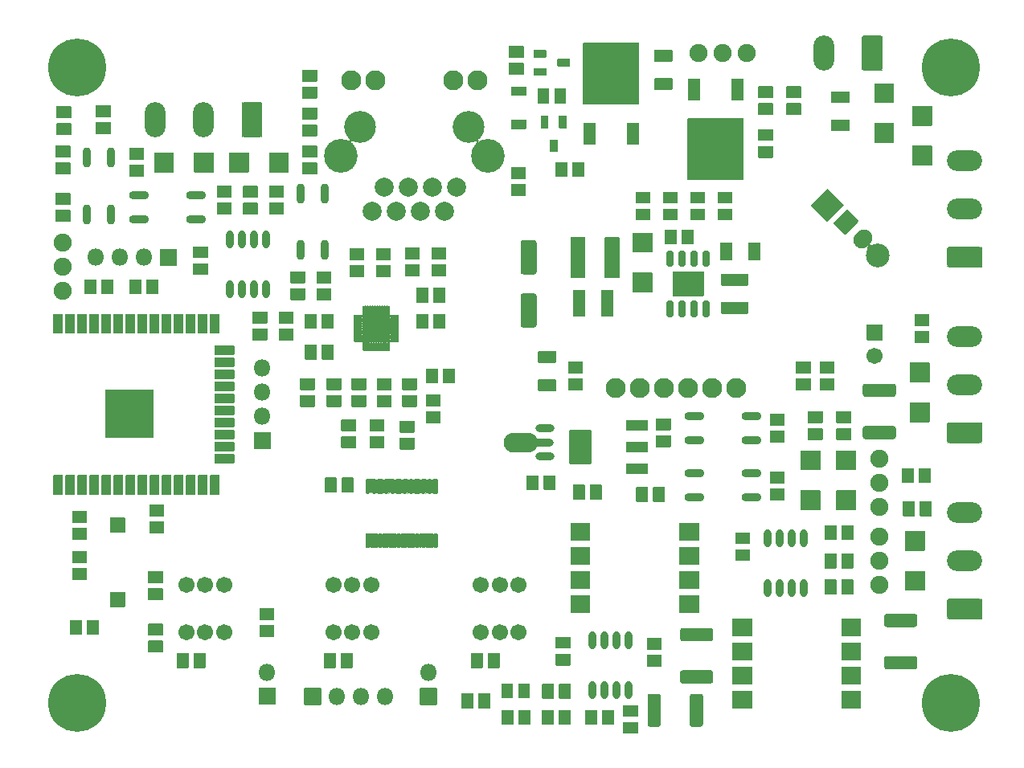
<source format=gbr>
%TF.GenerationSoftware,KiCad,Pcbnew,(5.1.10)-1*%
%TF.CreationDate,2022-12-14T20:36:11+08:00*%
%TF.ProjectId,interface,696e7465-7266-4616-9365-2e6b69636164,rev?*%
%TF.SameCoordinates,Original*%
%TF.FileFunction,Soldermask,Top*%
%TF.FilePolarity,Negative*%
%FSLAX46Y46*%
G04 Gerber Fmt 4.6, Leading zero omitted, Abs format (unit mm)*
G04 Created by KiCad (PCBNEW (5.1.10)-1) date 2022-12-14 20:36:11*
%MOMM*%
%LPD*%
G01*
G04 APERTURE LIST*
%ADD10C,2.501600*%
%ADD11C,1.901600*%
%ADD12C,2.101600*%
%ADD13C,3.551600*%
%ADD14C,2.001600*%
%ADD15C,3.351600*%
%ADD16C,1.701600*%
%ADD17O,1.801600X1.801600*%
%ADD18O,3.701600X2.181600*%
%ADD19O,2.181600X3.701600*%
%ADD20O,0.801600X1.901600*%
%ADD21O,2.001600X0.801600*%
%ADD22O,3.601600X2.101600*%
%ADD23O,2.201600X0.801600*%
%ADD24C,0.901600*%
%ADD25C,6.101600*%
%ADD26O,2.101600X0.901600*%
%ADD27O,0.901600X2.101600*%
%ADD28C,0.350000*%
G04 APERTURE END LIST*
%TO.C,U11*%
G36*
G01*
X69950000Y46892200D02*
X66750000Y46892200D01*
G75*
G02*
X66699200Y46943000I0J50800D01*
G01*
X66699200Y49457000D01*
G75*
G02*
X66750000Y49507800I50800J0D01*
G01*
X69950000Y49507800D01*
G75*
G02*
X70000800Y49457000I0J-50800D01*
G01*
X70000800Y46943000D01*
G75*
G02*
X69950000Y46892200I-50800J0D01*
G01*
G37*
G36*
G01*
X66620400Y49974200D02*
X66269600Y49974200D01*
G75*
G02*
X66094200Y50149600I0J175400D01*
G01*
X66094200Y51525400D01*
G75*
G02*
X66269600Y51700800I175400J0D01*
G01*
X66620400Y51700800D01*
G75*
G02*
X66795800Y51525400I0J-175400D01*
G01*
X66795800Y50149600D01*
G75*
G02*
X66620400Y49974200I-175400J0D01*
G01*
G37*
G36*
G01*
X67890400Y49974200D02*
X67539600Y49974200D01*
G75*
G02*
X67364200Y50149600I0J175400D01*
G01*
X67364200Y51525400D01*
G75*
G02*
X67539600Y51700800I175400J0D01*
G01*
X67890400Y51700800D01*
G75*
G02*
X68065800Y51525400I0J-175400D01*
G01*
X68065800Y50149600D01*
G75*
G02*
X67890400Y49974200I-175400J0D01*
G01*
G37*
G36*
G01*
X69160400Y49974200D02*
X68809600Y49974200D01*
G75*
G02*
X68634200Y50149600I0J175400D01*
G01*
X68634200Y51525400D01*
G75*
G02*
X68809600Y51700800I175400J0D01*
G01*
X69160400Y51700800D01*
G75*
G02*
X69335800Y51525400I0J-175400D01*
G01*
X69335800Y50149600D01*
G75*
G02*
X69160400Y49974200I-175400J0D01*
G01*
G37*
G36*
G01*
X70430400Y49974200D02*
X70079600Y49974200D01*
G75*
G02*
X69904200Y50149600I0J175400D01*
G01*
X69904200Y51525400D01*
G75*
G02*
X70079600Y51700800I175400J0D01*
G01*
X70430400Y51700800D01*
G75*
G02*
X70605800Y51525400I0J-175400D01*
G01*
X70605800Y50149600D01*
G75*
G02*
X70430400Y49974200I-175400J0D01*
G01*
G37*
G36*
G01*
X70430400Y44699200D02*
X70079600Y44699200D01*
G75*
G02*
X69904200Y44874600I0J175400D01*
G01*
X69904200Y46250400D01*
G75*
G02*
X70079600Y46425800I175400J0D01*
G01*
X70430400Y46425800D01*
G75*
G02*
X70605800Y46250400I0J-175400D01*
G01*
X70605800Y44874600D01*
G75*
G02*
X70430400Y44699200I-175400J0D01*
G01*
G37*
G36*
G01*
X69160400Y44699200D02*
X68809600Y44699200D01*
G75*
G02*
X68634200Y44874600I0J175400D01*
G01*
X68634200Y46250400D01*
G75*
G02*
X68809600Y46425800I175400J0D01*
G01*
X69160400Y46425800D01*
G75*
G02*
X69335800Y46250400I0J-175400D01*
G01*
X69335800Y44874600D01*
G75*
G02*
X69160400Y44699200I-175400J0D01*
G01*
G37*
G36*
G01*
X67890400Y44699200D02*
X67539600Y44699200D01*
G75*
G02*
X67364200Y44874600I0J175400D01*
G01*
X67364200Y46250400D01*
G75*
G02*
X67539600Y46425800I175400J0D01*
G01*
X67890400Y46425800D01*
G75*
G02*
X68065800Y46250400I0J-175400D01*
G01*
X68065800Y44874600D01*
G75*
G02*
X67890400Y44699200I-175400J0D01*
G01*
G37*
G36*
G01*
X66620400Y44699200D02*
X66269600Y44699200D01*
G75*
G02*
X66094200Y44874600I0J175400D01*
G01*
X66094200Y46250400D01*
G75*
G02*
X66269600Y46425800I175400J0D01*
G01*
X66620400Y46425800D01*
G75*
G02*
X66795800Y46250400I0J-175400D01*
G01*
X66795800Y44874600D01*
G75*
G02*
X66620400Y44699200I-175400J0D01*
G01*
G37*
%TD*%
%TO.C,L2*%
G36*
G01*
X57550800Y53050000D02*
X57550800Y48850000D01*
G75*
G02*
X57500000Y48799200I-50800J0D01*
G01*
X56000000Y48799200D01*
G75*
G02*
X55949200Y48850000I0J50800D01*
G01*
X55949200Y53050000D01*
G75*
G02*
X56000000Y53100800I50800J0D01*
G01*
X57500000Y53100800D01*
G75*
G02*
X57550800Y53050000I0J-50800D01*
G01*
G37*
G36*
G01*
X61150800Y53050000D02*
X61150800Y48850000D01*
G75*
G02*
X61100000Y48799200I-50800J0D01*
G01*
X59600000Y48799200D01*
G75*
G02*
X59549200Y48850000I0J50800D01*
G01*
X59549200Y53050000D01*
G75*
G02*
X59600000Y53100800I50800J0D01*
G01*
X61100000Y53100800D01*
G75*
G02*
X61150800Y53050000I0J-50800D01*
G01*
G37*
%TD*%
%TO.C,U7*%
G36*
G01*
X34149200Y42200000D02*
X34149200Y44800000D01*
G75*
G02*
X34200000Y44850800I50800J0D01*
G01*
X36800000Y44850800D01*
G75*
G02*
X36850800Y44800000I0J-50800D01*
G01*
X36850800Y42200000D01*
G75*
G02*
X36800000Y42149200I-50800J0D01*
G01*
X34200000Y42149200D01*
G75*
G02*
X34149200Y42200000I0J50800D01*
G01*
G37*
G36*
G01*
X34074200Y45062100D02*
X34074200Y45812900D01*
G75*
G02*
X34162100Y45900800I87900J0D01*
G01*
X34337900Y45900800D01*
G75*
G02*
X34425800Y45812900I0J-87900D01*
G01*
X34425800Y45062100D01*
G75*
G02*
X34337900Y44974200I-87900J0D01*
G01*
X34162100Y44974200D01*
G75*
G02*
X34074200Y45062100I0J87900D01*
G01*
G37*
G36*
G01*
X34574200Y45062100D02*
X34574200Y45812900D01*
G75*
G02*
X34662100Y45900800I87900J0D01*
G01*
X34837900Y45900800D01*
G75*
G02*
X34925800Y45812900I0J-87900D01*
G01*
X34925800Y45062100D01*
G75*
G02*
X34837900Y44974200I-87900J0D01*
G01*
X34662100Y44974200D01*
G75*
G02*
X34574200Y45062100I0J87900D01*
G01*
G37*
G36*
G01*
X35074200Y45062100D02*
X35074200Y45812900D01*
G75*
G02*
X35162100Y45900800I87900J0D01*
G01*
X35337900Y45900800D01*
G75*
G02*
X35425800Y45812900I0J-87900D01*
G01*
X35425800Y45062100D01*
G75*
G02*
X35337900Y44974200I-87900J0D01*
G01*
X35162100Y44974200D01*
G75*
G02*
X35074200Y45062100I0J87900D01*
G01*
G37*
G36*
G01*
X35574200Y45062100D02*
X35574200Y45812900D01*
G75*
G02*
X35662100Y45900800I87900J0D01*
G01*
X35837900Y45900800D01*
G75*
G02*
X35925800Y45812900I0J-87900D01*
G01*
X35925800Y45062100D01*
G75*
G02*
X35837900Y44974200I-87900J0D01*
G01*
X35662100Y44974200D01*
G75*
G02*
X35574200Y45062100I0J87900D01*
G01*
G37*
G36*
G01*
X36074200Y45062100D02*
X36074200Y45812900D01*
G75*
G02*
X36162100Y45900800I87900J0D01*
G01*
X36337900Y45900800D01*
G75*
G02*
X36425800Y45812900I0J-87900D01*
G01*
X36425800Y45062100D01*
G75*
G02*
X36337900Y44974200I-87900J0D01*
G01*
X36162100Y44974200D01*
G75*
G02*
X36074200Y45062100I0J87900D01*
G01*
G37*
G36*
G01*
X36574200Y45062100D02*
X36574200Y45812900D01*
G75*
G02*
X36662100Y45900800I87900J0D01*
G01*
X36837900Y45900800D01*
G75*
G02*
X36925800Y45812900I0J-87900D01*
G01*
X36925800Y45062100D01*
G75*
G02*
X36837900Y44974200I-87900J0D01*
G01*
X36662100Y44974200D01*
G75*
G02*
X36574200Y45062100I0J87900D01*
G01*
G37*
G36*
G01*
X36974200Y44662100D02*
X36974200Y44837900D01*
G75*
G02*
X37062100Y44925800I87900J0D01*
G01*
X37812900Y44925800D01*
G75*
G02*
X37900800Y44837900I0J-87900D01*
G01*
X37900800Y44662100D01*
G75*
G02*
X37812900Y44574200I-87900J0D01*
G01*
X37062100Y44574200D01*
G75*
G02*
X36974200Y44662100I0J87900D01*
G01*
G37*
G36*
G01*
X36974200Y44162100D02*
X36974200Y44337900D01*
G75*
G02*
X37062100Y44425800I87900J0D01*
G01*
X37812900Y44425800D01*
G75*
G02*
X37900800Y44337900I0J-87900D01*
G01*
X37900800Y44162100D01*
G75*
G02*
X37812900Y44074200I-87900J0D01*
G01*
X37062100Y44074200D01*
G75*
G02*
X36974200Y44162100I0J87900D01*
G01*
G37*
G36*
G01*
X36974200Y43662100D02*
X36974200Y43837900D01*
G75*
G02*
X37062100Y43925800I87900J0D01*
G01*
X37812900Y43925800D01*
G75*
G02*
X37900800Y43837900I0J-87900D01*
G01*
X37900800Y43662100D01*
G75*
G02*
X37812900Y43574200I-87900J0D01*
G01*
X37062100Y43574200D01*
G75*
G02*
X36974200Y43662100I0J87900D01*
G01*
G37*
G36*
G01*
X36974200Y43162100D02*
X36974200Y43337900D01*
G75*
G02*
X37062100Y43425800I87900J0D01*
G01*
X37812900Y43425800D01*
G75*
G02*
X37900800Y43337900I0J-87900D01*
G01*
X37900800Y43162100D01*
G75*
G02*
X37812900Y43074200I-87900J0D01*
G01*
X37062100Y43074200D01*
G75*
G02*
X36974200Y43162100I0J87900D01*
G01*
G37*
G36*
G01*
X36974200Y42662100D02*
X36974200Y42837900D01*
G75*
G02*
X37062100Y42925800I87900J0D01*
G01*
X37812900Y42925800D01*
G75*
G02*
X37900800Y42837900I0J-87900D01*
G01*
X37900800Y42662100D01*
G75*
G02*
X37812900Y42574200I-87900J0D01*
G01*
X37062100Y42574200D01*
G75*
G02*
X36974200Y42662100I0J87900D01*
G01*
G37*
G36*
G01*
X36974200Y42162100D02*
X36974200Y42337900D01*
G75*
G02*
X37062100Y42425800I87900J0D01*
G01*
X37812900Y42425800D01*
G75*
G02*
X37900800Y42337900I0J-87900D01*
G01*
X37900800Y42162100D01*
G75*
G02*
X37812900Y42074200I-87900J0D01*
G01*
X37062100Y42074200D01*
G75*
G02*
X36974200Y42162100I0J87900D01*
G01*
G37*
G36*
G01*
X36574200Y41187100D02*
X36574200Y41937900D01*
G75*
G02*
X36662100Y42025800I87900J0D01*
G01*
X36837900Y42025800D01*
G75*
G02*
X36925800Y41937900I0J-87900D01*
G01*
X36925800Y41187100D01*
G75*
G02*
X36837900Y41099200I-87900J0D01*
G01*
X36662100Y41099200D01*
G75*
G02*
X36574200Y41187100I0J87900D01*
G01*
G37*
G36*
G01*
X36074200Y41187100D02*
X36074200Y41937900D01*
G75*
G02*
X36162100Y42025800I87900J0D01*
G01*
X36337900Y42025800D01*
G75*
G02*
X36425800Y41937900I0J-87900D01*
G01*
X36425800Y41187100D01*
G75*
G02*
X36337900Y41099200I-87900J0D01*
G01*
X36162100Y41099200D01*
G75*
G02*
X36074200Y41187100I0J87900D01*
G01*
G37*
G36*
G01*
X35574200Y41187100D02*
X35574200Y41937900D01*
G75*
G02*
X35662100Y42025800I87900J0D01*
G01*
X35837900Y42025800D01*
G75*
G02*
X35925800Y41937900I0J-87900D01*
G01*
X35925800Y41187100D01*
G75*
G02*
X35837900Y41099200I-87900J0D01*
G01*
X35662100Y41099200D01*
G75*
G02*
X35574200Y41187100I0J87900D01*
G01*
G37*
G36*
G01*
X35074200Y41187100D02*
X35074200Y41937900D01*
G75*
G02*
X35162100Y42025800I87900J0D01*
G01*
X35337900Y42025800D01*
G75*
G02*
X35425800Y41937900I0J-87900D01*
G01*
X35425800Y41187100D01*
G75*
G02*
X35337900Y41099200I-87900J0D01*
G01*
X35162100Y41099200D01*
G75*
G02*
X35074200Y41187100I0J87900D01*
G01*
G37*
G36*
G01*
X34574200Y41187100D02*
X34574200Y41937900D01*
G75*
G02*
X34662100Y42025800I87900J0D01*
G01*
X34837900Y42025800D01*
G75*
G02*
X34925800Y41937900I0J-87900D01*
G01*
X34925800Y41187100D01*
G75*
G02*
X34837900Y41099200I-87900J0D01*
G01*
X34662100Y41099200D01*
G75*
G02*
X34574200Y41187100I0J87900D01*
G01*
G37*
G36*
G01*
X34074200Y41187100D02*
X34074200Y41937900D01*
G75*
G02*
X34162100Y42025800I87900J0D01*
G01*
X34337900Y42025800D01*
G75*
G02*
X34425800Y41937900I0J-87900D01*
G01*
X34425800Y41187100D01*
G75*
G02*
X34337900Y41099200I-87900J0D01*
G01*
X34162100Y41099200D01*
G75*
G02*
X34074200Y41187100I0J87900D01*
G01*
G37*
G36*
G01*
X33099200Y42162100D02*
X33099200Y42337900D01*
G75*
G02*
X33187100Y42425800I87900J0D01*
G01*
X33937900Y42425800D01*
G75*
G02*
X34025800Y42337900I0J-87900D01*
G01*
X34025800Y42162100D01*
G75*
G02*
X33937900Y42074200I-87900J0D01*
G01*
X33187100Y42074200D01*
G75*
G02*
X33099200Y42162100I0J87900D01*
G01*
G37*
G36*
G01*
X33099200Y42662100D02*
X33099200Y42837900D01*
G75*
G02*
X33187100Y42925800I87900J0D01*
G01*
X33937900Y42925800D01*
G75*
G02*
X34025800Y42837900I0J-87900D01*
G01*
X34025800Y42662100D01*
G75*
G02*
X33937900Y42574200I-87900J0D01*
G01*
X33187100Y42574200D01*
G75*
G02*
X33099200Y42662100I0J87900D01*
G01*
G37*
G36*
G01*
X33099200Y43162100D02*
X33099200Y43337900D01*
G75*
G02*
X33187100Y43425800I87900J0D01*
G01*
X33937900Y43425800D01*
G75*
G02*
X34025800Y43337900I0J-87900D01*
G01*
X34025800Y43162100D01*
G75*
G02*
X33937900Y43074200I-87900J0D01*
G01*
X33187100Y43074200D01*
G75*
G02*
X33099200Y43162100I0J87900D01*
G01*
G37*
G36*
G01*
X33099200Y43662100D02*
X33099200Y43837900D01*
G75*
G02*
X33187100Y43925800I87900J0D01*
G01*
X33937900Y43925800D01*
G75*
G02*
X34025800Y43837900I0J-87900D01*
G01*
X34025800Y43662100D01*
G75*
G02*
X33937900Y43574200I-87900J0D01*
G01*
X33187100Y43574200D01*
G75*
G02*
X33099200Y43662100I0J87900D01*
G01*
G37*
G36*
G01*
X33099200Y44162100D02*
X33099200Y44337900D01*
G75*
G02*
X33187100Y44425800I87900J0D01*
G01*
X33937900Y44425800D01*
G75*
G02*
X34025800Y44337900I0J-87900D01*
G01*
X34025800Y44162100D01*
G75*
G02*
X33937900Y44074200I-87900J0D01*
G01*
X33187100Y44074200D01*
G75*
G02*
X33099200Y44162100I0J87900D01*
G01*
G37*
G36*
G01*
X33099200Y44662100D02*
X33099200Y44837900D01*
G75*
G02*
X33187100Y44925800I87900J0D01*
G01*
X33937900Y44925800D01*
G75*
G02*
X34025800Y44837900I0J-87900D01*
G01*
X34025800Y44662100D01*
G75*
G02*
X33937900Y44574200I-87900J0D01*
G01*
X33187100Y44574200D01*
G75*
G02*
X33099200Y44662100I0J87900D01*
G01*
G37*
%TD*%
D10*
%TO.C,C31*%
X88303301Y51196699D03*
G36*
G01*
X81267023Y56535921D02*
X82964079Y58232977D01*
G75*
G02*
X83035921Y58232977I35921J-35921D01*
G01*
X84732977Y56535921D01*
G75*
G02*
X84732977Y56464079I-35921J-35921D01*
G01*
X83035921Y54767023D01*
G75*
G02*
X82964079Y54767023I-35921J35921D01*
G01*
X81267023Y56464079D01*
G75*
G02*
X81267023Y56535921I35921J35921D01*
G01*
G37*
%TD*%
%TO.C,R62*%
G36*
G01*
X1865000Y65140800D02*
X3335000Y65140800D01*
G75*
G02*
X3385800Y65090000I0J-50800D01*
G01*
X3385800Y63930000D01*
G75*
G02*
X3335000Y63879200I-50800J0D01*
G01*
X1865000Y63879200D01*
G75*
G02*
X1814200Y63930000I0J50800D01*
G01*
X1814200Y65090000D01*
G75*
G02*
X1865000Y65140800I50800J0D01*
G01*
G37*
G36*
G01*
X1865000Y66920800D02*
X3335000Y66920800D01*
G75*
G02*
X3385800Y66870000I0J-50800D01*
G01*
X3385800Y65710000D01*
G75*
G02*
X3335000Y65659200I-50800J0D01*
G01*
X1865000Y65659200D01*
G75*
G02*
X1814200Y65710000I0J50800D01*
G01*
X1814200Y66870000D01*
G75*
G02*
X1865000Y66920800I50800J0D01*
G01*
G37*
%TD*%
%TO.C,C5*%
G36*
G01*
X31859200Y26265000D02*
X31859200Y27735000D01*
G75*
G02*
X31910000Y27785800I50800J0D01*
G01*
X33070000Y27785800D01*
G75*
G02*
X33120800Y27735000I0J-50800D01*
G01*
X33120800Y26265000D01*
G75*
G02*
X33070000Y26214200I-50800J0D01*
G01*
X31910000Y26214200D01*
G75*
G02*
X31859200Y26265000I0J50800D01*
G01*
G37*
G36*
G01*
X30079200Y26265000D02*
X30079200Y27735000D01*
G75*
G02*
X30130000Y27785800I50800J0D01*
G01*
X31290000Y27785800D01*
G75*
G02*
X31340800Y27735000I0J-50800D01*
G01*
X31340800Y26265000D01*
G75*
G02*
X31290000Y26214200I-50800J0D01*
G01*
X30130000Y26214200D01*
G75*
G02*
X30079200Y26265000I0J50800D01*
G01*
G37*
%TD*%
%TO.C,U8*%
G36*
G01*
X34750400Y26074200D02*
X34499600Y26074200D01*
G75*
G02*
X34374200Y26199600I0J125400D01*
G01*
X34374200Y27525400D01*
G75*
G02*
X34499600Y27650800I125400J0D01*
G01*
X34750400Y27650800D01*
G75*
G02*
X34875800Y27525400I0J-125400D01*
G01*
X34875800Y26199600D01*
G75*
G02*
X34750400Y26074200I-125400J0D01*
G01*
G37*
G36*
G01*
X35400400Y26074200D02*
X35149600Y26074200D01*
G75*
G02*
X35024200Y26199600I0J125400D01*
G01*
X35024200Y27525400D01*
G75*
G02*
X35149600Y27650800I125400J0D01*
G01*
X35400400Y27650800D01*
G75*
G02*
X35525800Y27525400I0J-125400D01*
G01*
X35525800Y26199600D01*
G75*
G02*
X35400400Y26074200I-125400J0D01*
G01*
G37*
G36*
G01*
X36050400Y26074200D02*
X35799600Y26074200D01*
G75*
G02*
X35674200Y26199600I0J125400D01*
G01*
X35674200Y27525400D01*
G75*
G02*
X35799600Y27650800I125400J0D01*
G01*
X36050400Y27650800D01*
G75*
G02*
X36175800Y27525400I0J-125400D01*
G01*
X36175800Y26199600D01*
G75*
G02*
X36050400Y26074200I-125400J0D01*
G01*
G37*
G36*
G01*
X36700400Y26074200D02*
X36449600Y26074200D01*
G75*
G02*
X36324200Y26199600I0J125400D01*
G01*
X36324200Y27525400D01*
G75*
G02*
X36449600Y27650800I125400J0D01*
G01*
X36700400Y27650800D01*
G75*
G02*
X36825800Y27525400I0J-125400D01*
G01*
X36825800Y26199600D01*
G75*
G02*
X36700400Y26074200I-125400J0D01*
G01*
G37*
G36*
G01*
X37350400Y26074200D02*
X37099600Y26074200D01*
G75*
G02*
X36974200Y26199600I0J125400D01*
G01*
X36974200Y27525400D01*
G75*
G02*
X37099600Y27650800I125400J0D01*
G01*
X37350400Y27650800D01*
G75*
G02*
X37475800Y27525400I0J-125400D01*
G01*
X37475800Y26199600D01*
G75*
G02*
X37350400Y26074200I-125400J0D01*
G01*
G37*
G36*
G01*
X38000400Y26074200D02*
X37749600Y26074200D01*
G75*
G02*
X37624200Y26199600I0J125400D01*
G01*
X37624200Y27525400D01*
G75*
G02*
X37749600Y27650800I125400J0D01*
G01*
X38000400Y27650800D01*
G75*
G02*
X38125800Y27525400I0J-125400D01*
G01*
X38125800Y26199600D01*
G75*
G02*
X38000400Y26074200I-125400J0D01*
G01*
G37*
G36*
G01*
X38650400Y26074200D02*
X38399600Y26074200D01*
G75*
G02*
X38274200Y26199600I0J125400D01*
G01*
X38274200Y27525400D01*
G75*
G02*
X38399600Y27650800I125400J0D01*
G01*
X38650400Y27650800D01*
G75*
G02*
X38775800Y27525400I0J-125400D01*
G01*
X38775800Y26199600D01*
G75*
G02*
X38650400Y26074200I-125400J0D01*
G01*
G37*
G36*
G01*
X39300400Y26074200D02*
X39049600Y26074200D01*
G75*
G02*
X38924200Y26199600I0J125400D01*
G01*
X38924200Y27525400D01*
G75*
G02*
X39049600Y27650800I125400J0D01*
G01*
X39300400Y27650800D01*
G75*
G02*
X39425800Y27525400I0J-125400D01*
G01*
X39425800Y26199600D01*
G75*
G02*
X39300400Y26074200I-125400J0D01*
G01*
G37*
G36*
G01*
X39950400Y26074200D02*
X39699600Y26074200D01*
G75*
G02*
X39574200Y26199600I0J125400D01*
G01*
X39574200Y27525400D01*
G75*
G02*
X39699600Y27650800I125400J0D01*
G01*
X39950400Y27650800D01*
G75*
G02*
X40075800Y27525400I0J-125400D01*
G01*
X40075800Y26199600D01*
G75*
G02*
X39950400Y26074200I-125400J0D01*
G01*
G37*
G36*
G01*
X40600400Y26074200D02*
X40349600Y26074200D01*
G75*
G02*
X40224200Y26199600I0J125400D01*
G01*
X40224200Y27525400D01*
G75*
G02*
X40349600Y27650800I125400J0D01*
G01*
X40600400Y27650800D01*
G75*
G02*
X40725800Y27525400I0J-125400D01*
G01*
X40725800Y26199600D01*
G75*
G02*
X40600400Y26074200I-125400J0D01*
G01*
G37*
G36*
G01*
X41250400Y26074200D02*
X40999600Y26074200D01*
G75*
G02*
X40874200Y26199600I0J125400D01*
G01*
X40874200Y27525400D01*
G75*
G02*
X40999600Y27650800I125400J0D01*
G01*
X41250400Y27650800D01*
G75*
G02*
X41375800Y27525400I0J-125400D01*
G01*
X41375800Y26199600D01*
G75*
G02*
X41250400Y26074200I-125400J0D01*
G01*
G37*
G36*
G01*
X41900400Y26074200D02*
X41649600Y26074200D01*
G75*
G02*
X41524200Y26199600I0J125400D01*
G01*
X41524200Y27525400D01*
G75*
G02*
X41649600Y27650800I125400J0D01*
G01*
X41900400Y27650800D01*
G75*
G02*
X42025800Y27525400I0J-125400D01*
G01*
X42025800Y26199600D01*
G75*
G02*
X41900400Y26074200I-125400J0D01*
G01*
G37*
G36*
G01*
X41900400Y20349200D02*
X41649600Y20349200D01*
G75*
G02*
X41524200Y20474600I0J125400D01*
G01*
X41524200Y21800400D01*
G75*
G02*
X41649600Y21925800I125400J0D01*
G01*
X41900400Y21925800D01*
G75*
G02*
X42025800Y21800400I0J-125400D01*
G01*
X42025800Y20474600D01*
G75*
G02*
X41900400Y20349200I-125400J0D01*
G01*
G37*
G36*
G01*
X41250400Y20349200D02*
X40999600Y20349200D01*
G75*
G02*
X40874200Y20474600I0J125400D01*
G01*
X40874200Y21800400D01*
G75*
G02*
X40999600Y21925800I125400J0D01*
G01*
X41250400Y21925800D01*
G75*
G02*
X41375800Y21800400I0J-125400D01*
G01*
X41375800Y20474600D01*
G75*
G02*
X41250400Y20349200I-125400J0D01*
G01*
G37*
G36*
G01*
X40600400Y20349200D02*
X40349600Y20349200D01*
G75*
G02*
X40224200Y20474600I0J125400D01*
G01*
X40224200Y21800400D01*
G75*
G02*
X40349600Y21925800I125400J0D01*
G01*
X40600400Y21925800D01*
G75*
G02*
X40725800Y21800400I0J-125400D01*
G01*
X40725800Y20474600D01*
G75*
G02*
X40600400Y20349200I-125400J0D01*
G01*
G37*
G36*
G01*
X39950400Y20349200D02*
X39699600Y20349200D01*
G75*
G02*
X39574200Y20474600I0J125400D01*
G01*
X39574200Y21800400D01*
G75*
G02*
X39699600Y21925800I125400J0D01*
G01*
X39950400Y21925800D01*
G75*
G02*
X40075800Y21800400I0J-125400D01*
G01*
X40075800Y20474600D01*
G75*
G02*
X39950400Y20349200I-125400J0D01*
G01*
G37*
G36*
G01*
X39300400Y20349200D02*
X39049600Y20349200D01*
G75*
G02*
X38924200Y20474600I0J125400D01*
G01*
X38924200Y21800400D01*
G75*
G02*
X39049600Y21925800I125400J0D01*
G01*
X39300400Y21925800D01*
G75*
G02*
X39425800Y21800400I0J-125400D01*
G01*
X39425800Y20474600D01*
G75*
G02*
X39300400Y20349200I-125400J0D01*
G01*
G37*
G36*
G01*
X38650400Y20349200D02*
X38399600Y20349200D01*
G75*
G02*
X38274200Y20474600I0J125400D01*
G01*
X38274200Y21800400D01*
G75*
G02*
X38399600Y21925800I125400J0D01*
G01*
X38650400Y21925800D01*
G75*
G02*
X38775800Y21800400I0J-125400D01*
G01*
X38775800Y20474600D01*
G75*
G02*
X38650400Y20349200I-125400J0D01*
G01*
G37*
G36*
G01*
X38000400Y20349200D02*
X37749600Y20349200D01*
G75*
G02*
X37624200Y20474600I0J125400D01*
G01*
X37624200Y21800400D01*
G75*
G02*
X37749600Y21925800I125400J0D01*
G01*
X38000400Y21925800D01*
G75*
G02*
X38125800Y21800400I0J-125400D01*
G01*
X38125800Y20474600D01*
G75*
G02*
X38000400Y20349200I-125400J0D01*
G01*
G37*
G36*
G01*
X37350400Y20349200D02*
X37099600Y20349200D01*
G75*
G02*
X36974200Y20474600I0J125400D01*
G01*
X36974200Y21800400D01*
G75*
G02*
X37099600Y21925800I125400J0D01*
G01*
X37350400Y21925800D01*
G75*
G02*
X37475800Y21800400I0J-125400D01*
G01*
X37475800Y20474600D01*
G75*
G02*
X37350400Y20349200I-125400J0D01*
G01*
G37*
G36*
G01*
X36700400Y20349200D02*
X36449600Y20349200D01*
G75*
G02*
X36324200Y20474600I0J125400D01*
G01*
X36324200Y21800400D01*
G75*
G02*
X36449600Y21925800I125400J0D01*
G01*
X36700400Y21925800D01*
G75*
G02*
X36825800Y21800400I0J-125400D01*
G01*
X36825800Y20474600D01*
G75*
G02*
X36700400Y20349200I-125400J0D01*
G01*
G37*
G36*
G01*
X36050400Y20349200D02*
X35799600Y20349200D01*
G75*
G02*
X35674200Y20474600I0J125400D01*
G01*
X35674200Y21800400D01*
G75*
G02*
X35799600Y21925800I125400J0D01*
G01*
X36050400Y21925800D01*
G75*
G02*
X36175800Y21800400I0J-125400D01*
G01*
X36175800Y20474600D01*
G75*
G02*
X36050400Y20349200I-125400J0D01*
G01*
G37*
G36*
G01*
X35400400Y20349200D02*
X35149600Y20349200D01*
G75*
G02*
X35024200Y20474600I0J125400D01*
G01*
X35024200Y21800400D01*
G75*
G02*
X35149600Y21925800I125400J0D01*
G01*
X35400400Y21925800D01*
G75*
G02*
X35525800Y21800400I0J-125400D01*
G01*
X35525800Y20474600D01*
G75*
G02*
X35400400Y20349200I-125400J0D01*
G01*
G37*
G36*
G01*
X34750400Y20349200D02*
X34499600Y20349200D01*
G75*
G02*
X34374200Y20474600I0J125400D01*
G01*
X34374200Y21800400D01*
G75*
G02*
X34499600Y21925800I125400J0D01*
G01*
X34750400Y21925800D01*
G75*
G02*
X34875800Y21800400I0J-125400D01*
G01*
X34875800Y20474600D01*
G75*
G02*
X34750400Y20349200I-125400J0D01*
G01*
G37*
%TD*%
%TO.C,R66*%
G36*
G01*
X68631666Y56140800D02*
X70101666Y56140800D01*
G75*
G02*
X70152466Y56090000I0J-50800D01*
G01*
X70152466Y54930000D01*
G75*
G02*
X70101666Y54879200I-50800J0D01*
G01*
X68631666Y54879200D01*
G75*
G02*
X68580866Y54930000I0J50800D01*
G01*
X68580866Y56090000D01*
G75*
G02*
X68631666Y56140800I50800J0D01*
G01*
G37*
G36*
G01*
X68631666Y57920800D02*
X70101666Y57920800D01*
G75*
G02*
X70152466Y57870000I0J-50800D01*
G01*
X70152466Y56710000D01*
G75*
G02*
X70101666Y56659200I-50800J0D01*
G01*
X68631666Y56659200D01*
G75*
G02*
X68580866Y56710000I0J50800D01*
G01*
X68580866Y57870000D01*
G75*
G02*
X68631666Y57920800I50800J0D01*
G01*
G37*
%TD*%
%TO.C,R65*%
G36*
G01*
X67218333Y56659200D02*
X65748333Y56659200D01*
G75*
G02*
X65697533Y56710000I0J50800D01*
G01*
X65697533Y57870000D01*
G75*
G02*
X65748333Y57920800I50800J0D01*
G01*
X67218333Y57920800D01*
G75*
G02*
X67269133Y57870000I0J-50800D01*
G01*
X67269133Y56710000D01*
G75*
G02*
X67218333Y56659200I-50800J0D01*
G01*
G37*
G36*
G01*
X67218333Y54879200D02*
X65748333Y54879200D01*
G75*
G02*
X65697533Y54930000I0J50800D01*
G01*
X65697533Y56090000D01*
G75*
G02*
X65748333Y56140800I50800J0D01*
G01*
X67218333Y56140800D01*
G75*
G02*
X67269133Y56090000I0J-50800D01*
G01*
X67269133Y54930000D01*
G75*
G02*
X67218333Y54879200I-50800J0D01*
G01*
G37*
%TD*%
%TO.C,R64*%
G36*
G01*
X71515000Y56140800D02*
X72985000Y56140800D01*
G75*
G02*
X73035800Y56090000I0J-50800D01*
G01*
X73035800Y54930000D01*
G75*
G02*
X72985000Y54879200I-50800J0D01*
G01*
X71515000Y54879200D01*
G75*
G02*
X71464200Y54930000I0J50800D01*
G01*
X71464200Y56090000D01*
G75*
G02*
X71515000Y56140800I50800J0D01*
G01*
G37*
G36*
G01*
X71515000Y57920800D02*
X72985000Y57920800D01*
G75*
G02*
X73035800Y57870000I0J-50800D01*
G01*
X73035800Y56710000D01*
G75*
G02*
X72985000Y56659200I-50800J0D01*
G01*
X71515000Y56659200D01*
G75*
G02*
X71464200Y56710000I0J50800D01*
G01*
X71464200Y57870000D01*
G75*
G02*
X71515000Y57920800I50800J0D01*
G01*
G37*
%TD*%
%TO.C,R16*%
G36*
G01*
X33335000Y32659200D02*
X31865000Y32659200D01*
G75*
G02*
X31814200Y32710000I0J50800D01*
G01*
X31814200Y33870000D01*
G75*
G02*
X31865000Y33920800I50800J0D01*
G01*
X33335000Y33920800D01*
G75*
G02*
X33385800Y33870000I0J-50800D01*
G01*
X33385800Y32710000D01*
G75*
G02*
X33335000Y32659200I-50800J0D01*
G01*
G37*
G36*
G01*
X33335000Y30879200D02*
X31865000Y30879200D01*
G75*
G02*
X31814200Y30930000I0J50800D01*
G01*
X31814200Y32090000D01*
G75*
G02*
X31865000Y32140800I50800J0D01*
G01*
X33335000Y32140800D01*
G75*
G02*
X33385800Y32090000I0J-50800D01*
G01*
X33385800Y30930000D01*
G75*
G02*
X33335000Y30879200I-50800J0D01*
G01*
G37*
%TD*%
%TO.C,R6*%
G36*
G01*
X11665000Y23140800D02*
X13135000Y23140800D01*
G75*
G02*
X13185800Y23090000I0J-50800D01*
G01*
X13185800Y21930000D01*
G75*
G02*
X13135000Y21879200I-50800J0D01*
G01*
X11665000Y21879200D01*
G75*
G02*
X11614200Y21930000I0J50800D01*
G01*
X11614200Y23090000D01*
G75*
G02*
X11665000Y23140800I50800J0D01*
G01*
G37*
G36*
G01*
X11665000Y24920800D02*
X13135000Y24920800D01*
G75*
G02*
X13185800Y24870000I0J-50800D01*
G01*
X13185800Y23710000D01*
G75*
G02*
X13135000Y23659200I-50800J0D01*
G01*
X11665000Y23659200D01*
G75*
G02*
X11614200Y23710000I0J50800D01*
G01*
X11614200Y24870000D01*
G75*
G02*
X11665000Y24920800I50800J0D01*
G01*
G37*
%TD*%
%TO.C,R4*%
G36*
G01*
X78765000Y67240800D02*
X80235000Y67240800D01*
G75*
G02*
X80285800Y67190000I0J-50800D01*
G01*
X80285800Y66030000D01*
G75*
G02*
X80235000Y65979200I-50800J0D01*
G01*
X78765000Y65979200D01*
G75*
G02*
X78714200Y66030000I0J50800D01*
G01*
X78714200Y67190000D01*
G75*
G02*
X78765000Y67240800I50800J0D01*
G01*
G37*
G36*
G01*
X78765000Y69020800D02*
X80235000Y69020800D01*
G75*
G02*
X80285800Y68970000I0J-50800D01*
G01*
X80285800Y67810000D01*
G75*
G02*
X80235000Y67759200I-50800J0D01*
G01*
X78765000Y67759200D01*
G75*
G02*
X78714200Y67810000I0J50800D01*
G01*
X78714200Y68970000D01*
G75*
G02*
X78765000Y69020800I50800J0D01*
G01*
G37*
%TD*%
D11*
%TO.C,JP4*%
X74540000Y72500000D03*
X72000000Y72500000D03*
X69460000Y72500000D03*
%TD*%
%TO.C,D9*%
G36*
G01*
X64600800Y53550000D02*
X64600800Y51550000D01*
G75*
G02*
X64550000Y51499200I-50800J0D01*
G01*
X62550000Y51499200D01*
G75*
G02*
X62499200Y51550000I0J50800D01*
G01*
X62499200Y53550000D01*
G75*
G02*
X62550000Y53600800I50800J0D01*
G01*
X64550000Y53600800D01*
G75*
G02*
X64600800Y53550000I0J-50800D01*
G01*
G37*
G36*
G01*
X64600800Y49350000D02*
X64600800Y47350000D01*
G75*
G02*
X64550000Y47299200I-50800J0D01*
G01*
X62550000Y47299200D01*
G75*
G02*
X62499200Y47350000I0J50800D01*
G01*
X62499200Y49350000D01*
G75*
G02*
X62550000Y49400800I50800J0D01*
G01*
X64550000Y49400800D01*
G75*
G02*
X64600800Y49350000I0J-50800D01*
G01*
G37*
%TD*%
%TO.C,C29*%
G36*
G01*
X50965075Y47200800D02*
X52134925Y47200800D01*
G75*
G02*
X52400800Y46934925I0J-265875D01*
G01*
X52400800Y43865075D01*
G75*
G02*
X52134925Y43599200I-265875J0D01*
G01*
X50965075Y43599200D01*
G75*
G02*
X50699200Y43865075I0J265875D01*
G01*
X50699200Y46934925D01*
G75*
G02*
X50965075Y47200800I265875J0D01*
G01*
G37*
G36*
G01*
X50965075Y52800800D02*
X52134925Y52800800D01*
G75*
G02*
X52400800Y52534925I0J-265875D01*
G01*
X52400800Y49465075D01*
G75*
G02*
X52134925Y49199200I-265875J0D01*
G01*
X50965075Y49199200D01*
G75*
G02*
X50699200Y49465075I0J265875D01*
G01*
X50699200Y52534925D01*
G75*
G02*
X50965075Y52800800I265875J0D01*
G01*
G37*
%TD*%
%TO.C,C23*%
G36*
G01*
X59194200Y44790000D02*
X59194200Y47510000D01*
G75*
G02*
X59245000Y47560800I50800J0D01*
G01*
X60405000Y47560800D01*
G75*
G02*
X60455800Y47510000I0J-50800D01*
G01*
X60455800Y44790000D01*
G75*
G02*
X60405000Y44739200I-50800J0D01*
G01*
X59245000Y44739200D01*
G75*
G02*
X59194200Y44790000I0J50800D01*
G01*
G37*
G36*
G01*
X56244200Y44790000D02*
X56244200Y47510000D01*
G75*
G02*
X56295000Y47560800I50800J0D01*
G01*
X57455000Y47560800D01*
G75*
G02*
X57505800Y47510000I0J-50800D01*
G01*
X57505800Y44790000D01*
G75*
G02*
X57455000Y44739200I-50800J0D01*
G01*
X56295000Y44739200D01*
G75*
G02*
X56244200Y44790000I0J50800D01*
G01*
G37*
%TD*%
%TO.C,C15*%
G36*
G01*
X64335000Y56659200D02*
X62865000Y56659200D01*
G75*
G02*
X62814200Y56710000I0J50800D01*
G01*
X62814200Y57870000D01*
G75*
G02*
X62865000Y57920800I50800J0D01*
G01*
X64335000Y57920800D01*
G75*
G02*
X64385800Y57870000I0J-50800D01*
G01*
X64385800Y56710000D01*
G75*
G02*
X64335000Y56659200I-50800J0D01*
G01*
G37*
G36*
G01*
X64335000Y54879200D02*
X62865000Y54879200D01*
G75*
G02*
X62814200Y54930000I0J50800D01*
G01*
X62814200Y56090000D01*
G75*
G02*
X62865000Y56140800I50800J0D01*
G01*
X64335000Y56140800D01*
G75*
G02*
X64385800Y56090000I0J-50800D01*
G01*
X64385800Y54930000D01*
G75*
G02*
X64335000Y54879200I-50800J0D01*
G01*
G37*
%TD*%
%TO.C,C13*%
G36*
G01*
X67659200Y52415000D02*
X67659200Y53885000D01*
G75*
G02*
X67710000Y53935800I50800J0D01*
G01*
X68870000Y53935800D01*
G75*
G02*
X68920800Y53885000I0J-50800D01*
G01*
X68920800Y52415000D01*
G75*
G02*
X68870000Y52364200I-50800J0D01*
G01*
X67710000Y52364200D01*
G75*
G02*
X67659200Y52415000I0J50800D01*
G01*
G37*
G36*
G01*
X65879200Y52415000D02*
X65879200Y53885000D01*
G75*
G02*
X65930000Y53935800I50800J0D01*
G01*
X67090000Y53935800D01*
G75*
G02*
X67140800Y53885000I0J-50800D01*
G01*
X67140800Y52415000D01*
G75*
G02*
X67090000Y52364200I-50800J0D01*
G01*
X65930000Y52364200D01*
G75*
G02*
X65879200Y52415000I0J50800D01*
G01*
G37*
%TD*%
%TO.C,C6*%
G36*
G01*
X74610000Y47994200D02*
X71890000Y47994200D01*
G75*
G02*
X71839200Y48045000I0J50800D01*
G01*
X71839200Y49205000D01*
G75*
G02*
X71890000Y49255800I50800J0D01*
G01*
X74610000Y49255800D01*
G75*
G02*
X74660800Y49205000I0J-50800D01*
G01*
X74660800Y48045000D01*
G75*
G02*
X74610000Y47994200I-50800J0D01*
G01*
G37*
G36*
G01*
X74610000Y45044200D02*
X71890000Y45044200D01*
G75*
G02*
X71839200Y45095000I0J50800D01*
G01*
X71839200Y46255000D01*
G75*
G02*
X71890000Y46305800I50800J0D01*
G01*
X74610000Y46305800D01*
G75*
G02*
X74660800Y46255000I0J-50800D01*
G01*
X74660800Y45095000D01*
G75*
G02*
X74610000Y45044200I-50800J0D01*
G01*
G37*
%TD*%
D12*
%TO.C,U1*%
X60750000Y37200000D03*
X63290000Y37200000D03*
X68370000Y37200000D03*
X73450000Y37200000D03*
X65830000Y37200000D03*
X70910000Y37200000D03*
%TD*%
%TO.C,J6*%
X32875000Y69650000D03*
X35415000Y69650000D03*
X43585000Y69650000D03*
X46125000Y69650000D03*
D13*
X31755000Y61700000D03*
X47245000Y61700000D03*
D14*
X36330000Y58400000D03*
X38870000Y58400000D03*
X41410000Y58400000D03*
X43950000Y58400000D03*
X35060000Y55860000D03*
X37600000Y55860000D03*
X42680000Y55860000D03*
X40140000Y55860000D03*
D15*
X45215000Y64750000D03*
X33785000Y64750000D03*
%TD*%
%TO.C,C41*%
G36*
G01*
X61565000Y2040800D02*
X63035000Y2040800D01*
G75*
G02*
X63085800Y1990000I0J-50800D01*
G01*
X63085800Y830000D01*
G75*
G02*
X63035000Y779200I-50800J0D01*
G01*
X61565000Y779200D01*
G75*
G02*
X61514200Y830000I0J50800D01*
G01*
X61514200Y1990000D01*
G75*
G02*
X61565000Y2040800I50800J0D01*
G01*
G37*
G36*
G01*
X61565000Y3820800D02*
X63035000Y3820800D01*
G75*
G02*
X63085800Y3770000I0J-50800D01*
G01*
X63085800Y2610000D01*
G75*
G02*
X63035000Y2559200I-50800J0D01*
G01*
X61565000Y2559200D01*
G75*
G02*
X61514200Y2610000I0J50800D01*
G01*
X61514200Y3770000D01*
G75*
G02*
X61565000Y3820800I50800J0D01*
G01*
G37*
%TD*%
D16*
%TO.C,SW2*%
X15500000Y16500000D03*
X17500000Y16500000D03*
X19500000Y16500000D03*
X15500000Y11500000D03*
X17500000Y11500000D03*
X19500000Y11500000D03*
%TD*%
%TO.C,C40*%
G36*
G01*
X49940800Y3235000D02*
X49940800Y1765000D01*
G75*
G02*
X49890000Y1714200I-50800J0D01*
G01*
X48730000Y1714200D01*
G75*
G02*
X48679200Y1765000I0J50800D01*
G01*
X48679200Y3235000D01*
G75*
G02*
X48730000Y3285800I50800J0D01*
G01*
X49890000Y3285800D01*
G75*
G02*
X49940800Y3235000I0J-50800D01*
G01*
G37*
G36*
G01*
X51720800Y3235000D02*
X51720800Y1765000D01*
G75*
G02*
X51670000Y1714200I-50800J0D01*
G01*
X50510000Y1714200D01*
G75*
G02*
X50459200Y1765000I0J50800D01*
G01*
X50459200Y3235000D01*
G75*
G02*
X50510000Y3285800I50800J0D01*
G01*
X51670000Y3285800D01*
G75*
G02*
X51720800Y3235000I0J-50800D01*
G01*
G37*
%TD*%
%TO.C,C39*%
G36*
G01*
X49930800Y6035000D02*
X49930800Y4565000D01*
G75*
G02*
X49880000Y4514200I-50800J0D01*
G01*
X48720000Y4514200D01*
G75*
G02*
X48669200Y4565000I0J50800D01*
G01*
X48669200Y6035000D01*
G75*
G02*
X48720000Y6085800I50800J0D01*
G01*
X49880000Y6085800D01*
G75*
G02*
X49930800Y6035000I0J-50800D01*
G01*
G37*
G36*
G01*
X51710800Y6035000D02*
X51710800Y4565000D01*
G75*
G02*
X51660000Y4514200I-50800J0D01*
G01*
X50500000Y4514200D01*
G75*
G02*
X50449200Y4565000I0J50800D01*
G01*
X50449200Y6035000D01*
G75*
G02*
X50500000Y6085800I50800J0D01*
G01*
X51660000Y6085800D01*
G75*
G02*
X51710800Y6035000I0J-50800D01*
G01*
G37*
%TD*%
D17*
%TO.C,J3*%
X36420000Y4700000D03*
X33880000Y4700000D03*
X31340000Y4700000D03*
G36*
G01*
X29650000Y3799200D02*
X27950000Y3799200D01*
G75*
G02*
X27899200Y3850000I0J50800D01*
G01*
X27899200Y5550000D01*
G75*
G02*
X27950000Y5600800I50800J0D01*
G01*
X29650000Y5600800D01*
G75*
G02*
X29700800Y5550000I0J-50800D01*
G01*
X29700800Y3850000D01*
G75*
G02*
X29650000Y3799200I-50800J0D01*
G01*
G37*
%TD*%
%TO.C,C4*%
G36*
G01*
X86024739Y53463129D02*
X86236871Y53675261D01*
G75*
G02*
X87510795Y53675261I636962J-636962D01*
G01*
X87510795Y53675261D01*
G75*
G02*
X87510795Y52401337I-636962J-636962D01*
G01*
X87298663Y52189205D01*
G75*
G02*
X86024739Y52189205I-636962J636962D01*
G01*
X86024739Y52189205D01*
G75*
G02*
X86024739Y53463129I636962J636962D01*
G01*
G37*
G36*
G01*
X83807352Y54781276D02*
X84918724Y55892648D01*
G75*
G02*
X85293408Y55892648I187342J-187342D01*
G01*
X86192648Y54993408D01*
G75*
G02*
X86192648Y54618724I-187342J-187342D01*
G01*
X85081276Y53507352D01*
G75*
G02*
X84706592Y53507352I-187342J187342D01*
G01*
X83807352Y54406592D01*
G75*
G02*
X83807352Y54781276I187342J187342D01*
G01*
G37*
%TD*%
%TO.C,R70*%
G36*
G01*
X46259200Y3515000D02*
X46259200Y4985000D01*
G75*
G02*
X46310000Y5035800I50800J0D01*
G01*
X47470000Y5035800D01*
G75*
G02*
X47520800Y4985000I0J-50800D01*
G01*
X47520800Y3515000D01*
G75*
G02*
X47470000Y3464200I-50800J0D01*
G01*
X46310000Y3464200D01*
G75*
G02*
X46259200Y3515000I0J50800D01*
G01*
G37*
G36*
G01*
X44479200Y3515000D02*
X44479200Y4985000D01*
G75*
G02*
X44530000Y5035800I50800J0D01*
G01*
X45690000Y5035800D01*
G75*
G02*
X45740800Y4985000I0J-50800D01*
G01*
X45740800Y3515000D01*
G75*
G02*
X45690000Y3464200I-50800J0D01*
G01*
X44530000Y3464200D01*
G75*
G02*
X44479200Y3515000I0J50800D01*
G01*
G37*
%TD*%
%TO.C,R69*%
G36*
G01*
X24735000Y12769200D02*
X23265000Y12769200D01*
G75*
G02*
X23214200Y12820000I0J50800D01*
G01*
X23214200Y13980000D01*
G75*
G02*
X23265000Y14030800I50800J0D01*
G01*
X24735000Y14030800D01*
G75*
G02*
X24785800Y13980000I0J-50800D01*
G01*
X24785800Y12820000D01*
G75*
G02*
X24735000Y12769200I-50800J0D01*
G01*
G37*
G36*
G01*
X24735000Y10989200D02*
X23265000Y10989200D01*
G75*
G02*
X23214200Y11040000I0J50800D01*
G01*
X23214200Y12200000D01*
G75*
G02*
X23265000Y12250800I50800J0D01*
G01*
X24735000Y12250800D01*
G75*
G02*
X24785800Y12200000I0J-50800D01*
G01*
X24785800Y11040000D01*
G75*
G02*
X24735000Y10989200I-50800J0D01*
G01*
G37*
%TD*%
%TO.C,D12*%
X41000000Y7250000D03*
G36*
G01*
X41900800Y5560000D02*
X41900800Y3860000D01*
G75*
G02*
X41850000Y3809200I-50800J0D01*
G01*
X40150000Y3809200D01*
G75*
G02*
X40099200Y3860000I0J50800D01*
G01*
X40099200Y5560000D01*
G75*
G02*
X40150000Y5610800I50800J0D01*
G01*
X41850000Y5610800D01*
G75*
G02*
X41900800Y5560000I0J-50800D01*
G01*
G37*
%TD*%
%TO.C,D11*%
X24000000Y7290000D03*
G36*
G01*
X24900800Y5600000D02*
X24900800Y3900000D01*
G75*
G02*
X24850000Y3849200I-50800J0D01*
G01*
X23150000Y3849200D01*
G75*
G02*
X23099200Y3900000I0J50800D01*
G01*
X23099200Y5600000D01*
G75*
G02*
X23150000Y5650800I50800J0D01*
G01*
X24850000Y5650800D01*
G75*
G02*
X24900800Y5600000I0J-50800D01*
G01*
G37*
%TD*%
%TO.C,C24*%
G36*
G01*
X38265000Y36490800D02*
X39735000Y36490800D01*
G75*
G02*
X39785800Y36440000I0J-50800D01*
G01*
X39785800Y35280000D01*
G75*
G02*
X39735000Y35229200I-50800J0D01*
G01*
X38265000Y35229200D01*
G75*
G02*
X38214200Y35280000I0J50800D01*
G01*
X38214200Y36440000D01*
G75*
G02*
X38265000Y36490800I50800J0D01*
G01*
G37*
G36*
G01*
X38265000Y38270800D02*
X39735000Y38270800D01*
G75*
G02*
X39785800Y38220000I0J-50800D01*
G01*
X39785800Y37060000D01*
G75*
G02*
X39735000Y37009200I-50800J0D01*
G01*
X38265000Y37009200D01*
G75*
G02*
X38214200Y37060000I0J50800D01*
G01*
X38214200Y38220000D01*
G75*
G02*
X38265000Y38270800I50800J0D01*
G01*
G37*
%TD*%
%TO.C,F3*%
G36*
G01*
X9515000Y60740800D02*
X10985000Y60740800D01*
G75*
G02*
X11035800Y60690000I0J-50800D01*
G01*
X11035800Y59530000D01*
G75*
G02*
X10985000Y59479200I-50800J0D01*
G01*
X9515000Y59479200D01*
G75*
G02*
X9464200Y59530000I0J50800D01*
G01*
X9464200Y60690000D01*
G75*
G02*
X9515000Y60740800I50800J0D01*
G01*
G37*
G36*
G01*
X9515000Y62520800D02*
X10985000Y62520800D01*
G75*
G02*
X11035800Y62470000I0J-50800D01*
G01*
X11035800Y61310000D01*
G75*
G02*
X10985000Y61259200I-50800J0D01*
G01*
X9515000Y61259200D01*
G75*
G02*
X9464200Y61310000I0J50800D01*
G01*
X9464200Y62470000D01*
G75*
G02*
X9515000Y62520800I50800J0D01*
G01*
G37*
%TD*%
%TO.C,F2*%
G36*
G01*
X27765000Y64990800D02*
X29235000Y64990800D01*
G75*
G02*
X29285800Y64940000I0J-50800D01*
G01*
X29285800Y63780000D01*
G75*
G02*
X29235000Y63729200I-50800J0D01*
G01*
X27765000Y63729200D01*
G75*
G02*
X27714200Y63780000I0J50800D01*
G01*
X27714200Y64940000D01*
G75*
G02*
X27765000Y64990800I50800J0D01*
G01*
G37*
G36*
G01*
X27765000Y66770800D02*
X29235000Y66770800D01*
G75*
G02*
X29285800Y66720000I0J-50800D01*
G01*
X29285800Y65560000D01*
G75*
G02*
X29235000Y65509200I-50800J0D01*
G01*
X27765000Y65509200D01*
G75*
G02*
X27714200Y65560000I0J50800D01*
G01*
X27714200Y66720000D01*
G75*
G02*
X27765000Y66770800I50800J0D01*
G01*
G37*
%TD*%
%TO.C,J8*%
X5980000Y51000000D03*
X8520000Y51000000D03*
X11060000Y51000000D03*
G36*
G01*
X12750000Y51900800D02*
X14450000Y51900800D01*
G75*
G02*
X14500800Y51850000I0J-50800D01*
G01*
X14500800Y50150000D01*
G75*
G02*
X14450000Y50099200I-50800J0D01*
G01*
X12750000Y50099200D01*
G75*
G02*
X12699200Y50150000I0J50800D01*
G01*
X12699200Y51850000D01*
G75*
G02*
X12750000Y51900800I50800J0D01*
G01*
G37*
%TD*%
%TO.C,D10*%
G36*
G01*
X93800800Y35650000D02*
X93800800Y33650000D01*
G75*
G02*
X93750000Y33599200I-50800J0D01*
G01*
X91750000Y33599200D01*
G75*
G02*
X91699200Y33650000I0J50800D01*
G01*
X91699200Y35650000D01*
G75*
G02*
X91750000Y35700800I50800J0D01*
G01*
X93750000Y35700800D01*
G75*
G02*
X93800800Y35650000I0J-50800D01*
G01*
G37*
G36*
G01*
X93800800Y39850000D02*
X93800800Y37850000D01*
G75*
G02*
X93750000Y37799200I-50800J0D01*
G01*
X91750000Y37799200D01*
G75*
G02*
X91699200Y37850000I0J50800D01*
G01*
X91699200Y39850000D01*
G75*
G02*
X91750000Y39900800I50800J0D01*
G01*
X93750000Y39900800D01*
G75*
G02*
X93800800Y39850000I0J-50800D01*
G01*
G37*
%TD*%
%TO.C,D3*%
G36*
G01*
X93300800Y17900000D02*
X93300800Y15900000D01*
G75*
G02*
X93250000Y15849200I-50800J0D01*
G01*
X91250000Y15849200D01*
G75*
G02*
X91199200Y15900000I0J50800D01*
G01*
X91199200Y17900000D01*
G75*
G02*
X91250000Y17950800I50800J0D01*
G01*
X93250000Y17950800D01*
G75*
G02*
X93300800Y17900000I0J-50800D01*
G01*
G37*
G36*
G01*
X93300800Y22100000D02*
X93300800Y20100000D01*
G75*
G02*
X93250000Y20049200I-50800J0D01*
G01*
X91250000Y20049200D01*
G75*
G02*
X91199200Y20100000I0J50800D01*
G01*
X91199200Y22100000D01*
G75*
G02*
X91250000Y22150800I50800J0D01*
G01*
X93250000Y22150800D01*
G75*
G02*
X93300800Y22100000I0J-50800D01*
G01*
G37*
%TD*%
D16*
%TO.C,SW4*%
X46500000Y16500000D03*
X48500000Y16500000D03*
X50500000Y16500000D03*
X46500000Y11500000D03*
X48500000Y11500000D03*
X50500000Y11500000D03*
%TD*%
%TO.C,SW3*%
X31000000Y16500000D03*
X33000000Y16500000D03*
X35000000Y16500000D03*
X31000000Y11500000D03*
X33000000Y11500000D03*
X35000000Y11500000D03*
%TD*%
%TO.C,SW1*%
G36*
G01*
X9000000Y14149200D02*
X7500000Y14149200D01*
G75*
G02*
X7449200Y14200000I0J50800D01*
G01*
X7449200Y15700000D01*
G75*
G02*
X7500000Y15750800I50800J0D01*
G01*
X9000000Y15750800D01*
G75*
G02*
X9050800Y15700000I0J-50800D01*
G01*
X9050800Y14200000D01*
G75*
G02*
X9000000Y14149200I-50800J0D01*
G01*
G37*
G36*
G01*
X9000000Y21949200D02*
X7500000Y21949200D01*
G75*
G02*
X7449200Y22000000I0J50800D01*
G01*
X7449200Y23500000D01*
G75*
G02*
X7500000Y23550800I50800J0D01*
G01*
X9000000Y23550800D01*
G75*
G02*
X9050800Y23500000I0J-50800D01*
G01*
X9050800Y22000000D01*
G75*
G02*
X9000000Y21949200I-50800J0D01*
G01*
G37*
%TD*%
%TO.C,R15*%
G36*
G01*
X31759200Y7765000D02*
X31759200Y9235000D01*
G75*
G02*
X31810000Y9285800I50800J0D01*
G01*
X32970000Y9285800D01*
G75*
G02*
X33020800Y9235000I0J-50800D01*
G01*
X33020800Y7765000D01*
G75*
G02*
X32970000Y7714200I-50800J0D01*
G01*
X31810000Y7714200D01*
G75*
G02*
X31759200Y7765000I0J50800D01*
G01*
G37*
G36*
G01*
X29979200Y7765000D02*
X29979200Y9235000D01*
G75*
G02*
X30030000Y9285800I50800J0D01*
G01*
X31190000Y9285800D01*
G75*
G02*
X31240800Y9235000I0J-50800D01*
G01*
X31240800Y7765000D01*
G75*
G02*
X31190000Y7714200I-50800J0D01*
G01*
X30030000Y7714200D01*
G75*
G02*
X29979200Y7765000I0J50800D01*
G01*
G37*
%TD*%
%TO.C,R53*%
G36*
G01*
X89268737Y8975800D02*
X92231263Y8975800D01*
G75*
G02*
X92500800Y8706263I0J-269537D01*
G01*
X92500800Y7843737D01*
G75*
G02*
X92231263Y7574200I-269537J0D01*
G01*
X89268737Y7574200D01*
G75*
G02*
X88999200Y7843737I0J269537D01*
G01*
X88999200Y8706263D01*
G75*
G02*
X89268737Y8975800I269537J0D01*
G01*
G37*
G36*
G01*
X89268737Y13425800D02*
X92231263Y13425800D01*
G75*
G02*
X92500800Y13156263I0J-269537D01*
G01*
X92500800Y12293737D01*
G75*
G02*
X92231263Y12024200I-269537J0D01*
G01*
X89268737Y12024200D01*
G75*
G02*
X88999200Y12293737I0J269537D01*
G01*
X88999200Y13156263D01*
G75*
G02*
X89268737Y13425800I269537J0D01*
G01*
G37*
%TD*%
%TO.C,R30*%
G36*
G01*
X89981263Y36274200D02*
X87018737Y36274200D01*
G75*
G02*
X86749200Y36543737I0J269537D01*
G01*
X86749200Y37406263D01*
G75*
G02*
X87018737Y37675800I269537J0D01*
G01*
X89981263Y37675800D01*
G75*
G02*
X90250800Y37406263I0J-269537D01*
G01*
X90250800Y36543737D01*
G75*
G02*
X89981263Y36274200I-269537J0D01*
G01*
G37*
G36*
G01*
X89981263Y31824200D02*
X87018737Y31824200D01*
G75*
G02*
X86749200Y32093737I0J269537D01*
G01*
X86749200Y32956263D01*
G75*
G02*
X87018737Y33225800I269537J0D01*
G01*
X89981263Y33225800D01*
G75*
G02*
X90250800Y32956263I0J-269537D01*
G01*
X90250800Y32093737D01*
G75*
G02*
X89981263Y31824200I-269537J0D01*
G01*
G37*
%TD*%
D18*
%TO.C,J9*%
X97500000Y42660000D03*
X97500000Y37580000D03*
G36*
G01*
X99088592Y31409200D02*
X95911408Y31409200D01*
G75*
G02*
X95649200Y31671408I0J262208D01*
G01*
X95649200Y33328592D01*
G75*
G02*
X95911408Y33590800I262208J0D01*
G01*
X99088592Y33590800D01*
G75*
G02*
X99350800Y33328592I0J-262208D01*
G01*
X99350800Y31671408D01*
G75*
G02*
X99088592Y31409200I-262208J0D01*
G01*
G37*
%TD*%
D19*
%TO.C,J12*%
X12250000Y65500000D03*
X17330000Y65500000D03*
G36*
G01*
X23500800Y67088592D02*
X23500800Y63911408D01*
G75*
G02*
X23238592Y63649200I-262208J0D01*
G01*
X21581408Y63649200D01*
G75*
G02*
X21319200Y63911408I0J262208D01*
G01*
X21319200Y67088592D01*
G75*
G02*
X21581408Y67350800I262208J0D01*
G01*
X23238592Y67350800D01*
G75*
G02*
X23500800Y67088592I0J-262208D01*
G01*
G37*
%TD*%
D18*
%TO.C,J11*%
X97500000Y24080000D03*
X97500000Y19000000D03*
G36*
G01*
X99088592Y12829200D02*
X95911408Y12829200D01*
G75*
G02*
X95649200Y13091408I0J262208D01*
G01*
X95649200Y14748592D01*
G75*
G02*
X95911408Y15010800I262208J0D01*
G01*
X99088592Y15010800D01*
G75*
G02*
X99350800Y14748592I0J-262208D01*
G01*
X99350800Y13091408D01*
G75*
G02*
X99088592Y12829200I-262208J0D01*
G01*
G37*
%TD*%
%TO.C,J10*%
X97500000Y61160000D03*
X97500000Y56080000D03*
G36*
G01*
X99088592Y49909200D02*
X95911408Y49909200D01*
G75*
G02*
X95649200Y50171408I0J262208D01*
G01*
X95649200Y51828592D01*
G75*
G02*
X95911408Y52090800I262208J0D01*
G01*
X99088592Y52090800D01*
G75*
G02*
X99350800Y51828592I0J-262208D01*
G01*
X99350800Y50171408D01*
G75*
G02*
X99088592Y49909200I-262208J0D01*
G01*
G37*
%TD*%
D19*
%TO.C,J1*%
X82670000Y72500000D03*
G36*
G01*
X88840800Y74088592D02*
X88840800Y70911408D01*
G75*
G02*
X88578592Y70649200I-262208J0D01*
G01*
X86921408Y70649200D01*
G75*
G02*
X86659200Y70911408I0J262208D01*
G01*
X86659200Y74088592D01*
G75*
G02*
X86921408Y74350800I262208J0D01*
G01*
X88578592Y74350800D01*
G75*
G02*
X88840800Y74088592I0J-262208D01*
G01*
G37*
%TD*%
%TO.C,U3*%
G36*
G01*
X68349999Y65650800D02*
X74150001Y65650800D01*
G75*
G02*
X74200800Y65600001I0J-50799D01*
G01*
X74200800Y59199999D01*
G75*
G02*
X74150001Y59149200I-50799J0D01*
G01*
X68349999Y59149200D01*
G75*
G02*
X68299200Y59199999I0J50799D01*
G01*
X68299200Y65600001D01*
G75*
G02*
X68349999Y65650800I50799J0D01*
G01*
G37*
G36*
G01*
X68370000Y69850800D02*
X69570000Y69850800D01*
G75*
G02*
X69620800Y69800000I0J-50800D01*
G01*
X69620800Y67600000D01*
G75*
G02*
X69570000Y67549200I-50800J0D01*
G01*
X68370000Y67549200D01*
G75*
G02*
X68319200Y67600000I0J50800D01*
G01*
X68319200Y69800000D01*
G75*
G02*
X68370000Y69850800I50800J0D01*
G01*
G37*
G36*
G01*
X72930000Y69850800D02*
X74130000Y69850800D01*
G75*
G02*
X74180800Y69800000I0J-50800D01*
G01*
X74180800Y67600000D01*
G75*
G02*
X74130000Y67549200I-50800J0D01*
G01*
X72930000Y67549200D01*
G75*
G02*
X72879200Y67600000I0J50800D01*
G01*
X72879200Y69800000D01*
G75*
G02*
X72930000Y69850800I50800J0D01*
G01*
G37*
%TD*%
%TO.C,Q2*%
G36*
G01*
X63150001Y67099200D02*
X57349999Y67099200D01*
G75*
G02*
X57299200Y67149999I0J50799D01*
G01*
X57299200Y73550001D01*
G75*
G02*
X57349999Y73600800I50799J0D01*
G01*
X63150001Y73600800D01*
G75*
G02*
X63200800Y73550001I0J-50799D01*
G01*
X63200800Y67149999D01*
G75*
G02*
X63150001Y67099200I-50799J0D01*
G01*
G37*
G36*
G01*
X63130000Y62899200D02*
X61930000Y62899200D01*
G75*
G02*
X61879200Y62950000I0J50800D01*
G01*
X61879200Y65150000D01*
G75*
G02*
X61930000Y65200800I50800J0D01*
G01*
X63130000Y65200800D01*
G75*
G02*
X63180800Y65150000I0J-50800D01*
G01*
X63180800Y62950000D01*
G75*
G02*
X63130000Y62899200I-50800J0D01*
G01*
G37*
G36*
G01*
X58570000Y62899200D02*
X57370000Y62899200D01*
G75*
G02*
X57319200Y62950000I0J50800D01*
G01*
X57319200Y65150000D01*
G75*
G02*
X57370000Y65200800I50800J0D01*
G01*
X58570000Y65200800D01*
G75*
G02*
X58620800Y65150000I0J-50800D01*
G01*
X58620800Y62950000D01*
G75*
G02*
X58570000Y62899200I-50800J0D01*
G01*
G37*
%TD*%
%TO.C,C38*%
G36*
G01*
X72975800Y52500000D02*
X72975800Y50700000D01*
G75*
G02*
X72925000Y50649200I-50800J0D01*
G01*
X71795000Y50649200D01*
G75*
G02*
X71744200Y50700000I0J50800D01*
G01*
X71744200Y52500000D01*
G75*
G02*
X71795000Y52550800I50800J0D01*
G01*
X72925000Y52550800D01*
G75*
G02*
X72975800Y52500000I0J-50800D01*
G01*
G37*
G36*
G01*
X75955800Y52500000D02*
X75955800Y50700000D01*
G75*
G02*
X75905000Y50649200I-50800J0D01*
G01*
X74775000Y50649200D01*
G75*
G02*
X74724200Y50700000I0J50800D01*
G01*
X74724200Y52500000D01*
G75*
G02*
X74775000Y52550800I50800J0D01*
G01*
X75905000Y52550800D01*
G75*
G02*
X75955800Y52500000I0J-50800D01*
G01*
G37*
%TD*%
%TO.C,C20*%
G36*
G01*
X64850000Y69875800D02*
X66650000Y69875800D01*
G75*
G02*
X66700800Y69825000I0J-50800D01*
G01*
X66700800Y68695000D01*
G75*
G02*
X66650000Y68644200I-50800J0D01*
G01*
X64850000Y68644200D01*
G75*
G02*
X64799200Y68695000I0J50800D01*
G01*
X64799200Y69825000D01*
G75*
G02*
X64850000Y69875800I50800J0D01*
G01*
G37*
G36*
G01*
X64850000Y72855800D02*
X66650000Y72855800D01*
G75*
G02*
X66700800Y72805000I0J-50800D01*
G01*
X66700800Y71675000D01*
G75*
G02*
X66650000Y71624200I-50800J0D01*
G01*
X64850000Y71624200D01*
G75*
G02*
X64799200Y71675000I0J50800D01*
G01*
X64799200Y72805000D01*
G75*
G02*
X64850000Y72855800I50800J0D01*
G01*
G37*
%TD*%
D20*
%TO.C,U17*%
X58245000Y10600000D03*
X59515000Y10600000D03*
X60785000Y10600000D03*
X62055000Y10600000D03*
X62055000Y5400000D03*
X60785000Y5400000D03*
X59515000Y5400000D03*
X58245000Y5400000D03*
%TD*%
%TO.C,U14*%
X76695000Y21350000D03*
X77965000Y21350000D03*
X79235000Y21350000D03*
X80505000Y21350000D03*
X80505000Y16150000D03*
X79235000Y16150000D03*
X77965000Y16150000D03*
X76695000Y16150000D03*
%TD*%
%TO.C,R48*%
G36*
G01*
X67768737Y7475800D02*
X70731263Y7475800D01*
G75*
G02*
X71000800Y7206263I0J-269537D01*
G01*
X71000800Y6343737D01*
G75*
G02*
X70731263Y6074200I-269537J0D01*
G01*
X67768737Y6074200D01*
G75*
G02*
X67499200Y6343737I0J269537D01*
G01*
X67499200Y7206263D01*
G75*
G02*
X67768737Y7475800I269537J0D01*
G01*
G37*
G36*
G01*
X67768737Y11925800D02*
X70731263Y11925800D01*
G75*
G02*
X71000800Y11656263I0J-269537D01*
G01*
X71000800Y10793737D01*
G75*
G02*
X70731263Y10524200I-269537J0D01*
G01*
X67768737Y10524200D01*
G75*
G02*
X67499200Y10793737I0J269537D01*
G01*
X67499200Y11656263D01*
G75*
G02*
X67768737Y11925800I269537J0D01*
G01*
G37*
%TD*%
%TO.C,Q3*%
G36*
G01*
X55875001Y71099200D02*
X54624999Y71099200D01*
G75*
G02*
X54574200Y71149999I0J50799D01*
G01*
X54574200Y71850001D01*
G75*
G02*
X54624999Y71900800I50799J0D01*
G01*
X55875001Y71900800D01*
G75*
G02*
X55925800Y71850001I0J-50799D01*
G01*
X55925800Y71149999D01*
G75*
G02*
X55875001Y71099200I-50799J0D01*
G01*
G37*
G36*
G01*
X53375001Y70149200D02*
X52124999Y70149200D01*
G75*
G02*
X52074200Y70199999I0J50799D01*
G01*
X52074200Y70900001D01*
G75*
G02*
X52124999Y70950800I50799J0D01*
G01*
X53375001Y70950800D01*
G75*
G02*
X53425800Y70900001I0J-50799D01*
G01*
X53425800Y70199999D01*
G75*
G02*
X53375001Y70149200I-50799J0D01*
G01*
G37*
G36*
G01*
X53375001Y72049200D02*
X52124999Y72049200D01*
G75*
G02*
X52074200Y72099999I0J50799D01*
G01*
X52074200Y72800001D01*
G75*
G02*
X52124999Y72850800I50799J0D01*
G01*
X53375001Y72850800D01*
G75*
G02*
X53425800Y72800001I0J-50799D01*
G01*
X53425800Y72099999D01*
G75*
G02*
X53375001Y72049200I-50799J0D01*
G01*
G37*
%TD*%
%TO.C,Q1*%
G36*
G01*
X53799200Y62124999D02*
X53799200Y63375001D01*
G75*
G02*
X53849999Y63425800I50799J0D01*
G01*
X54550001Y63425800D01*
G75*
G02*
X54600800Y63375001I0J-50799D01*
G01*
X54600800Y62124999D01*
G75*
G02*
X54550001Y62074200I-50799J0D01*
G01*
X53849999Y62074200D01*
G75*
G02*
X53799200Y62124999I0J50799D01*
G01*
G37*
G36*
G01*
X52849200Y64624999D02*
X52849200Y65875001D01*
G75*
G02*
X52899999Y65925800I50799J0D01*
G01*
X53600001Y65925800D01*
G75*
G02*
X53650800Y65875001I0J-50799D01*
G01*
X53650800Y64624999D01*
G75*
G02*
X53600001Y64574200I-50799J0D01*
G01*
X52899999Y64574200D01*
G75*
G02*
X52849200Y64624999I0J50799D01*
G01*
G37*
G36*
G01*
X54749200Y64624999D02*
X54749200Y65875001D01*
G75*
G02*
X54799999Y65925800I50799J0D01*
G01*
X55500001Y65925800D01*
G75*
G02*
X55550800Y65875001I0J-50799D01*
G01*
X55550800Y64624999D01*
G75*
G02*
X55500001Y64574200I-50799J0D01*
G01*
X54799999Y64574200D01*
G75*
G02*
X54749200Y64624999I0J50799D01*
G01*
G37*
%TD*%
%TO.C,D4*%
G36*
G01*
X49750000Y69000800D02*
X51250000Y69000800D01*
G75*
G02*
X51300800Y68950000I0J-50800D01*
G01*
X51300800Y68050000D01*
G75*
G02*
X51250000Y67999200I-50800J0D01*
G01*
X49750000Y67999200D01*
G75*
G02*
X49699200Y68050000I0J50800D01*
G01*
X49699200Y68950000D01*
G75*
G02*
X49750000Y69000800I50800J0D01*
G01*
G37*
G36*
G01*
X49750000Y65500800D02*
X51250000Y65500800D01*
G75*
G02*
X51300800Y65450000I0J-50800D01*
G01*
X51300800Y64550000D01*
G75*
G02*
X51250000Y64499200I-50800J0D01*
G01*
X49750000Y64499200D01*
G75*
G02*
X49699200Y64550000I0J50800D01*
G01*
X49699200Y65450000D01*
G75*
G02*
X49750000Y65500800I50800J0D01*
G01*
G37*
%TD*%
%TO.C,C10*%
G36*
G01*
X57235000Y38759200D02*
X55765000Y38759200D01*
G75*
G02*
X55714200Y38810000I0J50800D01*
G01*
X55714200Y39970000D01*
G75*
G02*
X55765000Y40020800I50800J0D01*
G01*
X57235000Y40020800D01*
G75*
G02*
X57285800Y39970000I0J-50800D01*
G01*
X57285800Y38810000D01*
G75*
G02*
X57235000Y38759200I-50800J0D01*
G01*
G37*
G36*
G01*
X57235000Y36979200D02*
X55765000Y36979200D01*
G75*
G02*
X55714200Y37030000I0J50800D01*
G01*
X55714200Y38190000D01*
G75*
G02*
X55765000Y38240800I50800J0D01*
G01*
X57235000Y38240800D01*
G75*
G02*
X57285800Y38190000I0J-50800D01*
G01*
X57285800Y37030000D01*
G75*
G02*
X57235000Y36979200I-50800J0D01*
G01*
G37*
%TD*%
D21*
%TO.C,U4*%
X53250000Y33000000D03*
D22*
X50750000Y31500000D03*
D23*
X53150000Y31500000D03*
D21*
X53250000Y30000000D03*
%TD*%
D16*
%TO.C,C2*%
X88000000Y40600000D03*
G36*
G01*
X87200000Y43950800D02*
X88800000Y43950800D01*
G75*
G02*
X88850800Y43900000I0J-50800D01*
G01*
X88850800Y42300000D01*
G75*
G02*
X88800000Y42249200I-50800J0D01*
G01*
X87200000Y42249200D01*
G75*
G02*
X87149200Y42300000I0J50800D01*
G01*
X87149200Y43900000D01*
G75*
G02*
X87200000Y43950800I50800J0D01*
G01*
G37*
%TD*%
D20*
%TO.C,U21*%
X20095000Y52850000D03*
X21365000Y52850000D03*
X22635000Y52850000D03*
X23905000Y52850000D03*
X23905000Y47650000D03*
X22635000Y47650000D03*
X21365000Y47650000D03*
X20095000Y47650000D03*
%TD*%
D24*
%TO.C,SC4*%
X98056810Y5187500D03*
X98056810Y2812500D03*
X96000000Y1625000D03*
X93943190Y2812500D03*
X93943190Y5187500D03*
X96000000Y6375000D03*
D25*
X96000000Y4000000D03*
%TD*%
D24*
%TO.C,SC3*%
X6056810Y5187500D03*
X6056810Y2812500D03*
X4000000Y1625000D03*
X1943190Y2812500D03*
X1943190Y5187500D03*
X4000000Y6375000D03*
D25*
X4000000Y4000000D03*
%TD*%
D24*
%TO.C,SC2*%
X98056810Y72187500D03*
X98056810Y69812500D03*
X96000000Y68625000D03*
X93943190Y69812500D03*
X93943190Y72187500D03*
X96000000Y73375000D03*
D25*
X96000000Y71000000D03*
%TD*%
D24*
%TO.C,SC1*%
X6056810Y72187500D03*
X6056810Y69812500D03*
X4000000Y68625000D03*
X1943190Y69812500D03*
X1943190Y72187500D03*
X4000000Y73375000D03*
D25*
X4000000Y71000000D03*
%TD*%
%TO.C,U2*%
G36*
G01*
X2445000Y42949200D02*
X1545000Y42949200D01*
G75*
G02*
X1494200Y43000000I0J50800D01*
G01*
X1494200Y45000000D01*
G75*
G02*
X1545000Y45050800I50800J0D01*
G01*
X2445000Y45050800D01*
G75*
G02*
X2495800Y45000000I0J-50800D01*
G01*
X2495800Y43000000D01*
G75*
G02*
X2445000Y42949200I-50800J0D01*
G01*
G37*
G36*
G01*
X3715000Y42949200D02*
X2815000Y42949200D01*
G75*
G02*
X2764200Y43000000I0J50800D01*
G01*
X2764200Y45000000D01*
G75*
G02*
X2815000Y45050800I50800J0D01*
G01*
X3715000Y45050800D01*
G75*
G02*
X3765800Y45000000I0J-50800D01*
G01*
X3765800Y43000000D01*
G75*
G02*
X3715000Y42949200I-50800J0D01*
G01*
G37*
G36*
G01*
X4985000Y42949200D02*
X4085000Y42949200D01*
G75*
G02*
X4034200Y43000000I0J50800D01*
G01*
X4034200Y45000000D01*
G75*
G02*
X4085000Y45050800I50800J0D01*
G01*
X4985000Y45050800D01*
G75*
G02*
X5035800Y45000000I0J-50800D01*
G01*
X5035800Y43000000D01*
G75*
G02*
X4985000Y42949200I-50800J0D01*
G01*
G37*
G36*
G01*
X6255000Y42949200D02*
X5355000Y42949200D01*
G75*
G02*
X5304200Y43000000I0J50800D01*
G01*
X5304200Y45000000D01*
G75*
G02*
X5355000Y45050800I50800J0D01*
G01*
X6255000Y45050800D01*
G75*
G02*
X6305800Y45000000I0J-50800D01*
G01*
X6305800Y43000000D01*
G75*
G02*
X6255000Y42949200I-50800J0D01*
G01*
G37*
G36*
G01*
X7525000Y42949200D02*
X6625000Y42949200D01*
G75*
G02*
X6574200Y43000000I0J50800D01*
G01*
X6574200Y45000000D01*
G75*
G02*
X6625000Y45050800I50800J0D01*
G01*
X7525000Y45050800D01*
G75*
G02*
X7575800Y45000000I0J-50800D01*
G01*
X7575800Y43000000D01*
G75*
G02*
X7525000Y42949200I-50800J0D01*
G01*
G37*
G36*
G01*
X8795000Y42949200D02*
X7895000Y42949200D01*
G75*
G02*
X7844200Y43000000I0J50800D01*
G01*
X7844200Y45000000D01*
G75*
G02*
X7895000Y45050800I50800J0D01*
G01*
X8795000Y45050800D01*
G75*
G02*
X8845800Y45000000I0J-50800D01*
G01*
X8845800Y43000000D01*
G75*
G02*
X8795000Y42949200I-50800J0D01*
G01*
G37*
G36*
G01*
X10065000Y42949200D02*
X9165000Y42949200D01*
G75*
G02*
X9114200Y43000000I0J50800D01*
G01*
X9114200Y45000000D01*
G75*
G02*
X9165000Y45050800I50800J0D01*
G01*
X10065000Y45050800D01*
G75*
G02*
X10115800Y45000000I0J-50800D01*
G01*
X10115800Y43000000D01*
G75*
G02*
X10065000Y42949200I-50800J0D01*
G01*
G37*
G36*
G01*
X11335000Y42949200D02*
X10435000Y42949200D01*
G75*
G02*
X10384200Y43000000I0J50800D01*
G01*
X10384200Y45000000D01*
G75*
G02*
X10435000Y45050800I50800J0D01*
G01*
X11335000Y45050800D01*
G75*
G02*
X11385800Y45000000I0J-50800D01*
G01*
X11385800Y43000000D01*
G75*
G02*
X11335000Y42949200I-50800J0D01*
G01*
G37*
G36*
G01*
X12605000Y42949200D02*
X11705000Y42949200D01*
G75*
G02*
X11654200Y43000000I0J50800D01*
G01*
X11654200Y45000000D01*
G75*
G02*
X11705000Y45050800I50800J0D01*
G01*
X12605000Y45050800D01*
G75*
G02*
X12655800Y45000000I0J-50800D01*
G01*
X12655800Y43000000D01*
G75*
G02*
X12605000Y42949200I-50800J0D01*
G01*
G37*
G36*
G01*
X13875000Y42949200D02*
X12975000Y42949200D01*
G75*
G02*
X12924200Y43000000I0J50800D01*
G01*
X12924200Y45000000D01*
G75*
G02*
X12975000Y45050800I50800J0D01*
G01*
X13875000Y45050800D01*
G75*
G02*
X13925800Y45000000I0J-50800D01*
G01*
X13925800Y43000000D01*
G75*
G02*
X13875000Y42949200I-50800J0D01*
G01*
G37*
G36*
G01*
X15145000Y42949200D02*
X14245000Y42949200D01*
G75*
G02*
X14194200Y43000000I0J50800D01*
G01*
X14194200Y45000000D01*
G75*
G02*
X14245000Y45050800I50800J0D01*
G01*
X15145000Y45050800D01*
G75*
G02*
X15195800Y45000000I0J-50800D01*
G01*
X15195800Y43000000D01*
G75*
G02*
X15145000Y42949200I-50800J0D01*
G01*
G37*
G36*
G01*
X16415000Y42949200D02*
X15515000Y42949200D01*
G75*
G02*
X15464200Y43000000I0J50800D01*
G01*
X15464200Y45000000D01*
G75*
G02*
X15515000Y45050800I50800J0D01*
G01*
X16415000Y45050800D01*
G75*
G02*
X16465800Y45000000I0J-50800D01*
G01*
X16465800Y43000000D01*
G75*
G02*
X16415000Y42949200I-50800J0D01*
G01*
G37*
G36*
G01*
X17685000Y42949200D02*
X16785000Y42949200D01*
G75*
G02*
X16734200Y43000000I0J50800D01*
G01*
X16734200Y45000000D01*
G75*
G02*
X16785000Y45050800I50800J0D01*
G01*
X17685000Y45050800D01*
G75*
G02*
X17735800Y45000000I0J-50800D01*
G01*
X17735800Y43000000D01*
G75*
G02*
X17685000Y42949200I-50800J0D01*
G01*
G37*
G36*
G01*
X18955000Y42949200D02*
X18055000Y42949200D01*
G75*
G02*
X18004200Y43000000I0J50800D01*
G01*
X18004200Y45000000D01*
G75*
G02*
X18055000Y45050800I50800J0D01*
G01*
X18955000Y45050800D01*
G75*
G02*
X19005800Y45000000I0J-50800D01*
G01*
X19005800Y43000000D01*
G75*
G02*
X18955000Y42949200I-50800J0D01*
G01*
G37*
G36*
G01*
X20555800Y41665000D02*
X20555800Y40765000D01*
G75*
G02*
X20505000Y40714200I-50800J0D01*
G01*
X18505000Y40714200D01*
G75*
G02*
X18454200Y40765000I0J50800D01*
G01*
X18454200Y41665000D01*
G75*
G02*
X18505000Y41715800I50800J0D01*
G01*
X20505000Y41715800D01*
G75*
G02*
X20555800Y41665000I0J-50800D01*
G01*
G37*
G36*
G01*
X20555800Y40395000D02*
X20555800Y39495000D01*
G75*
G02*
X20505000Y39444200I-50800J0D01*
G01*
X18505000Y39444200D01*
G75*
G02*
X18454200Y39495000I0J50800D01*
G01*
X18454200Y40395000D01*
G75*
G02*
X18505000Y40445800I50800J0D01*
G01*
X20505000Y40445800D01*
G75*
G02*
X20555800Y40395000I0J-50800D01*
G01*
G37*
G36*
G01*
X20555800Y39125000D02*
X20555800Y38225000D01*
G75*
G02*
X20505000Y38174200I-50800J0D01*
G01*
X18505000Y38174200D01*
G75*
G02*
X18454200Y38225000I0J50800D01*
G01*
X18454200Y39125000D01*
G75*
G02*
X18505000Y39175800I50800J0D01*
G01*
X20505000Y39175800D01*
G75*
G02*
X20555800Y39125000I0J-50800D01*
G01*
G37*
G36*
G01*
X20555800Y37855000D02*
X20555800Y36955000D01*
G75*
G02*
X20505000Y36904200I-50800J0D01*
G01*
X18505000Y36904200D01*
G75*
G02*
X18454200Y36955000I0J50800D01*
G01*
X18454200Y37855000D01*
G75*
G02*
X18505000Y37905800I50800J0D01*
G01*
X20505000Y37905800D01*
G75*
G02*
X20555800Y37855000I0J-50800D01*
G01*
G37*
G36*
G01*
X20555800Y36585000D02*
X20555800Y35685000D01*
G75*
G02*
X20505000Y35634200I-50800J0D01*
G01*
X18505000Y35634200D01*
G75*
G02*
X18454200Y35685000I0J50800D01*
G01*
X18454200Y36585000D01*
G75*
G02*
X18505000Y36635800I50800J0D01*
G01*
X20505000Y36635800D01*
G75*
G02*
X20555800Y36585000I0J-50800D01*
G01*
G37*
G36*
G01*
X20555800Y35315000D02*
X20555800Y34415000D01*
G75*
G02*
X20505000Y34364200I-50800J0D01*
G01*
X18505000Y34364200D01*
G75*
G02*
X18454200Y34415000I0J50800D01*
G01*
X18454200Y35315000D01*
G75*
G02*
X18505000Y35365800I50800J0D01*
G01*
X20505000Y35365800D01*
G75*
G02*
X20555800Y35315000I0J-50800D01*
G01*
G37*
G36*
G01*
X20555800Y34045000D02*
X20555800Y33145000D01*
G75*
G02*
X20505000Y33094200I-50800J0D01*
G01*
X18505000Y33094200D01*
G75*
G02*
X18454200Y33145000I0J50800D01*
G01*
X18454200Y34045000D01*
G75*
G02*
X18505000Y34095800I50800J0D01*
G01*
X20505000Y34095800D01*
G75*
G02*
X20555800Y34045000I0J-50800D01*
G01*
G37*
G36*
G01*
X20555800Y32775000D02*
X20555800Y31875000D01*
G75*
G02*
X20505000Y31824200I-50800J0D01*
G01*
X18505000Y31824200D01*
G75*
G02*
X18454200Y31875000I0J50800D01*
G01*
X18454200Y32775000D01*
G75*
G02*
X18505000Y32825800I50800J0D01*
G01*
X20505000Y32825800D01*
G75*
G02*
X20555800Y32775000I0J-50800D01*
G01*
G37*
G36*
G01*
X20555800Y31505000D02*
X20555800Y30605000D01*
G75*
G02*
X20505000Y30554200I-50800J0D01*
G01*
X18505000Y30554200D01*
G75*
G02*
X18454200Y30605000I0J50800D01*
G01*
X18454200Y31505000D01*
G75*
G02*
X18505000Y31555800I50800J0D01*
G01*
X20505000Y31555800D01*
G75*
G02*
X20555800Y31505000I0J-50800D01*
G01*
G37*
G36*
G01*
X20555800Y30235000D02*
X20555800Y29335000D01*
G75*
G02*
X20505000Y29284200I-50800J0D01*
G01*
X18505000Y29284200D01*
G75*
G02*
X18454200Y29335000I0J50800D01*
G01*
X18454200Y30235000D01*
G75*
G02*
X18505000Y30285800I50800J0D01*
G01*
X20505000Y30285800D01*
G75*
G02*
X20555800Y30235000I0J-50800D01*
G01*
G37*
G36*
G01*
X18955000Y25949200D02*
X18055000Y25949200D01*
G75*
G02*
X18004200Y26000000I0J50800D01*
G01*
X18004200Y28000000D01*
G75*
G02*
X18055000Y28050800I50800J0D01*
G01*
X18955000Y28050800D01*
G75*
G02*
X19005800Y28000000I0J-50800D01*
G01*
X19005800Y26000000D01*
G75*
G02*
X18955000Y25949200I-50800J0D01*
G01*
G37*
G36*
G01*
X17685000Y25949200D02*
X16785000Y25949200D01*
G75*
G02*
X16734200Y26000000I0J50800D01*
G01*
X16734200Y28000000D01*
G75*
G02*
X16785000Y28050800I50800J0D01*
G01*
X17685000Y28050800D01*
G75*
G02*
X17735800Y28000000I0J-50800D01*
G01*
X17735800Y26000000D01*
G75*
G02*
X17685000Y25949200I-50800J0D01*
G01*
G37*
G36*
G01*
X16415000Y25949200D02*
X15515000Y25949200D01*
G75*
G02*
X15464200Y26000000I0J50800D01*
G01*
X15464200Y28000000D01*
G75*
G02*
X15515000Y28050800I50800J0D01*
G01*
X16415000Y28050800D01*
G75*
G02*
X16465800Y28000000I0J-50800D01*
G01*
X16465800Y26000000D01*
G75*
G02*
X16415000Y25949200I-50800J0D01*
G01*
G37*
G36*
G01*
X15145000Y25949200D02*
X14245000Y25949200D01*
G75*
G02*
X14194200Y26000000I0J50800D01*
G01*
X14194200Y28000000D01*
G75*
G02*
X14245000Y28050800I50800J0D01*
G01*
X15145000Y28050800D01*
G75*
G02*
X15195800Y28000000I0J-50800D01*
G01*
X15195800Y26000000D01*
G75*
G02*
X15145000Y25949200I-50800J0D01*
G01*
G37*
G36*
G01*
X13875000Y25949200D02*
X12975000Y25949200D01*
G75*
G02*
X12924200Y26000000I0J50800D01*
G01*
X12924200Y28000000D01*
G75*
G02*
X12975000Y28050800I50800J0D01*
G01*
X13875000Y28050800D01*
G75*
G02*
X13925800Y28000000I0J-50800D01*
G01*
X13925800Y26000000D01*
G75*
G02*
X13875000Y25949200I-50800J0D01*
G01*
G37*
G36*
G01*
X12605000Y25949200D02*
X11705000Y25949200D01*
G75*
G02*
X11654200Y26000000I0J50800D01*
G01*
X11654200Y28000000D01*
G75*
G02*
X11705000Y28050800I50800J0D01*
G01*
X12605000Y28050800D01*
G75*
G02*
X12655800Y28000000I0J-50800D01*
G01*
X12655800Y26000000D01*
G75*
G02*
X12605000Y25949200I-50800J0D01*
G01*
G37*
G36*
G01*
X11335000Y25949200D02*
X10435000Y25949200D01*
G75*
G02*
X10384200Y26000000I0J50800D01*
G01*
X10384200Y28000000D01*
G75*
G02*
X10435000Y28050800I50800J0D01*
G01*
X11335000Y28050800D01*
G75*
G02*
X11385800Y28000000I0J-50800D01*
G01*
X11385800Y26000000D01*
G75*
G02*
X11335000Y25949200I-50800J0D01*
G01*
G37*
G36*
G01*
X10065000Y25949200D02*
X9165000Y25949200D01*
G75*
G02*
X9114200Y26000000I0J50800D01*
G01*
X9114200Y28000000D01*
G75*
G02*
X9165000Y28050800I50800J0D01*
G01*
X10065000Y28050800D01*
G75*
G02*
X10115800Y28000000I0J-50800D01*
G01*
X10115800Y26000000D01*
G75*
G02*
X10065000Y25949200I-50800J0D01*
G01*
G37*
G36*
G01*
X8795000Y25949200D02*
X7895000Y25949200D01*
G75*
G02*
X7844200Y26000000I0J50800D01*
G01*
X7844200Y28000000D01*
G75*
G02*
X7895000Y28050800I50800J0D01*
G01*
X8795000Y28050800D01*
G75*
G02*
X8845800Y28000000I0J-50800D01*
G01*
X8845800Y26000000D01*
G75*
G02*
X8795000Y25949200I-50800J0D01*
G01*
G37*
G36*
G01*
X7525000Y25949200D02*
X6625000Y25949200D01*
G75*
G02*
X6574200Y26000000I0J50800D01*
G01*
X6574200Y28000000D01*
G75*
G02*
X6625000Y28050800I50800J0D01*
G01*
X7525000Y28050800D01*
G75*
G02*
X7575800Y28000000I0J-50800D01*
G01*
X7575800Y26000000D01*
G75*
G02*
X7525000Y25949200I-50800J0D01*
G01*
G37*
G36*
G01*
X6255000Y25949200D02*
X5355000Y25949200D01*
G75*
G02*
X5304200Y26000000I0J50800D01*
G01*
X5304200Y28000000D01*
G75*
G02*
X5355000Y28050800I50800J0D01*
G01*
X6255000Y28050800D01*
G75*
G02*
X6305800Y28000000I0J-50800D01*
G01*
X6305800Y26000000D01*
G75*
G02*
X6255000Y25949200I-50800J0D01*
G01*
G37*
G36*
G01*
X4985000Y25949200D02*
X4085000Y25949200D01*
G75*
G02*
X4034200Y26000000I0J50800D01*
G01*
X4034200Y28000000D01*
G75*
G02*
X4085000Y28050800I50800J0D01*
G01*
X4985000Y28050800D01*
G75*
G02*
X5035800Y28000000I0J-50800D01*
G01*
X5035800Y26000000D01*
G75*
G02*
X4985000Y25949200I-50800J0D01*
G01*
G37*
G36*
G01*
X3715000Y25949200D02*
X2815000Y25949200D01*
G75*
G02*
X2764200Y26000000I0J50800D01*
G01*
X2764200Y28000000D01*
G75*
G02*
X2815000Y28050800I50800J0D01*
G01*
X3715000Y28050800D01*
G75*
G02*
X3765800Y28000000I0J-50800D01*
G01*
X3765800Y26000000D01*
G75*
G02*
X3715000Y25949200I-50800J0D01*
G01*
G37*
G36*
G01*
X2445000Y25949200D02*
X1545000Y25949200D01*
G75*
G02*
X1494200Y26000000I0J50800D01*
G01*
X1494200Y28000000D01*
G75*
G02*
X1545000Y28050800I50800J0D01*
G01*
X2445000Y28050800D01*
G75*
G02*
X2495800Y28000000I0J-50800D01*
G01*
X2495800Y26000000D01*
G75*
G02*
X2445000Y25949200I-50800J0D01*
G01*
G37*
G36*
G01*
X11995000Y31949200D02*
X6995000Y31949200D01*
G75*
G02*
X6944200Y32000000I0J50800D01*
G01*
X6944200Y37000000D01*
G75*
G02*
X6995000Y37050800I50800J0D01*
G01*
X11995000Y37050800D01*
G75*
G02*
X12045800Y37000000I0J-50800D01*
G01*
X12045800Y32000000D01*
G75*
G02*
X11995000Y31949200I-50800J0D01*
G01*
G37*
%TD*%
D26*
%TO.C,U20*%
X10500000Y54980000D03*
X10500000Y57520000D03*
X16500000Y57520000D03*
X16500000Y54980000D03*
%TD*%
D27*
%TO.C,U19*%
X7520000Y55500000D03*
X4980000Y55500000D03*
X4980000Y61500000D03*
X7520000Y61500000D03*
%TD*%
%TO.C,U18*%
X27530000Y57750000D03*
X30070000Y57750000D03*
X30070000Y51750000D03*
X27530000Y51750000D03*
%TD*%
%TO.C,U15*%
G36*
G01*
X75110800Y5280000D02*
X75110800Y3500000D01*
G75*
G02*
X75060000Y3449200I-50800J0D01*
G01*
X73060000Y3449200D01*
G75*
G02*
X73009200Y3500000I0J50800D01*
G01*
X73009200Y5280000D01*
G75*
G02*
X73060000Y5330800I50800J0D01*
G01*
X75060000Y5330800D01*
G75*
G02*
X75110800Y5280000I0J-50800D01*
G01*
G37*
G36*
G01*
X86590800Y12900000D02*
X86590800Y11120000D01*
G75*
G02*
X86540000Y11069200I-50800J0D01*
G01*
X84540000Y11069200D01*
G75*
G02*
X84489200Y11120000I0J50800D01*
G01*
X84489200Y12900000D01*
G75*
G02*
X84540000Y12950800I50800J0D01*
G01*
X86540000Y12950800D01*
G75*
G02*
X86590800Y12900000I0J-50800D01*
G01*
G37*
G36*
G01*
X75110800Y7820000D02*
X75110800Y6040000D01*
G75*
G02*
X75060000Y5989200I-50800J0D01*
G01*
X73060000Y5989200D01*
G75*
G02*
X73009200Y6040000I0J50800D01*
G01*
X73009200Y7820000D01*
G75*
G02*
X73060000Y7870800I50800J0D01*
G01*
X75060000Y7870800D01*
G75*
G02*
X75110800Y7820000I0J-50800D01*
G01*
G37*
G36*
G01*
X86590800Y10360000D02*
X86590800Y8580000D01*
G75*
G02*
X86540000Y8529200I-50800J0D01*
G01*
X84540000Y8529200D01*
G75*
G02*
X84489200Y8580000I0J50800D01*
G01*
X84489200Y10360000D01*
G75*
G02*
X84540000Y10410800I50800J0D01*
G01*
X86540000Y10410800D01*
G75*
G02*
X86590800Y10360000I0J-50800D01*
G01*
G37*
G36*
G01*
X75110800Y10360000D02*
X75110800Y8580000D01*
G75*
G02*
X75060000Y8529200I-50800J0D01*
G01*
X73060000Y8529200D01*
G75*
G02*
X73009200Y8580000I0J50800D01*
G01*
X73009200Y10360000D01*
G75*
G02*
X73060000Y10410800I50800J0D01*
G01*
X75060000Y10410800D01*
G75*
G02*
X75110800Y10360000I0J-50800D01*
G01*
G37*
G36*
G01*
X86590800Y7820000D02*
X86590800Y6040000D01*
G75*
G02*
X86540000Y5989200I-50800J0D01*
G01*
X84540000Y5989200D01*
G75*
G02*
X84489200Y6040000I0J50800D01*
G01*
X84489200Y7820000D01*
G75*
G02*
X84540000Y7870800I50800J0D01*
G01*
X86540000Y7870800D01*
G75*
G02*
X86590800Y7820000I0J-50800D01*
G01*
G37*
G36*
G01*
X75110800Y12900000D02*
X75110800Y11120000D01*
G75*
G02*
X75060000Y11069200I-50800J0D01*
G01*
X73060000Y11069200D01*
G75*
G02*
X73009200Y11120000I0J50800D01*
G01*
X73009200Y12900000D01*
G75*
G02*
X73060000Y12950800I50800J0D01*
G01*
X75060000Y12950800D01*
G75*
G02*
X75110800Y12900000I0J-50800D01*
G01*
G37*
G36*
G01*
X86590800Y5280000D02*
X86590800Y3500000D01*
G75*
G02*
X86540000Y3449200I-50800J0D01*
G01*
X84540000Y3449200D01*
G75*
G02*
X84489200Y3500000I0J50800D01*
G01*
X84489200Y5280000D01*
G75*
G02*
X84540000Y5330800I50800J0D01*
G01*
X86540000Y5330800D01*
G75*
G02*
X86590800Y5280000I0J-50800D01*
G01*
G37*
%TD*%
D26*
%TO.C,U12*%
X69000000Y25730000D03*
X69000000Y28270000D03*
X75000000Y28270000D03*
X75000000Y25730000D03*
%TD*%
%TO.C,U10*%
X69000000Y31730000D03*
X69000000Y34270000D03*
X75000000Y34270000D03*
X75000000Y31730000D03*
%TD*%
%TO.C,U9*%
G36*
G01*
X58060800Y15330000D02*
X58060800Y13550000D01*
G75*
G02*
X58010000Y13499200I-50800J0D01*
G01*
X56010000Y13499200D01*
G75*
G02*
X55959200Y13550000I0J50800D01*
G01*
X55959200Y15330000D01*
G75*
G02*
X56010000Y15380800I50800J0D01*
G01*
X58010000Y15380800D01*
G75*
G02*
X58060800Y15330000I0J-50800D01*
G01*
G37*
G36*
G01*
X69540800Y22950000D02*
X69540800Y21170000D01*
G75*
G02*
X69490000Y21119200I-50800J0D01*
G01*
X67490000Y21119200D01*
G75*
G02*
X67439200Y21170000I0J50800D01*
G01*
X67439200Y22950000D01*
G75*
G02*
X67490000Y23000800I50800J0D01*
G01*
X69490000Y23000800D01*
G75*
G02*
X69540800Y22950000I0J-50800D01*
G01*
G37*
G36*
G01*
X58060800Y17870000D02*
X58060800Y16090000D01*
G75*
G02*
X58010000Y16039200I-50800J0D01*
G01*
X56010000Y16039200D01*
G75*
G02*
X55959200Y16090000I0J50800D01*
G01*
X55959200Y17870000D01*
G75*
G02*
X56010000Y17920800I50800J0D01*
G01*
X58010000Y17920800D01*
G75*
G02*
X58060800Y17870000I0J-50800D01*
G01*
G37*
G36*
G01*
X69540800Y20410000D02*
X69540800Y18630000D01*
G75*
G02*
X69490000Y18579200I-50800J0D01*
G01*
X67490000Y18579200D01*
G75*
G02*
X67439200Y18630000I0J50800D01*
G01*
X67439200Y20410000D01*
G75*
G02*
X67490000Y20460800I50800J0D01*
G01*
X69490000Y20460800D01*
G75*
G02*
X69540800Y20410000I0J-50800D01*
G01*
G37*
G36*
G01*
X58060800Y20410000D02*
X58060800Y18630000D01*
G75*
G02*
X58010000Y18579200I-50800J0D01*
G01*
X56010000Y18579200D01*
G75*
G02*
X55959200Y18630000I0J50800D01*
G01*
X55959200Y20410000D01*
G75*
G02*
X56010000Y20460800I50800J0D01*
G01*
X58010000Y20460800D01*
G75*
G02*
X58060800Y20410000I0J-50800D01*
G01*
G37*
G36*
G01*
X69540800Y17870000D02*
X69540800Y16090000D01*
G75*
G02*
X69490000Y16039200I-50800J0D01*
G01*
X67490000Y16039200D01*
G75*
G02*
X67439200Y16090000I0J50800D01*
G01*
X67439200Y17870000D01*
G75*
G02*
X67490000Y17920800I50800J0D01*
G01*
X69490000Y17920800D01*
G75*
G02*
X69540800Y17870000I0J-50800D01*
G01*
G37*
G36*
G01*
X58060800Y22950000D02*
X58060800Y21170000D01*
G75*
G02*
X58010000Y21119200I-50800J0D01*
G01*
X56010000Y21119200D01*
G75*
G02*
X55959200Y21170000I0J50800D01*
G01*
X55959200Y22950000D01*
G75*
G02*
X56010000Y23000800I50800J0D01*
G01*
X58010000Y23000800D01*
G75*
G02*
X58060800Y22950000I0J-50800D01*
G01*
G37*
G36*
G01*
X69540800Y15330000D02*
X69540800Y13550000D01*
G75*
G02*
X69490000Y13499200I-50800J0D01*
G01*
X67490000Y13499200D01*
G75*
G02*
X67439200Y13550000I0J50800D01*
G01*
X67439200Y15330000D01*
G75*
G02*
X67490000Y15380800I50800J0D01*
G01*
X69490000Y15380800D01*
G75*
G02*
X69540800Y15330000I0J-50800D01*
G01*
G37*
%TD*%
D17*
%TO.C,U6*%
X23500000Y39310000D03*
X23500000Y36770000D03*
X23500000Y34230000D03*
G36*
G01*
X24400800Y32540000D02*
X24400800Y30840000D01*
G75*
G02*
X24350000Y30789200I-50800J0D01*
G01*
X22650000Y30789200D01*
G75*
G02*
X22599200Y30840000I0J50800D01*
G01*
X22599200Y32540000D01*
G75*
G02*
X22650000Y32590800I50800J0D01*
G01*
X24350000Y32590800D01*
G75*
G02*
X24400800Y32540000I0J-50800D01*
G01*
G37*
%TD*%
%TO.C,U5*%
G36*
G01*
X61900000Y33850800D02*
X64100000Y33850800D01*
G75*
G02*
X64150800Y33800000I0J-50800D01*
G01*
X64150800Y32800000D01*
G75*
G02*
X64100000Y32749200I-50800J0D01*
G01*
X61900000Y32749200D01*
G75*
G02*
X61849200Y32800000I0J50800D01*
G01*
X61849200Y33800000D01*
G75*
G02*
X61900000Y33850800I50800J0D01*
G01*
G37*
G36*
G01*
X55900000Y32800800D02*
X58100000Y32800800D01*
G75*
G02*
X58150800Y32750000I0J-50800D01*
G01*
X58150800Y29250000D01*
G75*
G02*
X58100000Y29199200I-50800J0D01*
G01*
X55900000Y29199200D01*
G75*
G02*
X55849200Y29250000I0J50800D01*
G01*
X55849200Y32750000D01*
G75*
G02*
X55900000Y32800800I50800J0D01*
G01*
G37*
G36*
G01*
X61900000Y31550800D02*
X64100000Y31550800D01*
G75*
G02*
X64150800Y31500000I0J-50800D01*
G01*
X64150800Y30500000D01*
G75*
G02*
X64100000Y30449200I-50800J0D01*
G01*
X61900000Y30449200D01*
G75*
G02*
X61849200Y30500000I0J50800D01*
G01*
X61849200Y31500000D01*
G75*
G02*
X61900000Y31550800I50800J0D01*
G01*
G37*
G36*
G01*
X61900000Y29250800D02*
X64100000Y29250800D01*
G75*
G02*
X64150800Y29200000I0J-50800D01*
G01*
X64150800Y28200000D01*
G75*
G02*
X64100000Y28149200I-50800J0D01*
G01*
X61900000Y28149200D01*
G75*
G02*
X61849200Y28200000I0J50800D01*
G01*
X61849200Y29200000D01*
G75*
G02*
X61900000Y29250800I50800J0D01*
G01*
G37*
%TD*%
%TO.C,R61*%
G36*
G01*
X24265000Y58520800D02*
X25735000Y58520800D01*
G75*
G02*
X25785800Y58470000I0J-50800D01*
G01*
X25785800Y57310000D01*
G75*
G02*
X25735000Y57259200I-50800J0D01*
G01*
X24265000Y57259200D01*
G75*
G02*
X24214200Y57310000I0J50800D01*
G01*
X24214200Y58470000D01*
G75*
G02*
X24265000Y58520800I50800J0D01*
G01*
G37*
G36*
G01*
X24265000Y56740800D02*
X25735000Y56740800D01*
G75*
G02*
X25785800Y56690000I0J-50800D01*
G01*
X25785800Y55530000D01*
G75*
G02*
X25735000Y55479200I-50800J0D01*
G01*
X24265000Y55479200D01*
G75*
G02*
X24214200Y55530000I0J50800D01*
G01*
X24214200Y56690000D01*
G75*
G02*
X24265000Y56740800I50800J0D01*
G01*
G37*
%TD*%
%TO.C,R60*%
G36*
G01*
X29235000Y67729200D02*
X27765000Y67729200D01*
G75*
G02*
X27714200Y67780000I0J50800D01*
G01*
X27714200Y68940000D01*
G75*
G02*
X27765000Y68990800I50800J0D01*
G01*
X29235000Y68990800D01*
G75*
G02*
X29285800Y68940000I0J-50800D01*
G01*
X29285800Y67780000D01*
G75*
G02*
X29235000Y67729200I-50800J0D01*
G01*
G37*
G36*
G01*
X29235000Y69509200D02*
X27765000Y69509200D01*
G75*
G02*
X27714200Y69560000I0J50800D01*
G01*
X27714200Y70720000D01*
G75*
G02*
X27765000Y70770800I50800J0D01*
G01*
X29235000Y70770800D01*
G75*
G02*
X29285800Y70720000I0J-50800D01*
G01*
X29285800Y69560000D01*
G75*
G02*
X29235000Y69509200I-50800J0D01*
G01*
G37*
%TD*%
%TO.C,R59*%
G36*
G01*
X3235000Y59729200D02*
X1765000Y59729200D01*
G75*
G02*
X1714200Y59780000I0J50800D01*
G01*
X1714200Y60940000D01*
G75*
G02*
X1765000Y60990800I50800J0D01*
G01*
X3235000Y60990800D01*
G75*
G02*
X3285800Y60940000I0J-50800D01*
G01*
X3285800Y59780000D01*
G75*
G02*
X3235000Y59729200I-50800J0D01*
G01*
G37*
G36*
G01*
X3235000Y61509200D02*
X1765000Y61509200D01*
G75*
G02*
X1714200Y61560000I0J50800D01*
G01*
X1714200Y62720000D01*
G75*
G02*
X1765000Y62770800I50800J0D01*
G01*
X3235000Y62770800D01*
G75*
G02*
X3285800Y62720000I0J-50800D01*
G01*
X3285800Y61560000D01*
G75*
G02*
X3235000Y61509200I-50800J0D01*
G01*
G37*
%TD*%
%TO.C,R58*%
G36*
G01*
X27765000Y62770800D02*
X29235000Y62770800D01*
G75*
G02*
X29285800Y62720000I0J-50800D01*
G01*
X29285800Y61560000D01*
G75*
G02*
X29235000Y61509200I-50800J0D01*
G01*
X27765000Y61509200D01*
G75*
G02*
X27714200Y61560000I0J50800D01*
G01*
X27714200Y62720000D01*
G75*
G02*
X27765000Y62770800I50800J0D01*
G01*
G37*
G36*
G01*
X27765000Y60990800D02*
X29235000Y60990800D01*
G75*
G02*
X29285800Y60940000I0J-50800D01*
G01*
X29285800Y59780000D01*
G75*
G02*
X29235000Y59729200I-50800J0D01*
G01*
X27765000Y59729200D01*
G75*
G02*
X27714200Y59780000I0J50800D01*
G01*
X27714200Y60940000D01*
G75*
G02*
X27765000Y60990800I50800J0D01*
G01*
G37*
%TD*%
%TO.C,R57*%
G36*
G01*
X16265000Y52160800D02*
X17735000Y52160800D01*
G75*
G02*
X17785800Y52110000I0J-50800D01*
G01*
X17785800Y50950000D01*
G75*
G02*
X17735000Y50899200I-50800J0D01*
G01*
X16265000Y50899200D01*
G75*
G02*
X16214200Y50950000I0J50800D01*
G01*
X16214200Y52110000D01*
G75*
G02*
X16265000Y52160800I50800J0D01*
G01*
G37*
G36*
G01*
X16265000Y50380800D02*
X17735000Y50380800D01*
G75*
G02*
X17785800Y50330000I0J-50800D01*
G01*
X17785800Y49170000D01*
G75*
G02*
X17735000Y49119200I-50800J0D01*
G01*
X16265000Y49119200D01*
G75*
G02*
X16214200Y49170000I0J50800D01*
G01*
X16214200Y50330000D01*
G75*
G02*
X16265000Y50380800I50800J0D01*
G01*
G37*
%TD*%
%TO.C,R56*%
G36*
G01*
X21515000Y58520800D02*
X22985000Y58520800D01*
G75*
G02*
X23035800Y58470000I0J-50800D01*
G01*
X23035800Y57310000D01*
G75*
G02*
X22985000Y57259200I-50800J0D01*
G01*
X21515000Y57259200D01*
G75*
G02*
X21464200Y57310000I0J50800D01*
G01*
X21464200Y58470000D01*
G75*
G02*
X21515000Y58520800I50800J0D01*
G01*
G37*
G36*
G01*
X21515000Y56740800D02*
X22985000Y56740800D01*
G75*
G02*
X23035800Y56690000I0J-50800D01*
G01*
X23035800Y55530000D01*
G75*
G02*
X22985000Y55479200I-50800J0D01*
G01*
X21515000Y55479200D01*
G75*
G02*
X21464200Y55530000I0J50800D01*
G01*
X21464200Y56690000D01*
G75*
G02*
X21515000Y56740800I50800J0D01*
G01*
G37*
%TD*%
%TO.C,R55*%
G36*
G01*
X6015000Y67020800D02*
X7485000Y67020800D01*
G75*
G02*
X7535800Y66970000I0J-50800D01*
G01*
X7535800Y65810000D01*
G75*
G02*
X7485000Y65759200I-50800J0D01*
G01*
X6015000Y65759200D01*
G75*
G02*
X5964200Y65810000I0J50800D01*
G01*
X5964200Y66970000D01*
G75*
G02*
X6015000Y67020800I50800J0D01*
G01*
G37*
G36*
G01*
X6015000Y65240800D02*
X7485000Y65240800D01*
G75*
G02*
X7535800Y65190000I0J-50800D01*
G01*
X7535800Y64030000D01*
G75*
G02*
X7485000Y63979200I-50800J0D01*
G01*
X6015000Y63979200D01*
G75*
G02*
X5964200Y64030000I0J50800D01*
G01*
X5964200Y65190000D01*
G75*
G02*
X6015000Y65240800I50800J0D01*
G01*
G37*
%TD*%
%TO.C,R54*%
G36*
G01*
X27985000Y46479200D02*
X26515000Y46479200D01*
G75*
G02*
X26464200Y46530000I0J50800D01*
G01*
X26464200Y47690000D01*
G75*
G02*
X26515000Y47740800I50800J0D01*
G01*
X27985000Y47740800D01*
G75*
G02*
X28035800Y47690000I0J-50800D01*
G01*
X28035800Y46530000D01*
G75*
G02*
X27985000Y46479200I-50800J0D01*
G01*
G37*
G36*
G01*
X27985000Y48259200D02*
X26515000Y48259200D01*
G75*
G02*
X26464200Y48310000I0J50800D01*
G01*
X26464200Y49470000D01*
G75*
G02*
X26515000Y49520800I50800J0D01*
G01*
X27985000Y49520800D01*
G75*
G02*
X28035800Y49470000I0J-50800D01*
G01*
X28035800Y48310000D01*
G75*
G02*
X27985000Y48259200I-50800J0D01*
G01*
G37*
%TD*%
%TO.C,R52*%
G36*
G01*
X93735000Y43759200D02*
X92265000Y43759200D01*
G75*
G02*
X92214200Y43810000I0J50800D01*
G01*
X92214200Y44970000D01*
G75*
G02*
X92265000Y45020800I50800J0D01*
G01*
X93735000Y45020800D01*
G75*
G02*
X93785800Y44970000I0J-50800D01*
G01*
X93785800Y43810000D01*
G75*
G02*
X93735000Y43759200I-50800J0D01*
G01*
G37*
G36*
G01*
X93735000Y41979200D02*
X92265000Y41979200D01*
G75*
G02*
X92214200Y42030000I0J50800D01*
G01*
X92214200Y43190000D01*
G75*
G02*
X92265000Y43240800I50800J0D01*
G01*
X93735000Y43240800D01*
G75*
G02*
X93785800Y43190000I0J-50800D01*
G01*
X93785800Y42030000D01*
G75*
G02*
X93735000Y41979200I-50800J0D01*
G01*
G37*
%TD*%
%TO.C,R51*%
G36*
G01*
X92240800Y25235000D02*
X92240800Y23765000D01*
G75*
G02*
X92190000Y23714200I-50800J0D01*
G01*
X91030000Y23714200D01*
G75*
G02*
X90979200Y23765000I0J50800D01*
G01*
X90979200Y25235000D01*
G75*
G02*
X91030000Y25285800I50800J0D01*
G01*
X92190000Y25285800D01*
G75*
G02*
X92240800Y25235000I0J-50800D01*
G01*
G37*
G36*
G01*
X94020800Y25235000D02*
X94020800Y23765000D01*
G75*
G02*
X93970000Y23714200I-50800J0D01*
G01*
X92810000Y23714200D01*
G75*
G02*
X92759200Y23765000I0J50800D01*
G01*
X92759200Y25235000D01*
G75*
G02*
X92810000Y25285800I50800J0D01*
G01*
X93970000Y25285800D01*
G75*
G02*
X94020800Y25235000I0J-50800D01*
G01*
G37*
%TD*%
%TO.C,R50*%
G36*
G01*
X84509200Y18265000D02*
X84509200Y19735000D01*
G75*
G02*
X84560000Y19785800I50800J0D01*
G01*
X85720000Y19785800D01*
G75*
G02*
X85770800Y19735000I0J-50800D01*
G01*
X85770800Y18265000D01*
G75*
G02*
X85720000Y18214200I-50800J0D01*
G01*
X84560000Y18214200D01*
G75*
G02*
X84509200Y18265000I0J50800D01*
G01*
G37*
G36*
G01*
X82729200Y18265000D02*
X82729200Y19735000D01*
G75*
G02*
X82780000Y19785800I50800J0D01*
G01*
X83940000Y19785800D01*
G75*
G02*
X83990800Y19735000I0J-50800D01*
G01*
X83990800Y18265000D01*
G75*
G02*
X83940000Y18214200I-50800J0D01*
G01*
X82780000Y18214200D01*
G75*
G02*
X82729200Y18265000I0J50800D01*
G01*
G37*
%TD*%
%TO.C,R49*%
G36*
G01*
X82485000Y33509200D02*
X81015000Y33509200D01*
G75*
G02*
X80964200Y33560000I0J50800D01*
G01*
X80964200Y34720000D01*
G75*
G02*
X81015000Y34770800I50800J0D01*
G01*
X82485000Y34770800D01*
G75*
G02*
X82535800Y34720000I0J-50800D01*
G01*
X82535800Y33560000D01*
G75*
G02*
X82485000Y33509200I-50800J0D01*
G01*
G37*
G36*
G01*
X82485000Y31729200D02*
X81015000Y31729200D01*
G75*
G02*
X80964200Y31780000I0J50800D01*
G01*
X80964200Y32940000D01*
G75*
G02*
X81015000Y32990800I50800J0D01*
G01*
X82485000Y32990800D01*
G75*
G02*
X82535800Y32940000I0J-50800D01*
G01*
X82535800Y31780000D01*
G75*
G02*
X82485000Y31729200I-50800J0D01*
G01*
G37*
%TD*%
%TO.C,R47*%
G36*
G01*
X62879200Y25265000D02*
X62879200Y26735000D01*
G75*
G02*
X62930000Y26785800I50800J0D01*
G01*
X64090000Y26785800D01*
G75*
G02*
X64140800Y26735000I0J-50800D01*
G01*
X64140800Y25265000D01*
G75*
G02*
X64090000Y25214200I-50800J0D01*
G01*
X62930000Y25214200D01*
G75*
G02*
X62879200Y25265000I0J50800D01*
G01*
G37*
G36*
G01*
X64659200Y25265000D02*
X64659200Y26735000D01*
G75*
G02*
X64710000Y26785800I50800J0D01*
G01*
X65870000Y26785800D01*
G75*
G02*
X65920800Y26735000I0J-50800D01*
G01*
X65920800Y25265000D01*
G75*
G02*
X65870000Y25214200I-50800J0D01*
G01*
X64710000Y25214200D01*
G75*
G02*
X64659200Y25265000I0J50800D01*
G01*
G37*
%TD*%
%TO.C,R46*%
G36*
G01*
X64065000Y9140800D02*
X65535000Y9140800D01*
G75*
G02*
X65585800Y9090000I0J-50800D01*
G01*
X65585800Y7930000D01*
G75*
G02*
X65535000Y7879200I-50800J0D01*
G01*
X64065000Y7879200D01*
G75*
G02*
X64014200Y7930000I0J50800D01*
G01*
X64014200Y9090000D01*
G75*
G02*
X64065000Y9140800I50800J0D01*
G01*
G37*
G36*
G01*
X64065000Y10920800D02*
X65535000Y10920800D01*
G75*
G02*
X65585800Y10870000I0J-50800D01*
G01*
X65585800Y9710000D01*
G75*
G02*
X65535000Y9659200I-50800J0D01*
G01*
X64065000Y9659200D01*
G75*
G02*
X64014200Y9710000I0J50800D01*
G01*
X64014200Y10870000D01*
G75*
G02*
X64065000Y10920800I50800J0D01*
G01*
G37*
%TD*%
%TO.C,R45*%
G36*
G01*
X54240800Y5985000D02*
X54240800Y4515000D01*
G75*
G02*
X54190000Y4464200I-50800J0D01*
G01*
X53030000Y4464200D01*
G75*
G02*
X52979200Y4515000I0J50800D01*
G01*
X52979200Y5985000D01*
G75*
G02*
X53030000Y6035800I50800J0D01*
G01*
X54190000Y6035800D01*
G75*
G02*
X54240800Y5985000I0J-50800D01*
G01*
G37*
G36*
G01*
X56020800Y5985000D02*
X56020800Y4515000D01*
G75*
G02*
X55970000Y4464200I-50800J0D01*
G01*
X54810000Y4464200D01*
G75*
G02*
X54759200Y4515000I0J50800D01*
G01*
X54759200Y5985000D01*
G75*
G02*
X54810000Y6035800I50800J0D01*
G01*
X55970000Y6035800D01*
G75*
G02*
X56020800Y5985000I0J-50800D01*
G01*
G37*
%TD*%
%TO.C,R43*%
G36*
G01*
X36985000Y48929200D02*
X35515000Y48929200D01*
G75*
G02*
X35464200Y48980000I0J50800D01*
G01*
X35464200Y50140000D01*
G75*
G02*
X35515000Y50190800I50800J0D01*
G01*
X36985000Y50190800D01*
G75*
G02*
X37035800Y50140000I0J-50800D01*
G01*
X37035800Y48980000D01*
G75*
G02*
X36985000Y48929200I-50800J0D01*
G01*
G37*
G36*
G01*
X36985000Y50709200D02*
X35515000Y50709200D01*
G75*
G02*
X35464200Y50760000I0J50800D01*
G01*
X35464200Y51920000D01*
G75*
G02*
X35515000Y51970800I50800J0D01*
G01*
X36985000Y51970800D01*
G75*
G02*
X37035800Y51920000I0J-50800D01*
G01*
X37035800Y50760000D01*
G75*
G02*
X36985000Y50709200I-50800J0D01*
G01*
G37*
%TD*%
%TO.C,R42*%
G36*
G01*
X3229200Y11265000D02*
X3229200Y12735000D01*
G75*
G02*
X3280000Y12785800I50800J0D01*
G01*
X4440000Y12785800D01*
G75*
G02*
X4490800Y12735000I0J-50800D01*
G01*
X4490800Y11265000D01*
G75*
G02*
X4440000Y11214200I-50800J0D01*
G01*
X3280000Y11214200D01*
G75*
G02*
X3229200Y11265000I0J50800D01*
G01*
G37*
G36*
G01*
X5009200Y11265000D02*
X5009200Y12735000D01*
G75*
G02*
X5060000Y12785800I50800J0D01*
G01*
X6220000Y12785800D01*
G75*
G02*
X6270800Y12735000I0J-50800D01*
G01*
X6270800Y11265000D01*
G75*
G02*
X6220000Y11214200I-50800J0D01*
G01*
X5060000Y11214200D01*
G75*
G02*
X5009200Y11265000I0J50800D01*
G01*
G37*
%TD*%
%TO.C,R41*%
G36*
G01*
X34185000Y48929200D02*
X32715000Y48929200D01*
G75*
G02*
X32664200Y48980000I0J50800D01*
G01*
X32664200Y50140000D01*
G75*
G02*
X32715000Y50190800I50800J0D01*
G01*
X34185000Y50190800D01*
G75*
G02*
X34235800Y50140000I0J-50800D01*
G01*
X34235800Y48980000D01*
G75*
G02*
X34185000Y48929200I-50800J0D01*
G01*
G37*
G36*
G01*
X34185000Y50709200D02*
X32715000Y50709200D01*
G75*
G02*
X32664200Y50760000I0J50800D01*
G01*
X32664200Y51920000D01*
G75*
G02*
X32715000Y51970800I50800J0D01*
G01*
X34185000Y51970800D01*
G75*
G02*
X34235800Y51920000I0J-50800D01*
G01*
X34235800Y50760000D01*
G75*
G02*
X34185000Y50709200I-50800J0D01*
G01*
G37*
%TD*%
%TO.C,R40*%
G36*
G01*
X42835000Y48979200D02*
X41365000Y48979200D01*
G75*
G02*
X41314200Y49030000I0J50800D01*
G01*
X41314200Y50190000D01*
G75*
G02*
X41365000Y50240800I50800J0D01*
G01*
X42835000Y50240800D01*
G75*
G02*
X42885800Y50190000I0J-50800D01*
G01*
X42885800Y49030000D01*
G75*
G02*
X42835000Y48979200I-50800J0D01*
G01*
G37*
G36*
G01*
X42835000Y50759200D02*
X41365000Y50759200D01*
G75*
G02*
X41314200Y50810000I0J50800D01*
G01*
X41314200Y51970000D01*
G75*
G02*
X41365000Y52020800I50800J0D01*
G01*
X42835000Y52020800D01*
G75*
G02*
X42885800Y51970000I0J-50800D01*
G01*
X42885800Y50810000D01*
G75*
G02*
X42835000Y50759200I-50800J0D01*
G01*
G37*
%TD*%
%TO.C,R39*%
G36*
G01*
X25265000Y45270800D02*
X26735000Y45270800D01*
G75*
G02*
X26785800Y45220000I0J-50800D01*
G01*
X26785800Y44060000D01*
G75*
G02*
X26735000Y44009200I-50800J0D01*
G01*
X25265000Y44009200D01*
G75*
G02*
X25214200Y44060000I0J50800D01*
G01*
X25214200Y45220000D01*
G75*
G02*
X25265000Y45270800I50800J0D01*
G01*
G37*
G36*
G01*
X25265000Y43490800D02*
X26735000Y43490800D01*
G75*
G02*
X26785800Y43440000I0J-50800D01*
G01*
X26785800Y42280000D01*
G75*
G02*
X26735000Y42229200I-50800J0D01*
G01*
X25265000Y42229200D01*
G75*
G02*
X25214200Y42280000I0J50800D01*
G01*
X25214200Y43440000D01*
G75*
G02*
X25265000Y43490800I50800J0D01*
G01*
G37*
%TD*%
%TO.C,R38*%
G36*
G01*
X23985000Y42229200D02*
X22515000Y42229200D01*
G75*
G02*
X22464200Y42280000I0J50800D01*
G01*
X22464200Y43440000D01*
G75*
G02*
X22515000Y43490800I50800J0D01*
G01*
X23985000Y43490800D01*
G75*
G02*
X24035800Y43440000I0J-50800D01*
G01*
X24035800Y42280000D01*
G75*
G02*
X23985000Y42229200I-50800J0D01*
G01*
G37*
G36*
G01*
X23985000Y44009200D02*
X22515000Y44009200D01*
G75*
G02*
X22464200Y44060000I0J50800D01*
G01*
X22464200Y45220000D01*
G75*
G02*
X22515000Y45270800I50800J0D01*
G01*
X23985000Y45270800D01*
G75*
G02*
X24035800Y45220000I0J-50800D01*
G01*
X24035800Y44060000D01*
G75*
G02*
X23985000Y44009200I-50800J0D01*
G01*
G37*
%TD*%
%TO.C,R37*%
G36*
G01*
X59259200Y1765000D02*
X59259200Y3235000D01*
G75*
G02*
X59310000Y3285800I50800J0D01*
G01*
X60470000Y3285800D01*
G75*
G02*
X60520800Y3235000I0J-50800D01*
G01*
X60520800Y1765000D01*
G75*
G02*
X60470000Y1714200I-50800J0D01*
G01*
X59310000Y1714200D01*
G75*
G02*
X59259200Y1765000I0J50800D01*
G01*
G37*
G36*
G01*
X57479200Y1765000D02*
X57479200Y3235000D01*
G75*
G02*
X57530000Y3285800I50800J0D01*
G01*
X58690000Y3285800D01*
G75*
G02*
X58740800Y3235000I0J-50800D01*
G01*
X58740800Y1765000D01*
G75*
G02*
X58690000Y1714200I-50800J0D01*
G01*
X57530000Y1714200D01*
G75*
G02*
X57479200Y1765000I0J50800D01*
G01*
G37*
%TD*%
%TO.C,R36*%
G36*
G01*
X29265000Y49520800D02*
X30735000Y49520800D01*
G75*
G02*
X30785800Y49470000I0J-50800D01*
G01*
X30785800Y48310000D01*
G75*
G02*
X30735000Y48259200I-50800J0D01*
G01*
X29265000Y48259200D01*
G75*
G02*
X29214200Y48310000I0J50800D01*
G01*
X29214200Y49470000D01*
G75*
G02*
X29265000Y49520800I50800J0D01*
G01*
G37*
G36*
G01*
X29265000Y47740800D02*
X30735000Y47740800D01*
G75*
G02*
X30785800Y47690000I0J-50800D01*
G01*
X30785800Y46530000D01*
G75*
G02*
X30735000Y46479200I-50800J0D01*
G01*
X29265000Y46479200D01*
G75*
G02*
X29214200Y46530000I0J50800D01*
G01*
X29214200Y47690000D01*
G75*
G02*
X29265000Y47740800I50800J0D01*
G01*
G37*
%TD*%
%TO.C,R35*%
G36*
G01*
X40035000Y48979200D02*
X38565000Y48979200D01*
G75*
G02*
X38514200Y49030000I0J50800D01*
G01*
X38514200Y50190000D01*
G75*
G02*
X38565000Y50240800I50800J0D01*
G01*
X40035000Y50240800D01*
G75*
G02*
X40085800Y50190000I0J-50800D01*
G01*
X40085800Y49030000D01*
G75*
G02*
X40035000Y48979200I-50800J0D01*
G01*
G37*
G36*
G01*
X40035000Y50759200D02*
X38565000Y50759200D01*
G75*
G02*
X38514200Y50810000I0J50800D01*
G01*
X38514200Y51970000D01*
G75*
G02*
X38565000Y52020800I50800J0D01*
G01*
X40035000Y52020800D01*
G75*
G02*
X40085800Y51970000I0J-50800D01*
G01*
X40085800Y50810000D01*
G75*
G02*
X40035000Y50759200I-50800J0D01*
G01*
G37*
%TD*%
%TO.C,R34*%
G36*
G01*
X54240800Y3235000D02*
X54240800Y1765000D01*
G75*
G02*
X54190000Y1714200I-50800J0D01*
G01*
X53030000Y1714200D01*
G75*
G02*
X52979200Y1765000I0J50800D01*
G01*
X52979200Y3235000D01*
G75*
G02*
X53030000Y3285800I50800J0D01*
G01*
X54190000Y3285800D01*
G75*
G02*
X54240800Y3235000I0J-50800D01*
G01*
G37*
G36*
G01*
X56020800Y3235000D02*
X56020800Y1765000D01*
G75*
G02*
X55970000Y1714200I-50800J0D01*
G01*
X54810000Y1714200D01*
G75*
G02*
X54759200Y1765000I0J50800D01*
G01*
X54759200Y3235000D01*
G75*
G02*
X54810000Y3285800I50800J0D01*
G01*
X55970000Y3285800D01*
G75*
G02*
X56020800Y3235000I0J-50800D01*
G01*
G37*
%TD*%
%TO.C,R33*%
G36*
G01*
X11515000Y12380800D02*
X12985000Y12380800D01*
G75*
G02*
X13035800Y12330000I0J-50800D01*
G01*
X13035800Y11170000D01*
G75*
G02*
X12985000Y11119200I-50800J0D01*
G01*
X11515000Y11119200D01*
G75*
G02*
X11464200Y11170000I0J50800D01*
G01*
X11464200Y12330000D01*
G75*
G02*
X11515000Y12380800I50800J0D01*
G01*
G37*
G36*
G01*
X11515000Y10600800D02*
X12985000Y10600800D01*
G75*
G02*
X13035800Y10550000I0J-50800D01*
G01*
X13035800Y9390000D01*
G75*
G02*
X12985000Y9339200I-50800J0D01*
G01*
X11515000Y9339200D01*
G75*
G02*
X11464200Y9390000I0J50800D01*
G01*
X11464200Y10550000D01*
G75*
G02*
X11515000Y10600800I50800J0D01*
G01*
G37*
%TD*%
%TO.C,R32*%
G36*
G01*
X34865000Y33920800D02*
X36335000Y33920800D01*
G75*
G02*
X36385800Y33870000I0J-50800D01*
G01*
X36385800Y32710000D01*
G75*
G02*
X36335000Y32659200I-50800J0D01*
G01*
X34865000Y32659200D01*
G75*
G02*
X34814200Y32710000I0J50800D01*
G01*
X34814200Y33870000D01*
G75*
G02*
X34865000Y33920800I50800J0D01*
G01*
G37*
G36*
G01*
X34865000Y32140800D02*
X36335000Y32140800D01*
G75*
G02*
X36385800Y32090000I0J-50800D01*
G01*
X36385800Y30930000D01*
G75*
G02*
X36335000Y30879200I-50800J0D01*
G01*
X34865000Y30879200D01*
G75*
G02*
X34814200Y30930000I0J50800D01*
G01*
X34814200Y32090000D01*
G75*
G02*
X34865000Y32140800I50800J0D01*
G01*
G37*
%TD*%
%TO.C,R31*%
G36*
G01*
X39485000Y30729200D02*
X38015000Y30729200D01*
G75*
G02*
X37964200Y30780000I0J50800D01*
G01*
X37964200Y31940000D01*
G75*
G02*
X38015000Y31990800I50800J0D01*
G01*
X39485000Y31990800D01*
G75*
G02*
X39535800Y31940000I0J-50800D01*
G01*
X39535800Y30780000D01*
G75*
G02*
X39485000Y30729200I-50800J0D01*
G01*
G37*
G36*
G01*
X39485000Y32509200D02*
X38015000Y32509200D01*
G75*
G02*
X37964200Y32560000I0J50800D01*
G01*
X37964200Y33720000D01*
G75*
G02*
X38015000Y33770800I50800J0D01*
G01*
X39485000Y33770800D01*
G75*
G02*
X39535800Y33720000I0J-50800D01*
G01*
X39535800Y32560000D01*
G75*
G02*
X39485000Y32509200I-50800J0D01*
G01*
G37*
%TD*%
%TO.C,R29*%
G36*
G01*
X84509200Y15515000D02*
X84509200Y16985000D01*
G75*
G02*
X84560000Y17035800I50800J0D01*
G01*
X85720000Y17035800D01*
G75*
G02*
X85770800Y16985000I0J-50800D01*
G01*
X85770800Y15515000D01*
G75*
G02*
X85720000Y15464200I-50800J0D01*
G01*
X84560000Y15464200D01*
G75*
G02*
X84509200Y15515000I0J50800D01*
G01*
G37*
G36*
G01*
X82729200Y15515000D02*
X82729200Y16985000D01*
G75*
G02*
X82780000Y17035800I50800J0D01*
G01*
X83940000Y17035800D01*
G75*
G02*
X83990800Y16985000I0J-50800D01*
G01*
X83990800Y15515000D01*
G75*
G02*
X83940000Y15464200I-50800J0D01*
G01*
X82780000Y15464200D01*
G75*
G02*
X82729200Y15515000I0J50800D01*
G01*
G37*
%TD*%
%TO.C,R28*%
G36*
G01*
X65475800Y4731263D02*
X65475800Y1768737D01*
G75*
G02*
X65206263Y1499200I-269537J0D01*
G01*
X64343737Y1499200D01*
G75*
G02*
X64074200Y1768737I0J269537D01*
G01*
X64074200Y4731263D01*
G75*
G02*
X64343737Y5000800I269537J0D01*
G01*
X65206263Y5000800D01*
G75*
G02*
X65475800Y4731263I0J-269537D01*
G01*
G37*
G36*
G01*
X69925800Y4731263D02*
X69925800Y1768737D01*
G75*
G02*
X69656263Y1499200I-269537J0D01*
G01*
X68793737Y1499200D01*
G75*
G02*
X68524200Y1768737I0J269537D01*
G01*
X68524200Y4731263D01*
G75*
G02*
X68793737Y5000800I269537J0D01*
G01*
X69656263Y5000800D01*
G75*
G02*
X69925800Y4731263I0J-269537D01*
G01*
G37*
%TD*%
%TO.C,R27*%
G36*
G01*
X45479200Y7765000D02*
X45479200Y9235000D01*
G75*
G02*
X45530000Y9285800I50800J0D01*
G01*
X46690000Y9285800D01*
G75*
G02*
X46740800Y9235000I0J-50800D01*
G01*
X46740800Y7765000D01*
G75*
G02*
X46690000Y7714200I-50800J0D01*
G01*
X45530000Y7714200D01*
G75*
G02*
X45479200Y7765000I0J50800D01*
G01*
G37*
G36*
G01*
X47259200Y7765000D02*
X47259200Y9235000D01*
G75*
G02*
X47310000Y9285800I50800J0D01*
G01*
X48470000Y9285800D01*
G75*
G02*
X48520800Y9235000I0J-50800D01*
G01*
X48520800Y7765000D01*
G75*
G02*
X48470000Y7714200I-50800J0D01*
G01*
X47310000Y7714200D01*
G75*
G02*
X47259200Y7765000I0J50800D01*
G01*
G37*
%TD*%
%TO.C,R26*%
G36*
G01*
X14479200Y7765000D02*
X14479200Y9235000D01*
G75*
G02*
X14530000Y9285800I50800J0D01*
G01*
X15690000Y9285800D01*
G75*
G02*
X15740800Y9235000I0J-50800D01*
G01*
X15740800Y7765000D01*
G75*
G02*
X15690000Y7714200I-50800J0D01*
G01*
X14530000Y7714200D01*
G75*
G02*
X14479200Y7765000I0J50800D01*
G01*
G37*
G36*
G01*
X16259200Y7765000D02*
X16259200Y9235000D01*
G75*
G02*
X16310000Y9285800I50800J0D01*
G01*
X17470000Y9285800D01*
G75*
G02*
X17520800Y9235000I0J-50800D01*
G01*
X17520800Y7765000D01*
G75*
G02*
X17470000Y7714200I-50800J0D01*
G01*
X16310000Y7714200D01*
G75*
G02*
X16259200Y7765000I0J50800D01*
G01*
G37*
%TD*%
%TO.C,R22*%
G36*
G01*
X40765000Y36520800D02*
X42235000Y36520800D01*
G75*
G02*
X42285800Y36470000I0J-50800D01*
G01*
X42285800Y35310000D01*
G75*
G02*
X42235000Y35259200I-50800J0D01*
G01*
X40765000Y35259200D01*
G75*
G02*
X40714200Y35310000I0J50800D01*
G01*
X40714200Y36470000D01*
G75*
G02*
X40765000Y36520800I50800J0D01*
G01*
G37*
G36*
G01*
X40765000Y34740800D02*
X42235000Y34740800D01*
G75*
G02*
X42285800Y34690000I0J-50800D01*
G01*
X42285800Y33530000D01*
G75*
G02*
X42235000Y33479200I-50800J0D01*
G01*
X40765000Y33479200D01*
G75*
G02*
X40714200Y33530000I0J50800D01*
G01*
X40714200Y34690000D01*
G75*
G02*
X40765000Y34740800I50800J0D01*
G01*
G37*
%TD*%
%TO.C,R21*%
G36*
G01*
X32965000Y38270800D02*
X34435000Y38270800D01*
G75*
G02*
X34485800Y38220000I0J-50800D01*
G01*
X34485800Y37060000D01*
G75*
G02*
X34435000Y37009200I-50800J0D01*
G01*
X32965000Y37009200D01*
G75*
G02*
X32914200Y37060000I0J50800D01*
G01*
X32914200Y38220000D01*
G75*
G02*
X32965000Y38270800I50800J0D01*
G01*
G37*
G36*
G01*
X32965000Y36490800D02*
X34435000Y36490800D01*
G75*
G02*
X34485800Y36440000I0J-50800D01*
G01*
X34485800Y35280000D01*
G75*
G02*
X34435000Y35229200I-50800J0D01*
G01*
X32965000Y35229200D01*
G75*
G02*
X32914200Y35280000I0J50800D01*
G01*
X32914200Y36440000D01*
G75*
G02*
X32965000Y36490800I50800J0D01*
G01*
G37*
%TD*%
%TO.C,R20*%
G36*
G01*
X35615000Y38270800D02*
X37085000Y38270800D01*
G75*
G02*
X37135800Y38220000I0J-50800D01*
G01*
X37135800Y37060000D01*
G75*
G02*
X37085000Y37009200I-50800J0D01*
G01*
X35615000Y37009200D01*
G75*
G02*
X35564200Y37060000I0J50800D01*
G01*
X35564200Y38220000D01*
G75*
G02*
X35615000Y38270800I50800J0D01*
G01*
G37*
G36*
G01*
X35615000Y36490800D02*
X37085000Y36490800D01*
G75*
G02*
X37135800Y36440000I0J-50800D01*
G01*
X37135800Y35280000D01*
G75*
G02*
X37085000Y35229200I-50800J0D01*
G01*
X35615000Y35229200D01*
G75*
G02*
X35564200Y35280000I0J50800D01*
G01*
X35564200Y36440000D01*
G75*
G02*
X35615000Y36490800I50800J0D01*
G01*
G37*
%TD*%
%TO.C,R19*%
G36*
G01*
X6569200Y47165000D02*
X6569200Y48635000D01*
G75*
G02*
X6620000Y48685800I50800J0D01*
G01*
X7780000Y48685800D01*
G75*
G02*
X7830800Y48635000I0J-50800D01*
G01*
X7830800Y47165000D01*
G75*
G02*
X7780000Y47114200I-50800J0D01*
G01*
X6620000Y47114200D01*
G75*
G02*
X6569200Y47165000I0J50800D01*
G01*
G37*
G36*
G01*
X4789200Y47165000D02*
X4789200Y48635000D01*
G75*
G02*
X4840000Y48685800I50800J0D01*
G01*
X6000000Y48685800D01*
G75*
G02*
X6050800Y48635000I0J-50800D01*
G01*
X6050800Y47165000D01*
G75*
G02*
X6000000Y47114200I-50800J0D01*
G01*
X4840000Y47114200D01*
G75*
G02*
X4789200Y47165000I0J50800D01*
G01*
G37*
%TD*%
%TO.C,R18*%
G36*
G01*
X11259200Y47165000D02*
X11259200Y48635000D01*
G75*
G02*
X11310000Y48685800I50800J0D01*
G01*
X12470000Y48685800D01*
G75*
G02*
X12520800Y48635000I0J-50800D01*
G01*
X12520800Y47165000D01*
G75*
G02*
X12470000Y47114200I-50800J0D01*
G01*
X11310000Y47114200D01*
G75*
G02*
X11259200Y47165000I0J50800D01*
G01*
G37*
G36*
G01*
X9479200Y47165000D02*
X9479200Y48635000D01*
G75*
G02*
X9530000Y48685800I50800J0D01*
G01*
X10690000Y48685800D01*
G75*
G02*
X10740800Y48635000I0J-50800D01*
G01*
X10740800Y47165000D01*
G75*
G02*
X10690000Y47114200I-50800J0D01*
G01*
X9530000Y47114200D01*
G75*
G02*
X9479200Y47165000I0J50800D01*
G01*
G37*
%TD*%
%TO.C,R17*%
G36*
G01*
X40729200Y37765000D02*
X40729200Y39235000D01*
G75*
G02*
X40780000Y39285800I50800J0D01*
G01*
X41940000Y39285800D01*
G75*
G02*
X41990800Y39235000I0J-50800D01*
G01*
X41990800Y37765000D01*
G75*
G02*
X41940000Y37714200I-50800J0D01*
G01*
X40780000Y37714200D01*
G75*
G02*
X40729200Y37765000I0J50800D01*
G01*
G37*
G36*
G01*
X42509200Y37765000D02*
X42509200Y39235000D01*
G75*
G02*
X42560000Y39285800I50800J0D01*
G01*
X43720000Y39285800D01*
G75*
G02*
X43770800Y39235000I0J-50800D01*
G01*
X43770800Y37765000D01*
G75*
G02*
X43720000Y37714200I-50800J0D01*
G01*
X42560000Y37714200D01*
G75*
G02*
X42509200Y37765000I0J50800D01*
G01*
G37*
%TD*%
%TO.C,R14*%
G36*
G01*
X29240800Y41735000D02*
X29240800Y40265000D01*
G75*
G02*
X29190000Y40214200I-50800J0D01*
G01*
X28030000Y40214200D01*
G75*
G02*
X27979200Y40265000I0J50800D01*
G01*
X27979200Y41735000D01*
G75*
G02*
X28030000Y41785800I50800J0D01*
G01*
X29190000Y41785800D01*
G75*
G02*
X29240800Y41735000I0J-50800D01*
G01*
G37*
G36*
G01*
X31020800Y41735000D02*
X31020800Y40265000D01*
G75*
G02*
X30970000Y40214200I-50800J0D01*
G01*
X29810000Y40214200D01*
G75*
G02*
X29759200Y40265000I0J50800D01*
G01*
X29759200Y41735000D01*
G75*
G02*
X29810000Y41785800I50800J0D01*
G01*
X30970000Y41785800D01*
G75*
G02*
X31020800Y41735000I0J-50800D01*
G01*
G37*
%TD*%
%TO.C,R13*%
G36*
G01*
X75765000Y62740800D02*
X77235000Y62740800D01*
G75*
G02*
X77285800Y62690000I0J-50800D01*
G01*
X77285800Y61530000D01*
G75*
G02*
X77235000Y61479200I-50800J0D01*
G01*
X75765000Y61479200D01*
G75*
G02*
X75714200Y61530000I0J50800D01*
G01*
X75714200Y62690000D01*
G75*
G02*
X75765000Y62740800I50800J0D01*
G01*
G37*
G36*
G01*
X75765000Y64520800D02*
X77235000Y64520800D01*
G75*
G02*
X77285800Y64470000I0J-50800D01*
G01*
X77285800Y63310000D01*
G75*
G02*
X77235000Y63259200I-50800J0D01*
G01*
X75765000Y63259200D01*
G75*
G02*
X75714200Y63310000I0J50800D01*
G01*
X75714200Y64470000D01*
G75*
G02*
X75765000Y64520800I50800J0D01*
G01*
G37*
%TD*%
%TO.C,R12*%
G36*
G01*
X77235000Y67759200D02*
X75765000Y67759200D01*
G75*
G02*
X75714200Y67810000I0J50800D01*
G01*
X75714200Y68970000D01*
G75*
G02*
X75765000Y69020800I50800J0D01*
G01*
X77235000Y69020800D01*
G75*
G02*
X77285800Y68970000I0J-50800D01*
G01*
X77285800Y67810000D01*
G75*
G02*
X77235000Y67759200I-50800J0D01*
G01*
G37*
G36*
G01*
X77235000Y65979200D02*
X75765000Y65979200D01*
G75*
G02*
X75714200Y66030000I0J50800D01*
G01*
X75714200Y67190000D01*
G75*
G02*
X75765000Y67240800I50800J0D01*
G01*
X77235000Y67240800D01*
G75*
G02*
X77285800Y67190000I0J-50800D01*
G01*
X77285800Y66030000D01*
G75*
G02*
X77235000Y65979200I-50800J0D01*
G01*
G37*
%TD*%
%TO.C,R11*%
G36*
G01*
X56149200Y59515000D02*
X56149200Y60985000D01*
G75*
G02*
X56200000Y61035800I50800J0D01*
G01*
X57360000Y61035800D01*
G75*
G02*
X57410800Y60985000I0J-50800D01*
G01*
X57410800Y59515000D01*
G75*
G02*
X57360000Y59464200I-50800J0D01*
G01*
X56200000Y59464200D01*
G75*
G02*
X56149200Y59515000I0J50800D01*
G01*
G37*
G36*
G01*
X54369200Y59515000D02*
X54369200Y60985000D01*
G75*
G02*
X54420000Y61035800I50800J0D01*
G01*
X55580000Y61035800D01*
G75*
G02*
X55630800Y60985000I0J-50800D01*
G01*
X55630800Y59515000D01*
G75*
G02*
X55580000Y59464200I-50800J0D01*
G01*
X54420000Y59464200D01*
G75*
G02*
X54369200Y59515000I0J50800D01*
G01*
G37*
%TD*%
%TO.C,R10*%
G36*
G01*
X3235000Y56509200D02*
X1765000Y56509200D01*
G75*
G02*
X1714200Y56560000I0J50800D01*
G01*
X1714200Y57720000D01*
G75*
G02*
X1765000Y57770800I50800J0D01*
G01*
X3235000Y57770800D01*
G75*
G02*
X3285800Y57720000I0J-50800D01*
G01*
X3285800Y56560000D01*
G75*
G02*
X3235000Y56509200I-50800J0D01*
G01*
G37*
G36*
G01*
X3235000Y54729200D02*
X1765000Y54729200D01*
G75*
G02*
X1714200Y54780000I0J50800D01*
G01*
X1714200Y55940000D01*
G75*
G02*
X1765000Y55990800I50800J0D01*
G01*
X3235000Y55990800D01*
G75*
G02*
X3285800Y55940000I0J-50800D01*
G01*
X3285800Y54780000D01*
G75*
G02*
X3235000Y54729200I-50800J0D01*
G01*
G37*
%TD*%
%TO.C,R9*%
G36*
G01*
X53740800Y68735000D02*
X53740800Y67265000D01*
G75*
G02*
X53690000Y67214200I-50800J0D01*
G01*
X52530000Y67214200D01*
G75*
G02*
X52479200Y67265000I0J50800D01*
G01*
X52479200Y68735000D01*
G75*
G02*
X52530000Y68785800I50800J0D01*
G01*
X53690000Y68785800D01*
G75*
G02*
X53740800Y68735000I0J-50800D01*
G01*
G37*
G36*
G01*
X55520800Y68735000D02*
X55520800Y67265000D01*
G75*
G02*
X55470000Y67214200I-50800J0D01*
G01*
X54310000Y67214200D01*
G75*
G02*
X54259200Y67265000I0J50800D01*
G01*
X54259200Y68735000D01*
G75*
G02*
X54310000Y68785800I50800J0D01*
G01*
X55470000Y68785800D01*
G75*
G02*
X55520800Y68735000I0J-50800D01*
G01*
G37*
%TD*%
%TO.C,R8*%
G36*
G01*
X49765000Y58740800D02*
X51235000Y58740800D01*
G75*
G02*
X51285800Y58690000I0J-50800D01*
G01*
X51285800Y57530000D01*
G75*
G02*
X51235000Y57479200I-50800J0D01*
G01*
X49765000Y57479200D01*
G75*
G02*
X49714200Y57530000I0J50800D01*
G01*
X49714200Y58690000D01*
G75*
G02*
X49765000Y58740800I50800J0D01*
G01*
G37*
G36*
G01*
X49765000Y60520800D02*
X51235000Y60520800D01*
G75*
G02*
X51285800Y60470000I0J-50800D01*
G01*
X51285800Y59310000D01*
G75*
G02*
X51235000Y59259200I-50800J0D01*
G01*
X49765000Y59259200D01*
G75*
G02*
X49714200Y59310000I0J50800D01*
G01*
X49714200Y60470000D01*
G75*
G02*
X49765000Y60520800I50800J0D01*
G01*
G37*
%TD*%
%TO.C,R7*%
G36*
G01*
X49515000Y71490800D02*
X50985000Y71490800D01*
G75*
G02*
X51035800Y71440000I0J-50800D01*
G01*
X51035800Y70280000D01*
G75*
G02*
X50985000Y70229200I-50800J0D01*
G01*
X49515000Y70229200D01*
G75*
G02*
X49464200Y70280000I0J50800D01*
G01*
X49464200Y71440000D01*
G75*
G02*
X49515000Y71490800I50800J0D01*
G01*
G37*
G36*
G01*
X49515000Y73270800D02*
X50985000Y73270800D01*
G75*
G02*
X51035800Y73220000I0J-50800D01*
G01*
X51035800Y72060000D01*
G75*
G02*
X50985000Y72009200I-50800J0D01*
G01*
X49515000Y72009200D01*
G75*
G02*
X49464200Y72060000I0J50800D01*
G01*
X49464200Y73220000D01*
G75*
G02*
X49515000Y73270800I50800J0D01*
G01*
G37*
%TD*%
%TO.C,R5*%
G36*
G01*
X84015000Y32990800D02*
X85485000Y32990800D01*
G75*
G02*
X85535800Y32940000I0J-50800D01*
G01*
X85535800Y31780000D01*
G75*
G02*
X85485000Y31729200I-50800J0D01*
G01*
X84015000Y31729200D01*
G75*
G02*
X83964200Y31780000I0J50800D01*
G01*
X83964200Y32940000D01*
G75*
G02*
X84015000Y32990800I50800J0D01*
G01*
G37*
G36*
G01*
X84015000Y34770800D02*
X85485000Y34770800D01*
G75*
G02*
X85535800Y34720000I0J-50800D01*
G01*
X85535800Y33560000D01*
G75*
G02*
X85485000Y33509200I-50800J0D01*
G01*
X84015000Y33509200D01*
G75*
G02*
X83964200Y33560000I0J50800D01*
G01*
X83964200Y34720000D01*
G75*
G02*
X84015000Y34770800I50800J0D01*
G01*
G37*
%TD*%
%TO.C,R2*%
G36*
G01*
X3515000Y18240800D02*
X4985000Y18240800D01*
G75*
G02*
X5035800Y18190000I0J-50800D01*
G01*
X5035800Y17030000D01*
G75*
G02*
X4985000Y16979200I-50800J0D01*
G01*
X3515000Y16979200D01*
G75*
G02*
X3464200Y17030000I0J50800D01*
G01*
X3464200Y18190000D01*
G75*
G02*
X3515000Y18240800I50800J0D01*
G01*
G37*
G36*
G01*
X3515000Y20020800D02*
X4985000Y20020800D01*
G75*
G02*
X5035800Y19970000I0J-50800D01*
G01*
X5035800Y18810000D01*
G75*
G02*
X4985000Y18759200I-50800J0D01*
G01*
X3515000Y18759200D01*
G75*
G02*
X3464200Y18810000I0J50800D01*
G01*
X3464200Y19970000D01*
G75*
G02*
X3515000Y20020800I50800J0D01*
G01*
G37*
%TD*%
%TO.C,R1*%
G36*
G01*
X79765000Y38240800D02*
X81235000Y38240800D01*
G75*
G02*
X81285800Y38190000I0J-50800D01*
G01*
X81285800Y37030000D01*
G75*
G02*
X81235000Y36979200I-50800J0D01*
G01*
X79765000Y36979200D01*
G75*
G02*
X79714200Y37030000I0J50800D01*
G01*
X79714200Y38190000D01*
G75*
G02*
X79765000Y38240800I50800J0D01*
G01*
G37*
G36*
G01*
X79765000Y40020800D02*
X81235000Y40020800D01*
G75*
G02*
X81285800Y39970000I0J-50800D01*
G01*
X81285800Y38810000D01*
G75*
G02*
X81235000Y38759200I-50800J0D01*
G01*
X79765000Y38759200D01*
G75*
G02*
X79714200Y38810000I0J50800D01*
G01*
X79714200Y39970000D01*
G75*
G02*
X79765000Y40020800I50800J0D01*
G01*
G37*
%TD*%
%TO.C,L1*%
G36*
G01*
X42770800Y44985000D02*
X42770800Y43515000D01*
G75*
G02*
X42720000Y43464200I-50800J0D01*
G01*
X41560000Y43464200D01*
G75*
G02*
X41509200Y43515000I0J50800D01*
G01*
X41509200Y44985000D01*
G75*
G02*
X41560000Y45035800I50800J0D01*
G01*
X42720000Y45035800D01*
G75*
G02*
X42770800Y44985000I0J-50800D01*
G01*
G37*
G36*
G01*
X40990800Y44985000D02*
X40990800Y43515000D01*
G75*
G02*
X40940000Y43464200I-50800J0D01*
G01*
X39780000Y43464200D01*
G75*
G02*
X39729200Y43515000I0J50800D01*
G01*
X39729200Y44985000D01*
G75*
G02*
X39780000Y45035800I50800J0D01*
G01*
X40940000Y45035800D01*
G75*
G02*
X40990800Y44985000I0J-50800D01*
G01*
G37*
%TD*%
D11*
%TO.C,JP3*%
X88500000Y16500000D03*
X88500000Y19040000D03*
X88500000Y21580000D03*
%TD*%
%TO.C,JP2*%
X88500000Y24670000D03*
X88500000Y27210000D03*
X88500000Y29750000D03*
%TD*%
%TO.C,JP1*%
X2500000Y47460000D03*
X2500000Y50000000D03*
X2500000Y52540000D03*
%TD*%
%TO.C,F1*%
G36*
G01*
X85300000Y67274200D02*
X83500000Y67274200D01*
G75*
G02*
X83449200Y67325000I0J50800D01*
G01*
X83449200Y68455000D01*
G75*
G02*
X83500000Y68505800I50800J0D01*
G01*
X85300000Y68505800D01*
G75*
G02*
X85350800Y68455000I0J-50800D01*
G01*
X85350800Y67325000D01*
G75*
G02*
X85300000Y67274200I-50800J0D01*
G01*
G37*
G36*
G01*
X85300000Y64294200D02*
X83500000Y64294200D01*
G75*
G02*
X83449200Y64345000I0J50800D01*
G01*
X83449200Y65475000D01*
G75*
G02*
X83500000Y65525800I50800J0D01*
G01*
X85300000Y65525800D01*
G75*
G02*
X85350800Y65475000I0J-50800D01*
G01*
X85350800Y64345000D01*
G75*
G02*
X85300000Y64294200I-50800J0D01*
G01*
G37*
%TD*%
%TO.C,D8*%
G36*
G01*
X16350000Y62050800D02*
X18350000Y62050800D01*
G75*
G02*
X18400800Y62000000I0J-50800D01*
G01*
X18400800Y60000000D01*
G75*
G02*
X18350000Y59949200I-50800J0D01*
G01*
X16350000Y59949200D01*
G75*
G02*
X16299200Y60000000I0J50800D01*
G01*
X16299200Y62000000D01*
G75*
G02*
X16350000Y62050800I50800J0D01*
G01*
G37*
G36*
G01*
X12150000Y62050800D02*
X14150000Y62050800D01*
G75*
G02*
X14200800Y62000000I0J-50800D01*
G01*
X14200800Y60000000D01*
G75*
G02*
X14150000Y59949200I-50800J0D01*
G01*
X12150000Y59949200D01*
G75*
G02*
X12099200Y60000000I0J50800D01*
G01*
X12099200Y62000000D01*
G75*
G02*
X12150000Y62050800I50800J0D01*
G01*
G37*
%TD*%
%TO.C,D7*%
G36*
G01*
X24250000Y62050800D02*
X26250000Y62050800D01*
G75*
G02*
X26300800Y62000000I0J-50800D01*
G01*
X26300800Y60000000D01*
G75*
G02*
X26250000Y59949200I-50800J0D01*
G01*
X24250000Y59949200D01*
G75*
G02*
X24199200Y60000000I0J50800D01*
G01*
X24199200Y62000000D01*
G75*
G02*
X24250000Y62050800I50800J0D01*
G01*
G37*
G36*
G01*
X20050000Y62050800D02*
X22050000Y62050800D01*
G75*
G02*
X22100800Y62000000I0J-50800D01*
G01*
X22100800Y60000000D01*
G75*
G02*
X22050000Y59949200I-50800J0D01*
G01*
X20050000Y59949200D01*
G75*
G02*
X19999200Y60000000I0J50800D01*
G01*
X19999200Y62000000D01*
G75*
G02*
X20050000Y62050800I50800J0D01*
G01*
G37*
%TD*%
%TO.C,D6*%
G36*
G01*
X80199200Y28600000D02*
X80199200Y30600000D01*
G75*
G02*
X80250000Y30650800I50800J0D01*
G01*
X82250000Y30650800D01*
G75*
G02*
X82300800Y30600000I0J-50800D01*
G01*
X82300800Y28600000D01*
G75*
G02*
X82250000Y28549200I-50800J0D01*
G01*
X80250000Y28549200D01*
G75*
G02*
X80199200Y28600000I0J50800D01*
G01*
G37*
G36*
G01*
X80199200Y24400000D02*
X80199200Y26400000D01*
G75*
G02*
X80250000Y26450800I50800J0D01*
G01*
X82250000Y26450800D01*
G75*
G02*
X82300800Y26400000I0J-50800D01*
G01*
X82300800Y24400000D01*
G75*
G02*
X82250000Y24349200I-50800J0D01*
G01*
X80250000Y24349200D01*
G75*
G02*
X80199200Y24400000I0J50800D01*
G01*
G37*
%TD*%
%TO.C,D5*%
G36*
G01*
X83949200Y28600000D02*
X83949200Y30600000D01*
G75*
G02*
X84000000Y30650800I50800J0D01*
G01*
X86000000Y30650800D01*
G75*
G02*
X86050800Y30600000I0J-50800D01*
G01*
X86050800Y28600000D01*
G75*
G02*
X86000000Y28549200I-50800J0D01*
G01*
X84000000Y28549200D01*
G75*
G02*
X83949200Y28600000I0J50800D01*
G01*
G37*
G36*
G01*
X83949200Y24400000D02*
X83949200Y26400000D01*
G75*
G02*
X84000000Y26450800I50800J0D01*
G01*
X86000000Y26450800D01*
G75*
G02*
X86050800Y26400000I0J-50800D01*
G01*
X86050800Y24400000D01*
G75*
G02*
X86000000Y24349200I-50800J0D01*
G01*
X84000000Y24349200D01*
G75*
G02*
X83949200Y24400000I0J50800D01*
G01*
G37*
%TD*%
%TO.C,D2*%
G36*
G01*
X90050800Y65100000D02*
X90050800Y63100000D01*
G75*
G02*
X90000000Y63049200I-50800J0D01*
G01*
X88000000Y63049200D01*
G75*
G02*
X87949200Y63100000I0J50800D01*
G01*
X87949200Y65100000D01*
G75*
G02*
X88000000Y65150800I50800J0D01*
G01*
X90000000Y65150800D01*
G75*
G02*
X90050800Y65100000I0J-50800D01*
G01*
G37*
G36*
G01*
X90050800Y69300000D02*
X90050800Y67300000D01*
G75*
G02*
X90000000Y67249200I-50800J0D01*
G01*
X88000000Y67249200D01*
G75*
G02*
X87949200Y67300000I0J50800D01*
G01*
X87949200Y69300000D01*
G75*
G02*
X88000000Y69350800I50800J0D01*
G01*
X90000000Y69350800D01*
G75*
G02*
X90050800Y69300000I0J-50800D01*
G01*
G37*
%TD*%
%TO.C,D1*%
G36*
G01*
X91949200Y64900000D02*
X91949200Y66900000D01*
G75*
G02*
X92000000Y66950800I50800J0D01*
G01*
X94000000Y66950800D01*
G75*
G02*
X94050800Y66900000I0J-50800D01*
G01*
X94050800Y64900000D01*
G75*
G02*
X94000000Y64849200I-50800J0D01*
G01*
X92000000Y64849200D01*
G75*
G02*
X91949200Y64900000I0J50800D01*
G01*
G37*
G36*
G01*
X91949200Y60700000D02*
X91949200Y62700000D01*
G75*
G02*
X92000000Y62750800I50800J0D01*
G01*
X94000000Y62750800D01*
G75*
G02*
X94050800Y62700000I0J-50800D01*
G01*
X94050800Y60700000D01*
G75*
G02*
X94000000Y60649200I-50800J0D01*
G01*
X92000000Y60649200D01*
G75*
G02*
X91949200Y60700000I0J50800D01*
G01*
G37*
%TD*%
%TO.C,C30*%
G36*
G01*
X20235000Y55479200D02*
X18765000Y55479200D01*
G75*
G02*
X18714200Y55530000I0J50800D01*
G01*
X18714200Y56690000D01*
G75*
G02*
X18765000Y56740800I50800J0D01*
G01*
X20235000Y56740800D01*
G75*
G02*
X20285800Y56690000I0J-50800D01*
G01*
X20285800Y55530000D01*
G75*
G02*
X20235000Y55479200I-50800J0D01*
G01*
G37*
G36*
G01*
X20235000Y57259200D02*
X18765000Y57259200D01*
G75*
G02*
X18714200Y57310000I0J50800D01*
G01*
X18714200Y58470000D01*
G75*
G02*
X18765000Y58520800I50800J0D01*
G01*
X20235000Y58520800D01*
G75*
G02*
X20285800Y58470000I0J-50800D01*
G01*
X20285800Y57310000D01*
G75*
G02*
X20235000Y57259200I-50800J0D01*
G01*
G37*
%TD*%
%TO.C,C28*%
G36*
G01*
X92100800Y28735000D02*
X92100800Y27265000D01*
G75*
G02*
X92050000Y27214200I-50800J0D01*
G01*
X90890000Y27214200D01*
G75*
G02*
X90839200Y27265000I0J50800D01*
G01*
X90839200Y28735000D01*
G75*
G02*
X90890000Y28785800I50800J0D01*
G01*
X92050000Y28785800D01*
G75*
G02*
X92100800Y28735000I0J-50800D01*
G01*
G37*
G36*
G01*
X93880800Y28735000D02*
X93880800Y27265000D01*
G75*
G02*
X93830000Y27214200I-50800J0D01*
G01*
X92670000Y27214200D01*
G75*
G02*
X92619200Y27265000I0J50800D01*
G01*
X92619200Y28735000D01*
G75*
G02*
X92670000Y28785800I50800J0D01*
G01*
X93830000Y28785800D01*
G75*
G02*
X93880800Y28735000I0J-50800D01*
G01*
G37*
%TD*%
%TO.C,C27*%
G36*
G01*
X83990800Y22735000D02*
X83990800Y21265000D01*
G75*
G02*
X83940000Y21214200I-50800J0D01*
G01*
X82780000Y21214200D01*
G75*
G02*
X82729200Y21265000I0J50800D01*
G01*
X82729200Y22735000D01*
G75*
G02*
X82780000Y22785800I50800J0D01*
G01*
X83940000Y22785800D01*
G75*
G02*
X83990800Y22735000I0J-50800D01*
G01*
G37*
G36*
G01*
X85770800Y22735000D02*
X85770800Y21265000D01*
G75*
G02*
X85720000Y21214200I-50800J0D01*
G01*
X84560000Y21214200D01*
G75*
G02*
X84509200Y21265000I0J50800D01*
G01*
X84509200Y22735000D01*
G75*
G02*
X84560000Y22785800I50800J0D01*
G01*
X85720000Y22785800D01*
G75*
G02*
X85770800Y22735000I0J-50800D01*
G01*
G37*
%TD*%
%TO.C,C26*%
G36*
G01*
X77015000Y28380800D02*
X78485000Y28380800D01*
G75*
G02*
X78535800Y28330000I0J-50800D01*
G01*
X78535800Y27170000D01*
G75*
G02*
X78485000Y27119200I-50800J0D01*
G01*
X77015000Y27119200D01*
G75*
G02*
X76964200Y27170000I0J50800D01*
G01*
X76964200Y28330000D01*
G75*
G02*
X77015000Y28380800I50800J0D01*
G01*
G37*
G36*
G01*
X77015000Y26600800D02*
X78485000Y26600800D01*
G75*
G02*
X78535800Y26550000I0J-50800D01*
G01*
X78535800Y25390000D01*
G75*
G02*
X78485000Y25339200I-50800J0D01*
G01*
X77015000Y25339200D01*
G75*
G02*
X76964200Y25390000I0J50800D01*
G01*
X76964200Y26550000D01*
G75*
G02*
X77015000Y26600800I50800J0D01*
G01*
G37*
%TD*%
%TO.C,C25*%
G36*
G01*
X77015000Y34520800D02*
X78485000Y34520800D01*
G75*
G02*
X78535800Y34470000I0J-50800D01*
G01*
X78535800Y33310000D01*
G75*
G02*
X78485000Y33259200I-50800J0D01*
G01*
X77015000Y33259200D01*
G75*
G02*
X76964200Y33310000I0J50800D01*
G01*
X76964200Y34470000D01*
G75*
G02*
X77015000Y34520800I50800J0D01*
G01*
G37*
G36*
G01*
X77015000Y32740800D02*
X78485000Y32740800D01*
G75*
G02*
X78535800Y32690000I0J-50800D01*
G01*
X78535800Y31530000D01*
G75*
G02*
X78485000Y31479200I-50800J0D01*
G01*
X77015000Y31479200D01*
G75*
G02*
X76964200Y31530000I0J50800D01*
G01*
X76964200Y32690000D01*
G75*
G02*
X77015000Y32740800I50800J0D01*
G01*
G37*
%TD*%
%TO.C,C22*%
G36*
G01*
X27515000Y38270800D02*
X28985000Y38270800D01*
G75*
G02*
X29035800Y38220000I0J-50800D01*
G01*
X29035800Y37060000D01*
G75*
G02*
X28985000Y37009200I-50800J0D01*
G01*
X27515000Y37009200D01*
G75*
G02*
X27464200Y37060000I0J50800D01*
G01*
X27464200Y38220000D01*
G75*
G02*
X27515000Y38270800I50800J0D01*
G01*
G37*
G36*
G01*
X27515000Y36490800D02*
X28985000Y36490800D01*
G75*
G02*
X29035800Y36440000I0J-50800D01*
G01*
X29035800Y35280000D01*
G75*
G02*
X28985000Y35229200I-50800J0D01*
G01*
X27515000Y35229200D01*
G75*
G02*
X27464200Y35280000I0J50800D01*
G01*
X27464200Y36440000D01*
G75*
G02*
X27515000Y36490800I50800J0D01*
G01*
G37*
%TD*%
%TO.C,C21*%
G36*
G01*
X39729200Y46265000D02*
X39729200Y47735000D01*
G75*
G02*
X39780000Y47785800I50800J0D01*
G01*
X40940000Y47785800D01*
G75*
G02*
X40990800Y47735000I0J-50800D01*
G01*
X40990800Y46265000D01*
G75*
G02*
X40940000Y46214200I-50800J0D01*
G01*
X39780000Y46214200D01*
G75*
G02*
X39729200Y46265000I0J50800D01*
G01*
G37*
G36*
G01*
X41509200Y46265000D02*
X41509200Y47735000D01*
G75*
G02*
X41560000Y47785800I50800J0D01*
G01*
X42720000Y47785800D01*
G75*
G02*
X42770800Y47735000I0J-50800D01*
G01*
X42770800Y46265000D01*
G75*
G02*
X42720000Y46214200I-50800J0D01*
G01*
X41560000Y46214200D01*
G75*
G02*
X41509200Y46265000I0J50800D01*
G01*
G37*
%TD*%
%TO.C,C19*%
G36*
G01*
X30315000Y38270800D02*
X31785000Y38270800D01*
G75*
G02*
X31835800Y38220000I0J-50800D01*
G01*
X31835800Y37060000D01*
G75*
G02*
X31785000Y37009200I-50800J0D01*
G01*
X30315000Y37009200D01*
G75*
G02*
X30264200Y37060000I0J50800D01*
G01*
X30264200Y38220000D01*
G75*
G02*
X30315000Y38270800I50800J0D01*
G01*
G37*
G36*
G01*
X30315000Y36490800D02*
X31785000Y36490800D01*
G75*
G02*
X31835800Y36440000I0J-50800D01*
G01*
X31835800Y35280000D01*
G75*
G02*
X31785000Y35229200I-50800J0D01*
G01*
X30315000Y35229200D01*
G75*
G02*
X30264200Y35280000I0J50800D01*
G01*
X30264200Y36440000D01*
G75*
G02*
X30315000Y36490800I50800J0D01*
G01*
G37*
%TD*%
%TO.C,C18*%
G36*
G01*
X31020800Y44985000D02*
X31020800Y43515000D01*
G75*
G02*
X30970000Y43464200I-50800J0D01*
G01*
X29810000Y43464200D01*
G75*
G02*
X29759200Y43515000I0J50800D01*
G01*
X29759200Y44985000D01*
G75*
G02*
X29810000Y45035800I50800J0D01*
G01*
X30970000Y45035800D01*
G75*
G02*
X31020800Y44985000I0J-50800D01*
G01*
G37*
G36*
G01*
X29240800Y44985000D02*
X29240800Y43515000D01*
G75*
G02*
X29190000Y43464200I-50800J0D01*
G01*
X28030000Y43464200D01*
G75*
G02*
X27979200Y43515000I0J50800D01*
G01*
X27979200Y44985000D01*
G75*
G02*
X28030000Y45035800I50800J0D01*
G01*
X29190000Y45035800D01*
G75*
G02*
X29240800Y44985000I0J-50800D01*
G01*
G37*
%TD*%
%TO.C,C17*%
G36*
G01*
X54465000Y9230800D02*
X55935000Y9230800D01*
G75*
G02*
X55985800Y9180000I0J-50800D01*
G01*
X55985800Y8020000D01*
G75*
G02*
X55935000Y7969200I-50800J0D01*
G01*
X54465000Y7969200D01*
G75*
G02*
X54414200Y8020000I0J50800D01*
G01*
X54414200Y9180000D01*
G75*
G02*
X54465000Y9230800I50800J0D01*
G01*
G37*
G36*
G01*
X54465000Y11010800D02*
X55935000Y11010800D01*
G75*
G02*
X55985800Y10960000I0J-50800D01*
G01*
X55985800Y9800000D01*
G75*
G02*
X55935000Y9749200I-50800J0D01*
G01*
X54465000Y9749200D01*
G75*
G02*
X54414200Y9800000I0J50800D01*
G01*
X54414200Y10960000D01*
G75*
G02*
X54465000Y11010800I50800J0D01*
G01*
G37*
%TD*%
%TO.C,C16*%
G36*
G01*
X73365000Y20240800D02*
X74835000Y20240800D01*
G75*
G02*
X74885800Y20190000I0J-50800D01*
G01*
X74885800Y19030000D01*
G75*
G02*
X74835000Y18979200I-50800J0D01*
G01*
X73365000Y18979200D01*
G75*
G02*
X73314200Y19030000I0J50800D01*
G01*
X73314200Y20190000D01*
G75*
G02*
X73365000Y20240800I50800J0D01*
G01*
G37*
G36*
G01*
X73365000Y22020800D02*
X74835000Y22020800D01*
G75*
G02*
X74885800Y21970000I0J-50800D01*
G01*
X74885800Y20810000D01*
G75*
G02*
X74835000Y20759200I-50800J0D01*
G01*
X73365000Y20759200D01*
G75*
G02*
X73314200Y20810000I0J50800D01*
G01*
X73314200Y21970000D01*
G75*
G02*
X73365000Y22020800I50800J0D01*
G01*
G37*
%TD*%
%TO.C,C14*%
G36*
G01*
X11515000Y17910800D02*
X12985000Y17910800D01*
G75*
G02*
X13035800Y17860000I0J-50800D01*
G01*
X13035800Y16700000D01*
G75*
G02*
X12985000Y16649200I-50800J0D01*
G01*
X11515000Y16649200D01*
G75*
G02*
X11464200Y16700000I0J50800D01*
G01*
X11464200Y17860000D01*
G75*
G02*
X11515000Y17910800I50800J0D01*
G01*
G37*
G36*
G01*
X11515000Y16130800D02*
X12985000Y16130800D01*
G75*
G02*
X13035800Y16080000I0J-50800D01*
G01*
X13035800Y14920000D01*
G75*
G02*
X12985000Y14869200I-50800J0D01*
G01*
X11515000Y14869200D01*
G75*
G02*
X11464200Y14920000I0J50800D01*
G01*
X11464200Y16080000D01*
G75*
G02*
X11515000Y16130800I50800J0D01*
G01*
G37*
%TD*%
%TO.C,C12*%
G36*
G01*
X52630800Y27985000D02*
X52630800Y26515000D01*
G75*
G02*
X52580000Y26464200I-50800J0D01*
G01*
X51420000Y26464200D01*
G75*
G02*
X51369200Y26515000I0J50800D01*
G01*
X51369200Y27985000D01*
G75*
G02*
X51420000Y28035800I50800J0D01*
G01*
X52580000Y28035800D01*
G75*
G02*
X52630800Y27985000I0J-50800D01*
G01*
G37*
G36*
G01*
X54410800Y27985000D02*
X54410800Y26515000D01*
G75*
G02*
X54360000Y26464200I-50800J0D01*
G01*
X53200000Y26464200D01*
G75*
G02*
X53149200Y26515000I0J50800D01*
G01*
X53149200Y27985000D01*
G75*
G02*
X53200000Y28035800I50800J0D01*
G01*
X54360000Y28035800D01*
G75*
G02*
X54410800Y27985000I0J-50800D01*
G01*
G37*
%TD*%
%TO.C,C9*%
G36*
G01*
X58009200Y25515000D02*
X58009200Y26985000D01*
G75*
G02*
X58060000Y27035800I50800J0D01*
G01*
X59220000Y27035800D01*
G75*
G02*
X59270800Y26985000I0J-50800D01*
G01*
X59270800Y25515000D01*
G75*
G02*
X59220000Y25464200I-50800J0D01*
G01*
X58060000Y25464200D01*
G75*
G02*
X58009200Y25515000I0J50800D01*
G01*
G37*
G36*
G01*
X56229200Y25515000D02*
X56229200Y26985000D01*
G75*
G02*
X56280000Y27035800I50800J0D01*
G01*
X57440000Y27035800D01*
G75*
G02*
X57490800Y26985000I0J-50800D01*
G01*
X57490800Y25515000D01*
G75*
G02*
X57440000Y25464200I-50800J0D01*
G01*
X56280000Y25464200D01*
G75*
G02*
X56229200Y25515000I0J50800D01*
G01*
G37*
%TD*%
%TO.C,C8*%
G36*
G01*
X65015000Y32240800D02*
X66485000Y32240800D01*
G75*
G02*
X66535800Y32190000I0J-50800D01*
G01*
X66535800Y31030000D01*
G75*
G02*
X66485000Y30979200I-50800J0D01*
G01*
X65015000Y30979200D01*
G75*
G02*
X64964200Y31030000I0J50800D01*
G01*
X64964200Y32190000D01*
G75*
G02*
X65015000Y32240800I50800J0D01*
G01*
G37*
G36*
G01*
X65015000Y34020800D02*
X66485000Y34020800D01*
G75*
G02*
X66535800Y33970000I0J-50800D01*
G01*
X66535800Y32810000D01*
G75*
G02*
X66485000Y32759200I-50800J0D01*
G01*
X65015000Y32759200D01*
G75*
G02*
X64964200Y32810000I0J50800D01*
G01*
X64964200Y33970000D01*
G75*
G02*
X65015000Y34020800I50800J0D01*
G01*
G37*
%TD*%
%TO.C,C7*%
G36*
G01*
X3515000Y22490800D02*
X4985000Y22490800D01*
G75*
G02*
X5035800Y22440000I0J-50800D01*
G01*
X5035800Y21280000D01*
G75*
G02*
X4985000Y21229200I-50800J0D01*
G01*
X3515000Y21229200D01*
G75*
G02*
X3464200Y21280000I0J50800D01*
G01*
X3464200Y22440000D01*
G75*
G02*
X3515000Y22490800I50800J0D01*
G01*
G37*
G36*
G01*
X3515000Y24270800D02*
X4985000Y24270800D01*
G75*
G02*
X5035800Y24220000I0J-50800D01*
G01*
X5035800Y23060000D01*
G75*
G02*
X4985000Y23009200I-50800J0D01*
G01*
X3515000Y23009200D01*
G75*
G02*
X3464200Y23060000I0J50800D01*
G01*
X3464200Y24220000D01*
G75*
G02*
X3515000Y24270800I50800J0D01*
G01*
G37*
%TD*%
%TO.C,C3*%
G36*
G01*
X82265000Y38240800D02*
X83735000Y38240800D01*
G75*
G02*
X83785800Y38190000I0J-50800D01*
G01*
X83785800Y37030000D01*
G75*
G02*
X83735000Y36979200I-50800J0D01*
G01*
X82265000Y36979200D01*
G75*
G02*
X82214200Y37030000I0J50800D01*
G01*
X82214200Y38190000D01*
G75*
G02*
X82265000Y38240800I50800J0D01*
G01*
G37*
G36*
G01*
X82265000Y40020800D02*
X83735000Y40020800D01*
G75*
G02*
X83785800Y39970000I0J-50800D01*
G01*
X83785800Y38810000D01*
G75*
G02*
X83735000Y38759200I-50800J0D01*
G01*
X82265000Y38759200D01*
G75*
G02*
X82214200Y38810000I0J50800D01*
G01*
X82214200Y39970000D01*
G75*
G02*
X82265000Y40020800I50800J0D01*
G01*
G37*
%TD*%
%TO.C,C1*%
G36*
G01*
X54400000Y39874200D02*
X52600000Y39874200D01*
G75*
G02*
X52549200Y39925000I0J50800D01*
G01*
X52549200Y41055000D01*
G75*
G02*
X52600000Y41105800I50800J0D01*
G01*
X54400000Y41105800D01*
G75*
G02*
X54450800Y41055000I0J-50800D01*
G01*
X54450800Y39925000D01*
G75*
G02*
X54400000Y39874200I-50800J0D01*
G01*
G37*
G36*
G01*
X54400000Y36894200D02*
X52600000Y36894200D01*
G75*
G02*
X52549200Y36945000I0J50800D01*
G01*
X52549200Y38075000D01*
G75*
G02*
X52600000Y38125800I50800J0D01*
G01*
X54400000Y38125800D01*
G75*
G02*
X54450800Y38075000I0J-50800D01*
G01*
X54450800Y36945000D01*
G75*
G02*
X54400000Y36894200I-50800J0D01*
G01*
G37*
%TD*%
D28*
G36*
X99351965Y13093034D02*
G01*
X99352800Y13091408D01*
X99352800Y13002597D01*
X99352790Y13002401D01*
X99348983Y12963750D01*
X99348907Y12963365D01*
X99339422Y12932097D01*
X99339272Y12931735D01*
X99323874Y12902928D01*
X99323656Y12902602D01*
X99302930Y12877347D01*
X99302653Y12877070D01*
X99277398Y12856344D01*
X99277072Y12856126D01*
X99248265Y12840728D01*
X99247903Y12840578D01*
X99216635Y12831093D01*
X99216250Y12831017D01*
X99177599Y12827210D01*
X99177403Y12827200D01*
X99088592Y12827200D01*
X99086860Y12828200D01*
X99086860Y12830200D01*
X99088396Y12831190D01*
X99139351Y12836208D01*
X99188166Y12851016D01*
X99233151Y12875061D01*
X99272580Y12907420D01*
X99304939Y12946849D01*
X99328984Y12991834D01*
X99343792Y13040649D01*
X99348810Y13091604D01*
X99349975Y13093230D01*
X99351965Y13093034D01*
G37*
G36*
X95651190Y13091604D02*
G01*
X95656208Y13040649D01*
X95671016Y12991834D01*
X95695061Y12946849D01*
X95727420Y12907420D01*
X95766849Y12875061D01*
X95811834Y12851016D01*
X95860649Y12836208D01*
X95911604Y12831190D01*
X95913230Y12830025D01*
X95913034Y12828035D01*
X95911408Y12827200D01*
X95822597Y12827200D01*
X95822401Y12827210D01*
X95783750Y12831017D01*
X95783365Y12831093D01*
X95752097Y12840578D01*
X95751735Y12840728D01*
X95722928Y12856126D01*
X95722602Y12856344D01*
X95697347Y12877070D01*
X95697070Y12877347D01*
X95676344Y12902602D01*
X95676126Y12902928D01*
X95660728Y12931735D01*
X95660578Y12932097D01*
X95651093Y12963365D01*
X95651017Y12963750D01*
X95647210Y13002401D01*
X95647200Y13002597D01*
X95647200Y13091408D01*
X95648200Y13093140D01*
X95650200Y13093140D01*
X95651190Y13091604D01*
G37*
G36*
X95913140Y15011800D02*
G01*
X95913140Y15009800D01*
X95911604Y15008810D01*
X95860649Y15003792D01*
X95811834Y14988984D01*
X95766849Y14964939D01*
X95727420Y14932580D01*
X95695061Y14893151D01*
X95671016Y14848166D01*
X95656208Y14799351D01*
X95651190Y14748396D01*
X95650025Y14746770D01*
X95648035Y14746966D01*
X95647200Y14748592D01*
X95647200Y14837403D01*
X95647210Y14837599D01*
X95651017Y14876250D01*
X95651093Y14876635D01*
X95660578Y14907903D01*
X95660728Y14908265D01*
X95676126Y14937072D01*
X95676344Y14937398D01*
X95697070Y14962653D01*
X95697347Y14962930D01*
X95722602Y14983656D01*
X95722928Y14983874D01*
X95751735Y14999272D01*
X95752097Y14999422D01*
X95783365Y15008907D01*
X95783750Y15008983D01*
X95822401Y15012790D01*
X95822597Y15012800D01*
X95911408Y15012800D01*
X95913140Y15011800D01*
G37*
G36*
X99177599Y15012790D02*
G01*
X99216250Y15008983D01*
X99216635Y15008907D01*
X99247903Y14999422D01*
X99248265Y14999272D01*
X99277072Y14983874D01*
X99277398Y14983656D01*
X99302653Y14962930D01*
X99302930Y14962653D01*
X99323656Y14937398D01*
X99323874Y14937072D01*
X99339272Y14908265D01*
X99339422Y14907903D01*
X99348907Y14876635D01*
X99348983Y14876250D01*
X99352790Y14837599D01*
X99352800Y14837403D01*
X99352800Y14748592D01*
X99351800Y14746860D01*
X99349800Y14746860D01*
X99348810Y14748396D01*
X99343792Y14799351D01*
X99328984Y14848166D01*
X99304939Y14893151D01*
X99272580Y14932580D01*
X99233151Y14964939D01*
X99188166Y14988984D01*
X99139351Y15003792D01*
X99088396Y15008810D01*
X99086770Y15009975D01*
X99086966Y15011965D01*
X99088592Y15012800D01*
X99177403Y15012800D01*
X99177599Y15012790D01*
G37*
G36*
X40656958Y21927790D02*
G01*
X40675250Y21925989D01*
X40675635Y21925913D01*
X40687317Y21922369D01*
X40687679Y21922219D01*
X40698456Y21916458D01*
X40698782Y21916240D01*
X40712570Y21904925D01*
X40712715Y21904793D01*
X40721970Y21895537D01*
X40742016Y21882141D01*
X40764289Y21872914D01*
X40787939Y21868208D01*
X40812046Y21868206D01*
X40835696Y21872909D01*
X40857970Y21882134D01*
X40878019Y21895528D01*
X40887280Y21904789D01*
X40887425Y21904921D01*
X40901218Y21916240D01*
X40901544Y21916458D01*
X40912321Y21922219D01*
X40912683Y21922369D01*
X40924365Y21925913D01*
X40924750Y21925989D01*
X40943042Y21927790D01*
X40943238Y21927800D01*
X40999600Y21927800D01*
X41001332Y21926800D01*
X41001332Y21924800D01*
X40999796Y21923810D01*
X40975531Y21921420D01*
X40952380Y21914397D01*
X40931047Y21902995D01*
X40912350Y21887650D01*
X40897005Y21868953D01*
X40885603Y21847620D01*
X40878580Y21824469D01*
X40876200Y21800306D01*
X40876200Y20474694D01*
X40878580Y20450531D01*
X40885603Y20427380D01*
X40897005Y20406047D01*
X40912350Y20387350D01*
X40931047Y20372005D01*
X40952380Y20360603D01*
X40975531Y20353580D01*
X40999796Y20351190D01*
X41001422Y20350025D01*
X41001226Y20348035D01*
X40999600Y20347200D01*
X40943238Y20347200D01*
X40943042Y20347210D01*
X40924750Y20349011D01*
X40924365Y20349087D01*
X40912683Y20352631D01*
X40912321Y20352781D01*
X40901544Y20358542D01*
X40901218Y20358760D01*
X40887430Y20370075D01*
X40887285Y20370207D01*
X40878030Y20379463D01*
X40857984Y20392859D01*
X40835711Y20402086D01*
X40812061Y20406792D01*
X40787954Y20406794D01*
X40764304Y20402091D01*
X40742030Y20392866D01*
X40721981Y20379472D01*
X40712720Y20370211D01*
X40712575Y20370079D01*
X40698782Y20358760D01*
X40698456Y20358542D01*
X40687679Y20352781D01*
X40687317Y20352631D01*
X40675635Y20349087D01*
X40675250Y20349011D01*
X40656958Y20347210D01*
X40656762Y20347200D01*
X40600400Y20347200D01*
X40598668Y20348200D01*
X40598668Y20350200D01*
X40600204Y20351190D01*
X40624469Y20353580D01*
X40647620Y20360603D01*
X40668953Y20372005D01*
X40687650Y20387350D01*
X40702995Y20406047D01*
X40714397Y20427380D01*
X40721420Y20450531D01*
X40723800Y20474694D01*
X40723800Y21800306D01*
X40721420Y21824469D01*
X40714397Y21847620D01*
X40702995Y21868953D01*
X40687650Y21887650D01*
X40668953Y21902995D01*
X40647620Y21914397D01*
X40624469Y21921420D01*
X40600204Y21923810D01*
X40598578Y21924975D01*
X40598774Y21926965D01*
X40600400Y21927800D01*
X40656762Y21927800D01*
X40656958Y21927790D01*
G37*
G36*
X38056958Y21927790D02*
G01*
X38075250Y21925989D01*
X38075635Y21925913D01*
X38087317Y21922369D01*
X38087679Y21922219D01*
X38098456Y21916458D01*
X38098782Y21916240D01*
X38112570Y21904925D01*
X38112715Y21904793D01*
X38121970Y21895537D01*
X38142016Y21882141D01*
X38164289Y21872914D01*
X38187939Y21868208D01*
X38212046Y21868206D01*
X38235696Y21872909D01*
X38257970Y21882134D01*
X38278019Y21895528D01*
X38287280Y21904789D01*
X38287425Y21904921D01*
X38301218Y21916240D01*
X38301544Y21916458D01*
X38312321Y21922219D01*
X38312683Y21922369D01*
X38324365Y21925913D01*
X38324750Y21925989D01*
X38343042Y21927790D01*
X38343238Y21927800D01*
X38399600Y21927800D01*
X38401332Y21926800D01*
X38401332Y21924800D01*
X38399796Y21923810D01*
X38375531Y21921420D01*
X38352380Y21914397D01*
X38331047Y21902995D01*
X38312350Y21887650D01*
X38297005Y21868953D01*
X38285603Y21847620D01*
X38278580Y21824469D01*
X38276200Y21800306D01*
X38276200Y20474694D01*
X38278580Y20450531D01*
X38285603Y20427380D01*
X38297005Y20406047D01*
X38312350Y20387350D01*
X38331047Y20372005D01*
X38352380Y20360603D01*
X38375531Y20353580D01*
X38399796Y20351190D01*
X38401422Y20350025D01*
X38401226Y20348035D01*
X38399600Y20347200D01*
X38343238Y20347200D01*
X38343042Y20347210D01*
X38324750Y20349011D01*
X38324365Y20349087D01*
X38312683Y20352631D01*
X38312321Y20352781D01*
X38301544Y20358542D01*
X38301218Y20358760D01*
X38287430Y20370075D01*
X38287285Y20370207D01*
X38278030Y20379463D01*
X38257984Y20392859D01*
X38235711Y20402086D01*
X38212061Y20406792D01*
X38187954Y20406794D01*
X38164304Y20402091D01*
X38142030Y20392866D01*
X38121981Y20379472D01*
X38112720Y20370211D01*
X38112575Y20370079D01*
X38098782Y20358760D01*
X38098456Y20358542D01*
X38087679Y20352781D01*
X38087317Y20352631D01*
X38075635Y20349087D01*
X38075250Y20349011D01*
X38056958Y20347210D01*
X38056762Y20347200D01*
X38000400Y20347200D01*
X37998668Y20348200D01*
X37998668Y20350200D01*
X38000204Y20351190D01*
X38024469Y20353580D01*
X38047620Y20360603D01*
X38068953Y20372005D01*
X38087650Y20387350D01*
X38102995Y20406047D01*
X38114397Y20427380D01*
X38121420Y20450531D01*
X38123800Y20474694D01*
X38123800Y21800306D01*
X38121420Y21824469D01*
X38114397Y21847620D01*
X38102995Y21868953D01*
X38087650Y21887650D01*
X38068953Y21902995D01*
X38047620Y21914397D01*
X38024469Y21921420D01*
X38000204Y21923810D01*
X37998578Y21924975D01*
X37998774Y21926965D01*
X38000400Y21927800D01*
X38056762Y21927800D01*
X38056958Y21927790D01*
G37*
G36*
X37406958Y21927790D02*
G01*
X37425250Y21925989D01*
X37425635Y21925913D01*
X37437317Y21922369D01*
X37437679Y21922219D01*
X37448456Y21916458D01*
X37448782Y21916240D01*
X37462570Y21904925D01*
X37462715Y21904793D01*
X37471970Y21895537D01*
X37492016Y21882141D01*
X37514289Y21872914D01*
X37537939Y21868208D01*
X37562046Y21868206D01*
X37585696Y21872909D01*
X37607970Y21882134D01*
X37628019Y21895528D01*
X37637280Y21904789D01*
X37637425Y21904921D01*
X37651218Y21916240D01*
X37651544Y21916458D01*
X37662321Y21922219D01*
X37662683Y21922369D01*
X37674365Y21925913D01*
X37674750Y21925989D01*
X37693042Y21927790D01*
X37693238Y21927800D01*
X37749600Y21927800D01*
X37751332Y21926800D01*
X37751332Y21924800D01*
X37749796Y21923810D01*
X37725531Y21921420D01*
X37702380Y21914397D01*
X37681047Y21902995D01*
X37662350Y21887650D01*
X37647005Y21868953D01*
X37635603Y21847620D01*
X37628580Y21824469D01*
X37626200Y21800306D01*
X37626200Y20474694D01*
X37628580Y20450531D01*
X37635603Y20427380D01*
X37647005Y20406047D01*
X37662350Y20387350D01*
X37681047Y20372005D01*
X37702380Y20360603D01*
X37725531Y20353580D01*
X37749796Y20351190D01*
X37751422Y20350025D01*
X37751226Y20348035D01*
X37749600Y20347200D01*
X37693238Y20347200D01*
X37693042Y20347210D01*
X37674750Y20349011D01*
X37674365Y20349087D01*
X37662683Y20352631D01*
X37662321Y20352781D01*
X37651544Y20358542D01*
X37651218Y20358760D01*
X37637430Y20370075D01*
X37637285Y20370207D01*
X37628030Y20379463D01*
X37607984Y20392859D01*
X37585711Y20402086D01*
X37562061Y20406792D01*
X37537954Y20406794D01*
X37514304Y20402091D01*
X37492030Y20392866D01*
X37471981Y20379472D01*
X37462720Y20370211D01*
X37462575Y20370079D01*
X37448782Y20358760D01*
X37448456Y20358542D01*
X37437679Y20352781D01*
X37437317Y20352631D01*
X37425635Y20349087D01*
X37425250Y20349011D01*
X37406958Y20347210D01*
X37406762Y20347200D01*
X37350400Y20347200D01*
X37348668Y20348200D01*
X37348668Y20350200D01*
X37350204Y20351190D01*
X37374469Y20353580D01*
X37397620Y20360603D01*
X37418953Y20372005D01*
X37437650Y20387350D01*
X37452995Y20406047D01*
X37464397Y20427380D01*
X37471420Y20450531D01*
X37473800Y20474694D01*
X37473800Y21800306D01*
X37471420Y21824469D01*
X37464397Y21847620D01*
X37452995Y21868953D01*
X37437650Y21887650D01*
X37418953Y21902995D01*
X37397620Y21914397D01*
X37374469Y21921420D01*
X37350204Y21923810D01*
X37348578Y21924975D01*
X37348774Y21926965D01*
X37350400Y21927800D01*
X37406762Y21927800D01*
X37406958Y21927790D01*
G37*
G36*
X38706958Y21927790D02*
G01*
X38725250Y21925989D01*
X38725635Y21925913D01*
X38737317Y21922369D01*
X38737679Y21922219D01*
X38748456Y21916458D01*
X38748782Y21916240D01*
X38762570Y21904925D01*
X38762715Y21904793D01*
X38771970Y21895537D01*
X38792016Y21882141D01*
X38814289Y21872914D01*
X38837939Y21868208D01*
X38862046Y21868206D01*
X38885696Y21872909D01*
X38907970Y21882134D01*
X38928019Y21895528D01*
X38937280Y21904789D01*
X38937425Y21904921D01*
X38951218Y21916240D01*
X38951544Y21916458D01*
X38962321Y21922219D01*
X38962683Y21922369D01*
X38974365Y21925913D01*
X38974750Y21925989D01*
X38993042Y21927790D01*
X38993238Y21927800D01*
X39049600Y21927800D01*
X39051332Y21926800D01*
X39051332Y21924800D01*
X39049796Y21923810D01*
X39025531Y21921420D01*
X39002380Y21914397D01*
X38981047Y21902995D01*
X38962350Y21887650D01*
X38947005Y21868953D01*
X38935603Y21847620D01*
X38928580Y21824469D01*
X38926200Y21800306D01*
X38926200Y20474694D01*
X38928580Y20450531D01*
X38935603Y20427380D01*
X38947005Y20406047D01*
X38962350Y20387350D01*
X38981047Y20372005D01*
X39002380Y20360603D01*
X39025531Y20353580D01*
X39049796Y20351190D01*
X39051422Y20350025D01*
X39051226Y20348035D01*
X39049600Y20347200D01*
X38993238Y20347200D01*
X38993042Y20347210D01*
X38974750Y20349011D01*
X38974365Y20349087D01*
X38962683Y20352631D01*
X38962321Y20352781D01*
X38951544Y20358542D01*
X38951218Y20358760D01*
X38937430Y20370075D01*
X38937285Y20370207D01*
X38928030Y20379463D01*
X38907984Y20392859D01*
X38885711Y20402086D01*
X38862061Y20406792D01*
X38837954Y20406794D01*
X38814304Y20402091D01*
X38792030Y20392866D01*
X38771981Y20379472D01*
X38762720Y20370211D01*
X38762575Y20370079D01*
X38748782Y20358760D01*
X38748456Y20358542D01*
X38737679Y20352781D01*
X38737317Y20352631D01*
X38725635Y20349087D01*
X38725250Y20349011D01*
X38706958Y20347210D01*
X38706762Y20347200D01*
X38650400Y20347200D01*
X38648668Y20348200D01*
X38648668Y20350200D01*
X38650204Y20351190D01*
X38674469Y20353580D01*
X38697620Y20360603D01*
X38718953Y20372005D01*
X38737650Y20387350D01*
X38752995Y20406047D01*
X38764397Y20427380D01*
X38771420Y20450531D01*
X38773800Y20474694D01*
X38773800Y21800306D01*
X38771420Y21824469D01*
X38764397Y21847620D01*
X38752995Y21868953D01*
X38737650Y21887650D01*
X38718953Y21902995D01*
X38697620Y21914397D01*
X38674469Y21921420D01*
X38650204Y21923810D01*
X38648578Y21924975D01*
X38648774Y21926965D01*
X38650400Y21927800D01*
X38706762Y21927800D01*
X38706958Y21927790D01*
G37*
G36*
X36756958Y21927790D02*
G01*
X36775250Y21925989D01*
X36775635Y21925913D01*
X36787317Y21922369D01*
X36787679Y21922219D01*
X36798456Y21916458D01*
X36798782Y21916240D01*
X36812570Y21904925D01*
X36812715Y21904793D01*
X36821970Y21895537D01*
X36842016Y21882141D01*
X36864289Y21872914D01*
X36887939Y21868208D01*
X36912046Y21868206D01*
X36935696Y21872909D01*
X36957970Y21882134D01*
X36978019Y21895528D01*
X36987280Y21904789D01*
X36987425Y21904921D01*
X37001218Y21916240D01*
X37001544Y21916458D01*
X37012321Y21922219D01*
X37012683Y21922369D01*
X37024365Y21925913D01*
X37024750Y21925989D01*
X37043042Y21927790D01*
X37043238Y21927800D01*
X37099600Y21927800D01*
X37101332Y21926800D01*
X37101332Y21924800D01*
X37099796Y21923810D01*
X37075531Y21921420D01*
X37052380Y21914397D01*
X37031047Y21902995D01*
X37012350Y21887650D01*
X36997005Y21868953D01*
X36985603Y21847620D01*
X36978580Y21824469D01*
X36976200Y21800306D01*
X36976200Y20474694D01*
X36978580Y20450531D01*
X36985603Y20427380D01*
X36997005Y20406047D01*
X37012350Y20387350D01*
X37031047Y20372005D01*
X37052380Y20360603D01*
X37075531Y20353580D01*
X37099796Y20351190D01*
X37101422Y20350025D01*
X37101226Y20348035D01*
X37099600Y20347200D01*
X37043238Y20347200D01*
X37043042Y20347210D01*
X37024750Y20349011D01*
X37024365Y20349087D01*
X37012683Y20352631D01*
X37012321Y20352781D01*
X37001544Y20358542D01*
X37001218Y20358760D01*
X36987430Y20370075D01*
X36987285Y20370207D01*
X36978030Y20379463D01*
X36957984Y20392859D01*
X36935711Y20402086D01*
X36912061Y20406792D01*
X36887954Y20406794D01*
X36864304Y20402091D01*
X36842030Y20392866D01*
X36821981Y20379472D01*
X36812720Y20370211D01*
X36812575Y20370079D01*
X36798782Y20358760D01*
X36798456Y20358542D01*
X36787679Y20352781D01*
X36787317Y20352631D01*
X36775635Y20349087D01*
X36775250Y20349011D01*
X36756958Y20347210D01*
X36756762Y20347200D01*
X36700400Y20347200D01*
X36698668Y20348200D01*
X36698668Y20350200D01*
X36700204Y20351190D01*
X36724469Y20353580D01*
X36747620Y20360603D01*
X36768953Y20372005D01*
X36787650Y20387350D01*
X36802995Y20406047D01*
X36814397Y20427380D01*
X36821420Y20450531D01*
X36823800Y20474694D01*
X36823800Y21800306D01*
X36821420Y21824469D01*
X36814397Y21847620D01*
X36802995Y21868953D01*
X36787650Y21887650D01*
X36768953Y21902995D01*
X36747620Y21914397D01*
X36724469Y21921420D01*
X36700204Y21923810D01*
X36698578Y21924975D01*
X36698774Y21926965D01*
X36700400Y21927800D01*
X36756762Y21927800D01*
X36756958Y21927790D01*
G37*
G36*
X40006958Y21927790D02*
G01*
X40025250Y21925989D01*
X40025635Y21925913D01*
X40037317Y21922369D01*
X40037679Y21922219D01*
X40048456Y21916458D01*
X40048782Y21916240D01*
X40062570Y21904925D01*
X40062715Y21904793D01*
X40071970Y21895537D01*
X40092016Y21882141D01*
X40114289Y21872914D01*
X40137939Y21868208D01*
X40162046Y21868206D01*
X40185696Y21872909D01*
X40207970Y21882134D01*
X40228019Y21895528D01*
X40237280Y21904789D01*
X40237425Y21904921D01*
X40251218Y21916240D01*
X40251544Y21916458D01*
X40262321Y21922219D01*
X40262683Y21922369D01*
X40274365Y21925913D01*
X40274750Y21925989D01*
X40293042Y21927790D01*
X40293238Y21927800D01*
X40349600Y21927800D01*
X40351332Y21926800D01*
X40351332Y21924800D01*
X40349796Y21923810D01*
X40325531Y21921420D01*
X40302380Y21914397D01*
X40281047Y21902995D01*
X40262350Y21887650D01*
X40247005Y21868953D01*
X40235603Y21847620D01*
X40228580Y21824469D01*
X40226200Y21800306D01*
X40226200Y20474694D01*
X40228580Y20450531D01*
X40235603Y20427380D01*
X40247005Y20406047D01*
X40262350Y20387350D01*
X40281047Y20372005D01*
X40302380Y20360603D01*
X40325531Y20353580D01*
X40349796Y20351190D01*
X40351422Y20350025D01*
X40351226Y20348035D01*
X40349600Y20347200D01*
X40293238Y20347200D01*
X40293042Y20347210D01*
X40274750Y20349011D01*
X40274365Y20349087D01*
X40262683Y20352631D01*
X40262321Y20352781D01*
X40251544Y20358542D01*
X40251218Y20358760D01*
X40237430Y20370075D01*
X40237285Y20370207D01*
X40228030Y20379463D01*
X40207984Y20392859D01*
X40185711Y20402086D01*
X40162061Y20406792D01*
X40137954Y20406794D01*
X40114304Y20402091D01*
X40092030Y20392866D01*
X40071981Y20379472D01*
X40062720Y20370211D01*
X40062575Y20370079D01*
X40048782Y20358760D01*
X40048456Y20358542D01*
X40037679Y20352781D01*
X40037317Y20352631D01*
X40025635Y20349087D01*
X40025250Y20349011D01*
X40006958Y20347210D01*
X40006762Y20347200D01*
X39950400Y20347200D01*
X39948668Y20348200D01*
X39948668Y20350200D01*
X39950204Y20351190D01*
X39974469Y20353580D01*
X39997620Y20360603D01*
X40018953Y20372005D01*
X40037650Y20387350D01*
X40052995Y20406047D01*
X40064397Y20427380D01*
X40071420Y20450531D01*
X40073800Y20474694D01*
X40073800Y21800306D01*
X40071420Y21824469D01*
X40064397Y21847620D01*
X40052995Y21868953D01*
X40037650Y21887650D01*
X40018953Y21902995D01*
X39997620Y21914397D01*
X39974469Y21921420D01*
X39950204Y21923810D01*
X39948578Y21924975D01*
X39948774Y21926965D01*
X39950400Y21927800D01*
X40006762Y21927800D01*
X40006958Y21927790D01*
G37*
G36*
X35456958Y21927790D02*
G01*
X35475250Y21925989D01*
X35475635Y21925913D01*
X35487317Y21922369D01*
X35487679Y21922219D01*
X35498456Y21916458D01*
X35498782Y21916240D01*
X35512570Y21904925D01*
X35512715Y21904793D01*
X35521970Y21895537D01*
X35542016Y21882141D01*
X35564289Y21872914D01*
X35587939Y21868208D01*
X35612046Y21868206D01*
X35635696Y21872909D01*
X35657970Y21882134D01*
X35678019Y21895528D01*
X35687280Y21904789D01*
X35687425Y21904921D01*
X35701218Y21916240D01*
X35701544Y21916458D01*
X35712321Y21922219D01*
X35712683Y21922369D01*
X35724365Y21925913D01*
X35724750Y21925989D01*
X35743042Y21927790D01*
X35743238Y21927800D01*
X35799600Y21927800D01*
X35801332Y21926800D01*
X35801332Y21924800D01*
X35799796Y21923810D01*
X35775531Y21921420D01*
X35752380Y21914397D01*
X35731047Y21902995D01*
X35712350Y21887650D01*
X35697005Y21868953D01*
X35685603Y21847620D01*
X35678580Y21824469D01*
X35676200Y21800306D01*
X35676200Y20474694D01*
X35678580Y20450531D01*
X35685603Y20427380D01*
X35697005Y20406047D01*
X35712350Y20387350D01*
X35731047Y20372005D01*
X35752380Y20360603D01*
X35775531Y20353580D01*
X35799796Y20351190D01*
X35801422Y20350025D01*
X35801226Y20348035D01*
X35799600Y20347200D01*
X35743238Y20347200D01*
X35743042Y20347210D01*
X35724750Y20349011D01*
X35724365Y20349087D01*
X35712683Y20352631D01*
X35712321Y20352781D01*
X35701544Y20358542D01*
X35701218Y20358760D01*
X35687430Y20370075D01*
X35687285Y20370207D01*
X35678030Y20379463D01*
X35657984Y20392859D01*
X35635711Y20402086D01*
X35612061Y20406792D01*
X35587954Y20406794D01*
X35564304Y20402091D01*
X35542030Y20392866D01*
X35521981Y20379472D01*
X35512720Y20370211D01*
X35512575Y20370079D01*
X35498782Y20358760D01*
X35498456Y20358542D01*
X35487679Y20352781D01*
X35487317Y20352631D01*
X35475635Y20349087D01*
X35475250Y20349011D01*
X35456958Y20347210D01*
X35456762Y20347200D01*
X35400400Y20347200D01*
X35398668Y20348200D01*
X35398668Y20350200D01*
X35400204Y20351190D01*
X35424469Y20353580D01*
X35447620Y20360603D01*
X35468953Y20372005D01*
X35487650Y20387350D01*
X35502995Y20406047D01*
X35514397Y20427380D01*
X35521420Y20450531D01*
X35523800Y20474694D01*
X35523800Y21800306D01*
X35521420Y21824469D01*
X35514397Y21847620D01*
X35502995Y21868953D01*
X35487650Y21887650D01*
X35468953Y21902995D01*
X35447620Y21914397D01*
X35424469Y21921420D01*
X35400204Y21923810D01*
X35398578Y21924975D01*
X35398774Y21926965D01*
X35400400Y21927800D01*
X35456762Y21927800D01*
X35456958Y21927790D01*
G37*
G36*
X41306958Y21927790D02*
G01*
X41325250Y21925989D01*
X41325635Y21925913D01*
X41337317Y21922369D01*
X41337679Y21922219D01*
X41348456Y21916458D01*
X41348782Y21916240D01*
X41362570Y21904925D01*
X41362715Y21904793D01*
X41371970Y21895537D01*
X41392016Y21882141D01*
X41414289Y21872914D01*
X41437939Y21868208D01*
X41462046Y21868206D01*
X41485696Y21872909D01*
X41507970Y21882134D01*
X41528019Y21895528D01*
X41537280Y21904789D01*
X41537425Y21904921D01*
X41551218Y21916240D01*
X41551544Y21916458D01*
X41562321Y21922219D01*
X41562683Y21922369D01*
X41574365Y21925913D01*
X41574750Y21925989D01*
X41593042Y21927790D01*
X41593238Y21927800D01*
X41649600Y21927800D01*
X41651332Y21926800D01*
X41651332Y21924800D01*
X41649796Y21923810D01*
X41625531Y21921420D01*
X41602380Y21914397D01*
X41581047Y21902995D01*
X41562350Y21887650D01*
X41547005Y21868953D01*
X41535603Y21847620D01*
X41528580Y21824469D01*
X41526200Y21800306D01*
X41526200Y20474694D01*
X41528580Y20450531D01*
X41535603Y20427380D01*
X41547005Y20406047D01*
X41562350Y20387350D01*
X41581047Y20372005D01*
X41602380Y20360603D01*
X41625531Y20353580D01*
X41649796Y20351190D01*
X41651422Y20350025D01*
X41651226Y20348035D01*
X41649600Y20347200D01*
X41593238Y20347200D01*
X41593042Y20347210D01*
X41574750Y20349011D01*
X41574365Y20349087D01*
X41562683Y20352631D01*
X41562321Y20352781D01*
X41551544Y20358542D01*
X41551218Y20358760D01*
X41537430Y20370075D01*
X41537285Y20370207D01*
X41528030Y20379463D01*
X41507984Y20392859D01*
X41485711Y20402086D01*
X41462061Y20406792D01*
X41437954Y20406794D01*
X41414304Y20402091D01*
X41392030Y20392866D01*
X41371981Y20379472D01*
X41362720Y20370211D01*
X41362575Y20370079D01*
X41348782Y20358760D01*
X41348456Y20358542D01*
X41337679Y20352781D01*
X41337317Y20352631D01*
X41325635Y20349087D01*
X41325250Y20349011D01*
X41306958Y20347210D01*
X41306762Y20347200D01*
X41250400Y20347200D01*
X41248668Y20348200D01*
X41248668Y20350200D01*
X41250204Y20351190D01*
X41274469Y20353580D01*
X41297620Y20360603D01*
X41318953Y20372005D01*
X41337650Y20387350D01*
X41352995Y20406047D01*
X41364397Y20427380D01*
X41371420Y20450531D01*
X41373800Y20474694D01*
X41373800Y21800306D01*
X41371420Y21824469D01*
X41364397Y21847620D01*
X41352995Y21868953D01*
X41337650Y21887650D01*
X41318953Y21902995D01*
X41297620Y21914397D01*
X41274469Y21921420D01*
X41250204Y21923810D01*
X41248578Y21924975D01*
X41248774Y21926965D01*
X41250400Y21927800D01*
X41306762Y21927800D01*
X41306958Y21927790D01*
G37*
G36*
X34806958Y21927790D02*
G01*
X34825250Y21925989D01*
X34825635Y21925913D01*
X34837317Y21922369D01*
X34837679Y21922219D01*
X34848456Y21916458D01*
X34848782Y21916240D01*
X34862570Y21904925D01*
X34862715Y21904793D01*
X34871970Y21895537D01*
X34892016Y21882141D01*
X34914289Y21872914D01*
X34937939Y21868208D01*
X34962046Y21868206D01*
X34985696Y21872909D01*
X35007970Y21882134D01*
X35028019Y21895528D01*
X35037280Y21904789D01*
X35037425Y21904921D01*
X35051218Y21916240D01*
X35051544Y21916458D01*
X35062321Y21922219D01*
X35062683Y21922369D01*
X35074365Y21925913D01*
X35074750Y21925989D01*
X35093042Y21927790D01*
X35093238Y21927800D01*
X35149600Y21927800D01*
X35151332Y21926800D01*
X35151332Y21924800D01*
X35149796Y21923810D01*
X35125531Y21921420D01*
X35102380Y21914397D01*
X35081047Y21902995D01*
X35062350Y21887650D01*
X35047005Y21868953D01*
X35035603Y21847620D01*
X35028580Y21824469D01*
X35026200Y21800306D01*
X35026200Y20474694D01*
X35028580Y20450531D01*
X35035603Y20427380D01*
X35047005Y20406047D01*
X35062350Y20387350D01*
X35081047Y20372005D01*
X35102380Y20360603D01*
X35125531Y20353580D01*
X35149796Y20351190D01*
X35151422Y20350025D01*
X35151226Y20348035D01*
X35149600Y20347200D01*
X35093238Y20347200D01*
X35093042Y20347210D01*
X35074750Y20349011D01*
X35074365Y20349087D01*
X35062683Y20352631D01*
X35062321Y20352781D01*
X35051544Y20358542D01*
X35051218Y20358760D01*
X35037430Y20370075D01*
X35037285Y20370207D01*
X35028030Y20379463D01*
X35007984Y20392859D01*
X34985711Y20402086D01*
X34962061Y20406792D01*
X34937954Y20406794D01*
X34914304Y20402091D01*
X34892030Y20392866D01*
X34871981Y20379472D01*
X34862720Y20370211D01*
X34862575Y20370079D01*
X34848782Y20358760D01*
X34848456Y20358542D01*
X34837679Y20352781D01*
X34837317Y20352631D01*
X34825635Y20349087D01*
X34825250Y20349011D01*
X34806958Y20347210D01*
X34806762Y20347200D01*
X34750400Y20347200D01*
X34748668Y20348200D01*
X34748668Y20350200D01*
X34750204Y20351190D01*
X34774469Y20353580D01*
X34797620Y20360603D01*
X34818953Y20372005D01*
X34837650Y20387350D01*
X34852995Y20406047D01*
X34864397Y20427380D01*
X34871420Y20450531D01*
X34873800Y20474694D01*
X34873800Y21800306D01*
X34871420Y21824469D01*
X34864397Y21847620D01*
X34852995Y21868953D01*
X34837650Y21887650D01*
X34818953Y21902995D01*
X34797620Y21914397D01*
X34774469Y21921420D01*
X34750204Y21923810D01*
X34748578Y21924975D01*
X34748774Y21926965D01*
X34750400Y21927800D01*
X34806762Y21927800D01*
X34806958Y21927790D01*
G37*
G36*
X39356958Y21927790D02*
G01*
X39375250Y21925989D01*
X39375635Y21925913D01*
X39387317Y21922369D01*
X39387679Y21922219D01*
X39398456Y21916458D01*
X39398782Y21916240D01*
X39412570Y21904925D01*
X39412715Y21904793D01*
X39421970Y21895537D01*
X39442016Y21882141D01*
X39464289Y21872914D01*
X39487939Y21868208D01*
X39512046Y21868206D01*
X39535696Y21872909D01*
X39557970Y21882134D01*
X39578019Y21895528D01*
X39587280Y21904789D01*
X39587425Y21904921D01*
X39601218Y21916240D01*
X39601544Y21916458D01*
X39612321Y21922219D01*
X39612683Y21922369D01*
X39624365Y21925913D01*
X39624750Y21925989D01*
X39643042Y21927790D01*
X39643238Y21927800D01*
X39699600Y21927800D01*
X39701332Y21926800D01*
X39701332Y21924800D01*
X39699796Y21923810D01*
X39675531Y21921420D01*
X39652380Y21914397D01*
X39631047Y21902995D01*
X39612350Y21887650D01*
X39597005Y21868953D01*
X39585603Y21847620D01*
X39578580Y21824469D01*
X39576200Y21800306D01*
X39576200Y20474694D01*
X39578580Y20450531D01*
X39585603Y20427380D01*
X39597005Y20406047D01*
X39612350Y20387350D01*
X39631047Y20372005D01*
X39652380Y20360603D01*
X39675531Y20353580D01*
X39699796Y20351190D01*
X39701422Y20350025D01*
X39701226Y20348035D01*
X39699600Y20347200D01*
X39643238Y20347200D01*
X39643042Y20347210D01*
X39624750Y20349011D01*
X39624365Y20349087D01*
X39612683Y20352631D01*
X39612321Y20352781D01*
X39601544Y20358542D01*
X39601218Y20358760D01*
X39587430Y20370075D01*
X39587285Y20370207D01*
X39578030Y20379463D01*
X39557984Y20392859D01*
X39535711Y20402086D01*
X39512061Y20406792D01*
X39487954Y20406794D01*
X39464304Y20402091D01*
X39442030Y20392866D01*
X39421981Y20379472D01*
X39412720Y20370211D01*
X39412575Y20370079D01*
X39398782Y20358760D01*
X39398456Y20358542D01*
X39387679Y20352781D01*
X39387317Y20352631D01*
X39375635Y20349087D01*
X39375250Y20349011D01*
X39356958Y20347210D01*
X39356762Y20347200D01*
X39300400Y20347200D01*
X39298668Y20348200D01*
X39298668Y20350200D01*
X39300204Y20351190D01*
X39324469Y20353580D01*
X39347620Y20360603D01*
X39368953Y20372005D01*
X39387650Y20387350D01*
X39402995Y20406047D01*
X39414397Y20427380D01*
X39421420Y20450531D01*
X39423800Y20474694D01*
X39423800Y21800306D01*
X39421420Y21824469D01*
X39414397Y21847620D01*
X39402995Y21868953D01*
X39387650Y21887650D01*
X39368953Y21902995D01*
X39347620Y21914397D01*
X39324469Y21921420D01*
X39300204Y21923810D01*
X39298578Y21924975D01*
X39298774Y21926965D01*
X39300400Y21927800D01*
X39356762Y21927800D01*
X39356958Y21927790D01*
G37*
G36*
X36106958Y21927790D02*
G01*
X36125250Y21925989D01*
X36125635Y21925913D01*
X36137317Y21922369D01*
X36137679Y21922219D01*
X36148456Y21916458D01*
X36148782Y21916240D01*
X36162570Y21904925D01*
X36162715Y21904793D01*
X36171970Y21895537D01*
X36192016Y21882141D01*
X36214289Y21872914D01*
X36237939Y21868208D01*
X36262046Y21868206D01*
X36285696Y21872909D01*
X36307970Y21882134D01*
X36328019Y21895528D01*
X36337280Y21904789D01*
X36337425Y21904921D01*
X36351218Y21916240D01*
X36351544Y21916458D01*
X36362321Y21922219D01*
X36362683Y21922369D01*
X36374365Y21925913D01*
X36374750Y21925989D01*
X36393042Y21927790D01*
X36393238Y21927800D01*
X36449600Y21927800D01*
X36451332Y21926800D01*
X36451332Y21924800D01*
X36449796Y21923810D01*
X36425531Y21921420D01*
X36402380Y21914397D01*
X36381047Y21902995D01*
X36362350Y21887650D01*
X36347005Y21868953D01*
X36335603Y21847620D01*
X36328580Y21824469D01*
X36326200Y21800306D01*
X36326200Y20474694D01*
X36328580Y20450531D01*
X36335603Y20427380D01*
X36347005Y20406047D01*
X36362350Y20387350D01*
X36381047Y20372005D01*
X36402380Y20360603D01*
X36425531Y20353580D01*
X36449796Y20351190D01*
X36451422Y20350025D01*
X36451226Y20348035D01*
X36449600Y20347200D01*
X36393238Y20347200D01*
X36393042Y20347210D01*
X36374750Y20349011D01*
X36374365Y20349087D01*
X36362683Y20352631D01*
X36362321Y20352781D01*
X36351544Y20358542D01*
X36351218Y20358760D01*
X36337430Y20370075D01*
X36337285Y20370207D01*
X36328030Y20379463D01*
X36307984Y20392859D01*
X36285711Y20402086D01*
X36262061Y20406792D01*
X36237954Y20406794D01*
X36214304Y20402091D01*
X36192030Y20392866D01*
X36171981Y20379472D01*
X36162720Y20370211D01*
X36162575Y20370079D01*
X36148782Y20358760D01*
X36148456Y20358542D01*
X36137679Y20352781D01*
X36137317Y20352631D01*
X36125635Y20349087D01*
X36125250Y20349011D01*
X36106958Y20347210D01*
X36106762Y20347200D01*
X36050400Y20347200D01*
X36048668Y20348200D01*
X36048668Y20350200D01*
X36050204Y20351190D01*
X36074469Y20353580D01*
X36097620Y20360603D01*
X36118953Y20372005D01*
X36137650Y20387350D01*
X36152995Y20406047D01*
X36164397Y20427380D01*
X36171420Y20450531D01*
X36173800Y20474694D01*
X36173800Y21800306D01*
X36171420Y21824469D01*
X36164397Y21847620D01*
X36152995Y21868953D01*
X36137650Y21887650D01*
X36118953Y21902995D01*
X36097620Y21914397D01*
X36074469Y21921420D01*
X36050204Y21923810D01*
X36048578Y21924975D01*
X36048774Y21926965D01*
X36050400Y21927800D01*
X36106762Y21927800D01*
X36106958Y21927790D01*
G37*
G36*
X37406958Y27652790D02*
G01*
X37425250Y27650989D01*
X37425635Y27650913D01*
X37437317Y27647369D01*
X37437679Y27647219D01*
X37448456Y27641458D01*
X37448782Y27641240D01*
X37462570Y27629925D01*
X37462715Y27629793D01*
X37471970Y27620537D01*
X37492016Y27607141D01*
X37514289Y27597914D01*
X37537939Y27593208D01*
X37562046Y27593206D01*
X37585696Y27597909D01*
X37607970Y27607134D01*
X37628019Y27620528D01*
X37637280Y27629789D01*
X37637425Y27629921D01*
X37651218Y27641240D01*
X37651544Y27641458D01*
X37662321Y27647219D01*
X37662683Y27647369D01*
X37674365Y27650913D01*
X37674750Y27650989D01*
X37693042Y27652790D01*
X37693238Y27652800D01*
X37749600Y27652800D01*
X37751332Y27651800D01*
X37751332Y27649800D01*
X37749796Y27648810D01*
X37725531Y27646420D01*
X37702380Y27639397D01*
X37681047Y27627995D01*
X37662350Y27612650D01*
X37647005Y27593953D01*
X37635603Y27572620D01*
X37628580Y27549469D01*
X37626200Y27525306D01*
X37626200Y26199694D01*
X37628580Y26175531D01*
X37635603Y26152380D01*
X37647005Y26131047D01*
X37662350Y26112350D01*
X37681047Y26097005D01*
X37702380Y26085603D01*
X37725531Y26078580D01*
X37749796Y26076190D01*
X37751422Y26075025D01*
X37751226Y26073035D01*
X37749600Y26072200D01*
X37693238Y26072200D01*
X37693042Y26072210D01*
X37674750Y26074011D01*
X37674365Y26074087D01*
X37662683Y26077631D01*
X37662321Y26077781D01*
X37651544Y26083542D01*
X37651218Y26083760D01*
X37637430Y26095075D01*
X37637285Y26095207D01*
X37628030Y26104463D01*
X37607984Y26117859D01*
X37585711Y26127086D01*
X37562061Y26131792D01*
X37537954Y26131794D01*
X37514304Y26127091D01*
X37492030Y26117866D01*
X37471981Y26104472D01*
X37462720Y26095211D01*
X37462575Y26095079D01*
X37448782Y26083760D01*
X37448456Y26083542D01*
X37437679Y26077781D01*
X37437317Y26077631D01*
X37425635Y26074087D01*
X37425250Y26074011D01*
X37406958Y26072210D01*
X37406762Y26072200D01*
X37350400Y26072200D01*
X37348668Y26073200D01*
X37348668Y26075200D01*
X37350204Y26076190D01*
X37374469Y26078580D01*
X37397620Y26085603D01*
X37418953Y26097005D01*
X37437650Y26112350D01*
X37452995Y26131047D01*
X37464397Y26152380D01*
X37471420Y26175531D01*
X37473800Y26199694D01*
X37473800Y27525306D01*
X37471420Y27549469D01*
X37464397Y27572620D01*
X37452995Y27593953D01*
X37437650Y27612650D01*
X37418953Y27627995D01*
X37397620Y27639397D01*
X37374469Y27646420D01*
X37350204Y27648810D01*
X37348578Y27649975D01*
X37348774Y27651965D01*
X37350400Y27652800D01*
X37406762Y27652800D01*
X37406958Y27652790D01*
G37*
G36*
X40006958Y27652790D02*
G01*
X40025250Y27650989D01*
X40025635Y27650913D01*
X40037317Y27647369D01*
X40037679Y27647219D01*
X40048456Y27641458D01*
X40048782Y27641240D01*
X40062570Y27629925D01*
X40062715Y27629793D01*
X40071970Y27620537D01*
X40092016Y27607141D01*
X40114289Y27597914D01*
X40137939Y27593208D01*
X40162046Y27593206D01*
X40185696Y27597909D01*
X40207970Y27607134D01*
X40228019Y27620528D01*
X40237280Y27629789D01*
X40237425Y27629921D01*
X40251218Y27641240D01*
X40251544Y27641458D01*
X40262321Y27647219D01*
X40262683Y27647369D01*
X40274365Y27650913D01*
X40274750Y27650989D01*
X40293042Y27652790D01*
X40293238Y27652800D01*
X40349600Y27652800D01*
X40351332Y27651800D01*
X40351332Y27649800D01*
X40349796Y27648810D01*
X40325531Y27646420D01*
X40302380Y27639397D01*
X40281047Y27627995D01*
X40262350Y27612650D01*
X40247005Y27593953D01*
X40235603Y27572620D01*
X40228580Y27549469D01*
X40226200Y27525306D01*
X40226200Y26199694D01*
X40228580Y26175531D01*
X40235603Y26152380D01*
X40247005Y26131047D01*
X40262350Y26112350D01*
X40281047Y26097005D01*
X40302380Y26085603D01*
X40325531Y26078580D01*
X40349796Y26076190D01*
X40351422Y26075025D01*
X40351226Y26073035D01*
X40349600Y26072200D01*
X40293238Y26072200D01*
X40293042Y26072210D01*
X40274750Y26074011D01*
X40274365Y26074087D01*
X40262683Y26077631D01*
X40262321Y26077781D01*
X40251544Y26083542D01*
X40251218Y26083760D01*
X40237430Y26095075D01*
X40237285Y26095207D01*
X40228030Y26104463D01*
X40207984Y26117859D01*
X40185711Y26127086D01*
X40162061Y26131792D01*
X40137954Y26131794D01*
X40114304Y26127091D01*
X40092030Y26117866D01*
X40071981Y26104472D01*
X40062720Y26095211D01*
X40062575Y26095079D01*
X40048782Y26083760D01*
X40048456Y26083542D01*
X40037679Y26077781D01*
X40037317Y26077631D01*
X40025635Y26074087D01*
X40025250Y26074011D01*
X40006958Y26072210D01*
X40006762Y26072200D01*
X39950400Y26072200D01*
X39948668Y26073200D01*
X39948668Y26075200D01*
X39950204Y26076190D01*
X39974469Y26078580D01*
X39997620Y26085603D01*
X40018953Y26097005D01*
X40037650Y26112350D01*
X40052995Y26131047D01*
X40064397Y26152380D01*
X40071420Y26175531D01*
X40073800Y26199694D01*
X40073800Y27525306D01*
X40071420Y27549469D01*
X40064397Y27572620D01*
X40052995Y27593953D01*
X40037650Y27612650D01*
X40018953Y27627995D01*
X39997620Y27639397D01*
X39974469Y27646420D01*
X39950204Y27648810D01*
X39948578Y27649975D01*
X39948774Y27651965D01*
X39950400Y27652800D01*
X40006762Y27652800D01*
X40006958Y27652790D01*
G37*
G36*
X41306958Y27652790D02*
G01*
X41325250Y27650989D01*
X41325635Y27650913D01*
X41337317Y27647369D01*
X41337679Y27647219D01*
X41348456Y27641458D01*
X41348782Y27641240D01*
X41362570Y27629925D01*
X41362715Y27629793D01*
X41371970Y27620537D01*
X41392016Y27607141D01*
X41414289Y27597914D01*
X41437939Y27593208D01*
X41462046Y27593206D01*
X41485696Y27597909D01*
X41507970Y27607134D01*
X41528019Y27620528D01*
X41537280Y27629789D01*
X41537425Y27629921D01*
X41551218Y27641240D01*
X41551544Y27641458D01*
X41562321Y27647219D01*
X41562683Y27647369D01*
X41574365Y27650913D01*
X41574750Y27650989D01*
X41593042Y27652790D01*
X41593238Y27652800D01*
X41649600Y27652800D01*
X41651332Y27651800D01*
X41651332Y27649800D01*
X41649796Y27648810D01*
X41625531Y27646420D01*
X41602380Y27639397D01*
X41581047Y27627995D01*
X41562350Y27612650D01*
X41547005Y27593953D01*
X41535603Y27572620D01*
X41528580Y27549469D01*
X41526200Y27525306D01*
X41526200Y26199694D01*
X41528580Y26175531D01*
X41535603Y26152380D01*
X41547005Y26131047D01*
X41562350Y26112350D01*
X41581047Y26097005D01*
X41602380Y26085603D01*
X41625531Y26078580D01*
X41649796Y26076190D01*
X41651422Y26075025D01*
X41651226Y26073035D01*
X41649600Y26072200D01*
X41593238Y26072200D01*
X41593042Y26072210D01*
X41574750Y26074011D01*
X41574365Y26074087D01*
X41562683Y26077631D01*
X41562321Y26077781D01*
X41551544Y26083542D01*
X41551218Y26083760D01*
X41537430Y26095075D01*
X41537285Y26095207D01*
X41528030Y26104463D01*
X41507984Y26117859D01*
X41485711Y26127086D01*
X41462061Y26131792D01*
X41437954Y26131794D01*
X41414304Y26127091D01*
X41392030Y26117866D01*
X41371981Y26104472D01*
X41362720Y26095211D01*
X41362575Y26095079D01*
X41348782Y26083760D01*
X41348456Y26083542D01*
X41337679Y26077781D01*
X41337317Y26077631D01*
X41325635Y26074087D01*
X41325250Y26074011D01*
X41306958Y26072210D01*
X41306762Y26072200D01*
X41250400Y26072200D01*
X41248668Y26073200D01*
X41248668Y26075200D01*
X41250204Y26076190D01*
X41274469Y26078580D01*
X41297620Y26085603D01*
X41318953Y26097005D01*
X41337650Y26112350D01*
X41352995Y26131047D01*
X41364397Y26152380D01*
X41371420Y26175531D01*
X41373800Y26199694D01*
X41373800Y27525306D01*
X41371420Y27549469D01*
X41364397Y27572620D01*
X41352995Y27593953D01*
X41337650Y27612650D01*
X41318953Y27627995D01*
X41297620Y27639397D01*
X41274469Y27646420D01*
X41250204Y27648810D01*
X41248578Y27649975D01*
X41248774Y27651965D01*
X41250400Y27652800D01*
X41306762Y27652800D01*
X41306958Y27652790D01*
G37*
G36*
X38706958Y27652790D02*
G01*
X38725250Y27650989D01*
X38725635Y27650913D01*
X38737317Y27647369D01*
X38737679Y27647219D01*
X38748456Y27641458D01*
X38748782Y27641240D01*
X38762570Y27629925D01*
X38762715Y27629793D01*
X38771970Y27620537D01*
X38792016Y27607141D01*
X38814289Y27597914D01*
X38837939Y27593208D01*
X38862046Y27593206D01*
X38885696Y27597909D01*
X38907970Y27607134D01*
X38928019Y27620528D01*
X38937280Y27629789D01*
X38937425Y27629921D01*
X38951218Y27641240D01*
X38951544Y27641458D01*
X38962321Y27647219D01*
X38962683Y27647369D01*
X38974365Y27650913D01*
X38974750Y27650989D01*
X38993042Y27652790D01*
X38993238Y27652800D01*
X39049600Y27652800D01*
X39051332Y27651800D01*
X39051332Y27649800D01*
X39049796Y27648810D01*
X39025531Y27646420D01*
X39002380Y27639397D01*
X38981047Y27627995D01*
X38962350Y27612650D01*
X38947005Y27593953D01*
X38935603Y27572620D01*
X38928580Y27549469D01*
X38926200Y27525306D01*
X38926200Y26199694D01*
X38928580Y26175531D01*
X38935603Y26152380D01*
X38947005Y26131047D01*
X38962350Y26112350D01*
X38981047Y26097005D01*
X39002380Y26085603D01*
X39025531Y26078580D01*
X39049796Y26076190D01*
X39051422Y26075025D01*
X39051226Y26073035D01*
X39049600Y26072200D01*
X38993238Y26072200D01*
X38993042Y26072210D01*
X38974750Y26074011D01*
X38974365Y26074087D01*
X38962683Y26077631D01*
X38962321Y26077781D01*
X38951544Y26083542D01*
X38951218Y26083760D01*
X38937430Y26095075D01*
X38937285Y26095207D01*
X38928030Y26104463D01*
X38907984Y26117859D01*
X38885711Y26127086D01*
X38862061Y26131792D01*
X38837954Y26131794D01*
X38814304Y26127091D01*
X38792030Y26117866D01*
X38771981Y26104472D01*
X38762720Y26095211D01*
X38762575Y26095079D01*
X38748782Y26083760D01*
X38748456Y26083542D01*
X38737679Y26077781D01*
X38737317Y26077631D01*
X38725635Y26074087D01*
X38725250Y26074011D01*
X38706958Y26072210D01*
X38706762Y26072200D01*
X38650400Y26072200D01*
X38648668Y26073200D01*
X38648668Y26075200D01*
X38650204Y26076190D01*
X38674469Y26078580D01*
X38697620Y26085603D01*
X38718953Y26097005D01*
X38737650Y26112350D01*
X38752995Y26131047D01*
X38764397Y26152380D01*
X38771420Y26175531D01*
X38773800Y26199694D01*
X38773800Y27525306D01*
X38771420Y27549469D01*
X38764397Y27572620D01*
X38752995Y27593953D01*
X38737650Y27612650D01*
X38718953Y27627995D01*
X38697620Y27639397D01*
X38674469Y27646420D01*
X38650204Y27648810D01*
X38648578Y27649975D01*
X38648774Y27651965D01*
X38650400Y27652800D01*
X38706762Y27652800D01*
X38706958Y27652790D01*
G37*
G36*
X36756958Y27652790D02*
G01*
X36775250Y27650989D01*
X36775635Y27650913D01*
X36787317Y27647369D01*
X36787679Y27647219D01*
X36798456Y27641458D01*
X36798782Y27641240D01*
X36812570Y27629925D01*
X36812715Y27629793D01*
X36821970Y27620537D01*
X36842016Y27607141D01*
X36864289Y27597914D01*
X36887939Y27593208D01*
X36912046Y27593206D01*
X36935696Y27597909D01*
X36957970Y27607134D01*
X36978019Y27620528D01*
X36987280Y27629789D01*
X36987425Y27629921D01*
X37001218Y27641240D01*
X37001544Y27641458D01*
X37012321Y27647219D01*
X37012683Y27647369D01*
X37024365Y27650913D01*
X37024750Y27650989D01*
X37043042Y27652790D01*
X37043238Y27652800D01*
X37099600Y27652800D01*
X37101332Y27651800D01*
X37101332Y27649800D01*
X37099796Y27648810D01*
X37075531Y27646420D01*
X37052380Y27639397D01*
X37031047Y27627995D01*
X37012350Y27612650D01*
X36997005Y27593953D01*
X36985603Y27572620D01*
X36978580Y27549469D01*
X36976200Y27525306D01*
X36976200Y26199694D01*
X36978580Y26175531D01*
X36985603Y26152380D01*
X36997005Y26131047D01*
X37012350Y26112350D01*
X37031047Y26097005D01*
X37052380Y26085603D01*
X37075531Y26078580D01*
X37099796Y26076190D01*
X37101422Y26075025D01*
X37101226Y26073035D01*
X37099600Y26072200D01*
X37043238Y26072200D01*
X37043042Y26072210D01*
X37024750Y26074011D01*
X37024365Y26074087D01*
X37012683Y26077631D01*
X37012321Y26077781D01*
X37001544Y26083542D01*
X37001218Y26083760D01*
X36987430Y26095075D01*
X36987285Y26095207D01*
X36978030Y26104463D01*
X36957984Y26117859D01*
X36935711Y26127086D01*
X36912061Y26131792D01*
X36887954Y26131794D01*
X36864304Y26127091D01*
X36842030Y26117866D01*
X36821981Y26104472D01*
X36812720Y26095211D01*
X36812575Y26095079D01*
X36798782Y26083760D01*
X36798456Y26083542D01*
X36787679Y26077781D01*
X36787317Y26077631D01*
X36775635Y26074087D01*
X36775250Y26074011D01*
X36756958Y26072210D01*
X36756762Y26072200D01*
X36700400Y26072200D01*
X36698668Y26073200D01*
X36698668Y26075200D01*
X36700204Y26076190D01*
X36724469Y26078580D01*
X36747620Y26085603D01*
X36768953Y26097005D01*
X36787650Y26112350D01*
X36802995Y26131047D01*
X36814397Y26152380D01*
X36821420Y26175531D01*
X36823800Y26199694D01*
X36823800Y27525306D01*
X36821420Y27549469D01*
X36814397Y27572620D01*
X36802995Y27593953D01*
X36787650Y27612650D01*
X36768953Y27627995D01*
X36747620Y27639397D01*
X36724469Y27646420D01*
X36700204Y27648810D01*
X36698578Y27649975D01*
X36698774Y27651965D01*
X36700400Y27652800D01*
X36756762Y27652800D01*
X36756958Y27652790D01*
G37*
G36*
X38056958Y27652790D02*
G01*
X38075250Y27650989D01*
X38075635Y27650913D01*
X38087317Y27647369D01*
X38087679Y27647219D01*
X38098456Y27641458D01*
X38098782Y27641240D01*
X38112570Y27629925D01*
X38112715Y27629793D01*
X38121970Y27620537D01*
X38142016Y27607141D01*
X38164289Y27597914D01*
X38187939Y27593208D01*
X38212046Y27593206D01*
X38235696Y27597909D01*
X38257970Y27607134D01*
X38278019Y27620528D01*
X38287280Y27629789D01*
X38287425Y27629921D01*
X38301218Y27641240D01*
X38301544Y27641458D01*
X38312321Y27647219D01*
X38312683Y27647369D01*
X38324365Y27650913D01*
X38324750Y27650989D01*
X38343042Y27652790D01*
X38343238Y27652800D01*
X38399600Y27652800D01*
X38401332Y27651800D01*
X38401332Y27649800D01*
X38399796Y27648810D01*
X38375531Y27646420D01*
X38352380Y27639397D01*
X38331047Y27627995D01*
X38312350Y27612650D01*
X38297005Y27593953D01*
X38285603Y27572620D01*
X38278580Y27549469D01*
X38276200Y27525306D01*
X38276200Y26199694D01*
X38278580Y26175531D01*
X38285603Y26152380D01*
X38297005Y26131047D01*
X38312350Y26112350D01*
X38331047Y26097005D01*
X38352380Y26085603D01*
X38375531Y26078580D01*
X38399796Y26076190D01*
X38401422Y26075025D01*
X38401226Y26073035D01*
X38399600Y26072200D01*
X38343238Y26072200D01*
X38343042Y26072210D01*
X38324750Y26074011D01*
X38324365Y26074087D01*
X38312683Y26077631D01*
X38312321Y26077781D01*
X38301544Y26083542D01*
X38301218Y26083760D01*
X38287430Y26095075D01*
X38287285Y26095207D01*
X38278030Y26104463D01*
X38257984Y26117859D01*
X38235711Y26127086D01*
X38212061Y26131792D01*
X38187954Y26131794D01*
X38164304Y26127091D01*
X38142030Y26117866D01*
X38121981Y26104472D01*
X38112720Y26095211D01*
X38112575Y26095079D01*
X38098782Y26083760D01*
X38098456Y26083542D01*
X38087679Y26077781D01*
X38087317Y26077631D01*
X38075635Y26074087D01*
X38075250Y26074011D01*
X38056958Y26072210D01*
X38056762Y26072200D01*
X38000400Y26072200D01*
X37998668Y26073200D01*
X37998668Y26075200D01*
X38000204Y26076190D01*
X38024469Y26078580D01*
X38047620Y26085603D01*
X38068953Y26097005D01*
X38087650Y26112350D01*
X38102995Y26131047D01*
X38114397Y26152380D01*
X38121420Y26175531D01*
X38123800Y26199694D01*
X38123800Y27525306D01*
X38121420Y27549469D01*
X38114397Y27572620D01*
X38102995Y27593953D01*
X38087650Y27612650D01*
X38068953Y27627995D01*
X38047620Y27639397D01*
X38024469Y27646420D01*
X38000204Y27648810D01*
X37998578Y27649975D01*
X37998774Y27651965D01*
X38000400Y27652800D01*
X38056762Y27652800D01*
X38056958Y27652790D01*
G37*
G36*
X36106958Y27652790D02*
G01*
X36125250Y27650989D01*
X36125635Y27650913D01*
X36137317Y27647369D01*
X36137679Y27647219D01*
X36148456Y27641458D01*
X36148782Y27641240D01*
X36162570Y27629925D01*
X36162715Y27629793D01*
X36171970Y27620537D01*
X36192016Y27607141D01*
X36214289Y27597914D01*
X36237939Y27593208D01*
X36262046Y27593206D01*
X36285696Y27597909D01*
X36307970Y27607134D01*
X36328019Y27620528D01*
X36337280Y27629789D01*
X36337425Y27629921D01*
X36351218Y27641240D01*
X36351544Y27641458D01*
X36362321Y27647219D01*
X36362683Y27647369D01*
X36374365Y27650913D01*
X36374750Y27650989D01*
X36393042Y27652790D01*
X36393238Y27652800D01*
X36449600Y27652800D01*
X36451332Y27651800D01*
X36451332Y27649800D01*
X36449796Y27648810D01*
X36425531Y27646420D01*
X36402380Y27639397D01*
X36381047Y27627995D01*
X36362350Y27612650D01*
X36347005Y27593953D01*
X36335603Y27572620D01*
X36328580Y27549469D01*
X36326200Y27525306D01*
X36326200Y26199694D01*
X36328580Y26175531D01*
X36335603Y26152380D01*
X36347005Y26131047D01*
X36362350Y26112350D01*
X36381047Y26097005D01*
X36402380Y26085603D01*
X36425531Y26078580D01*
X36449796Y26076190D01*
X36451422Y26075025D01*
X36451226Y26073035D01*
X36449600Y26072200D01*
X36393238Y26072200D01*
X36393042Y26072210D01*
X36374750Y26074011D01*
X36374365Y26074087D01*
X36362683Y26077631D01*
X36362321Y26077781D01*
X36351544Y26083542D01*
X36351218Y26083760D01*
X36337430Y26095075D01*
X36337285Y26095207D01*
X36328030Y26104463D01*
X36307984Y26117859D01*
X36285711Y26127086D01*
X36262061Y26131792D01*
X36237954Y26131794D01*
X36214304Y26127091D01*
X36192030Y26117866D01*
X36171981Y26104472D01*
X36162720Y26095211D01*
X36162575Y26095079D01*
X36148782Y26083760D01*
X36148456Y26083542D01*
X36137679Y26077781D01*
X36137317Y26077631D01*
X36125635Y26074087D01*
X36125250Y26074011D01*
X36106958Y26072210D01*
X36106762Y26072200D01*
X36050400Y26072200D01*
X36048668Y26073200D01*
X36048668Y26075200D01*
X36050204Y26076190D01*
X36074469Y26078580D01*
X36097620Y26085603D01*
X36118953Y26097005D01*
X36137650Y26112350D01*
X36152995Y26131047D01*
X36164397Y26152380D01*
X36171420Y26175531D01*
X36173800Y26199694D01*
X36173800Y27525306D01*
X36171420Y27549469D01*
X36164397Y27572620D01*
X36152995Y27593953D01*
X36137650Y27612650D01*
X36118953Y27627995D01*
X36097620Y27639397D01*
X36074469Y27646420D01*
X36050204Y27648810D01*
X36048578Y27649975D01*
X36048774Y27651965D01*
X36050400Y27652800D01*
X36106762Y27652800D01*
X36106958Y27652790D01*
G37*
G36*
X40656958Y27652790D02*
G01*
X40675250Y27650989D01*
X40675635Y27650913D01*
X40687317Y27647369D01*
X40687679Y27647219D01*
X40698456Y27641458D01*
X40698782Y27641240D01*
X40712570Y27629925D01*
X40712715Y27629793D01*
X40721970Y27620537D01*
X40742016Y27607141D01*
X40764289Y27597914D01*
X40787939Y27593208D01*
X40812046Y27593206D01*
X40835696Y27597909D01*
X40857970Y27607134D01*
X40878019Y27620528D01*
X40887280Y27629789D01*
X40887425Y27629921D01*
X40901218Y27641240D01*
X40901544Y27641458D01*
X40912321Y27647219D01*
X40912683Y27647369D01*
X40924365Y27650913D01*
X40924750Y27650989D01*
X40943042Y27652790D01*
X40943238Y27652800D01*
X40999600Y27652800D01*
X41001332Y27651800D01*
X41001332Y27649800D01*
X40999796Y27648810D01*
X40975531Y27646420D01*
X40952380Y27639397D01*
X40931047Y27627995D01*
X40912350Y27612650D01*
X40897005Y27593953D01*
X40885603Y27572620D01*
X40878580Y27549469D01*
X40876200Y27525306D01*
X40876200Y26199694D01*
X40878580Y26175531D01*
X40885603Y26152380D01*
X40897005Y26131047D01*
X40912350Y26112350D01*
X40931047Y26097005D01*
X40952380Y26085603D01*
X40975531Y26078580D01*
X40999796Y26076190D01*
X41001422Y26075025D01*
X41001226Y26073035D01*
X40999600Y26072200D01*
X40943238Y26072200D01*
X40943042Y26072210D01*
X40924750Y26074011D01*
X40924365Y26074087D01*
X40912683Y26077631D01*
X40912321Y26077781D01*
X40901544Y26083542D01*
X40901218Y26083760D01*
X40887430Y26095075D01*
X40887285Y26095207D01*
X40878030Y26104463D01*
X40857984Y26117859D01*
X40835711Y26127086D01*
X40812061Y26131792D01*
X40787954Y26131794D01*
X40764304Y26127091D01*
X40742030Y26117866D01*
X40721981Y26104472D01*
X40712720Y26095211D01*
X40712575Y26095079D01*
X40698782Y26083760D01*
X40698456Y26083542D01*
X40687679Y26077781D01*
X40687317Y26077631D01*
X40675635Y26074087D01*
X40675250Y26074011D01*
X40656958Y26072210D01*
X40656762Y26072200D01*
X40600400Y26072200D01*
X40598668Y26073200D01*
X40598668Y26075200D01*
X40600204Y26076190D01*
X40624469Y26078580D01*
X40647620Y26085603D01*
X40668953Y26097005D01*
X40687650Y26112350D01*
X40702995Y26131047D01*
X40714397Y26152380D01*
X40721420Y26175531D01*
X40723800Y26199694D01*
X40723800Y27525306D01*
X40721420Y27549469D01*
X40714397Y27572620D01*
X40702995Y27593953D01*
X40687650Y27612650D01*
X40668953Y27627995D01*
X40647620Y27639397D01*
X40624469Y27646420D01*
X40600204Y27648810D01*
X40598578Y27649975D01*
X40598774Y27651965D01*
X40600400Y27652800D01*
X40656762Y27652800D01*
X40656958Y27652790D01*
G37*
G36*
X35456958Y27652790D02*
G01*
X35475250Y27650989D01*
X35475635Y27650913D01*
X35487317Y27647369D01*
X35487679Y27647219D01*
X35498456Y27641458D01*
X35498782Y27641240D01*
X35512570Y27629925D01*
X35512715Y27629793D01*
X35521970Y27620537D01*
X35542016Y27607141D01*
X35564289Y27597914D01*
X35587939Y27593208D01*
X35612046Y27593206D01*
X35635696Y27597909D01*
X35657970Y27607134D01*
X35678019Y27620528D01*
X35687280Y27629789D01*
X35687425Y27629921D01*
X35701218Y27641240D01*
X35701544Y27641458D01*
X35712321Y27647219D01*
X35712683Y27647369D01*
X35724365Y27650913D01*
X35724750Y27650989D01*
X35743042Y27652790D01*
X35743238Y27652800D01*
X35799600Y27652800D01*
X35801332Y27651800D01*
X35801332Y27649800D01*
X35799796Y27648810D01*
X35775531Y27646420D01*
X35752380Y27639397D01*
X35731047Y27627995D01*
X35712350Y27612650D01*
X35697005Y27593953D01*
X35685603Y27572620D01*
X35678580Y27549469D01*
X35676200Y27525306D01*
X35676200Y26199694D01*
X35678580Y26175531D01*
X35685603Y26152380D01*
X35697005Y26131047D01*
X35712350Y26112350D01*
X35731047Y26097005D01*
X35752380Y26085603D01*
X35775531Y26078580D01*
X35799796Y26076190D01*
X35801422Y26075025D01*
X35801226Y26073035D01*
X35799600Y26072200D01*
X35743238Y26072200D01*
X35743042Y26072210D01*
X35724750Y26074011D01*
X35724365Y26074087D01*
X35712683Y26077631D01*
X35712321Y26077781D01*
X35701544Y26083542D01*
X35701218Y26083760D01*
X35687430Y26095075D01*
X35687285Y26095207D01*
X35678030Y26104463D01*
X35657984Y26117859D01*
X35635711Y26127086D01*
X35612061Y26131792D01*
X35587954Y26131794D01*
X35564304Y26127091D01*
X35542030Y26117866D01*
X35521981Y26104472D01*
X35512720Y26095211D01*
X35512575Y26095079D01*
X35498782Y26083760D01*
X35498456Y26083542D01*
X35487679Y26077781D01*
X35487317Y26077631D01*
X35475635Y26074087D01*
X35475250Y26074011D01*
X35456958Y26072210D01*
X35456762Y26072200D01*
X35400400Y26072200D01*
X35398668Y26073200D01*
X35398668Y26075200D01*
X35400204Y26076190D01*
X35424469Y26078580D01*
X35447620Y26085603D01*
X35468953Y26097005D01*
X35487650Y26112350D01*
X35502995Y26131047D01*
X35514397Y26152380D01*
X35521420Y26175531D01*
X35523800Y26199694D01*
X35523800Y27525306D01*
X35521420Y27549469D01*
X35514397Y27572620D01*
X35502995Y27593953D01*
X35487650Y27612650D01*
X35468953Y27627995D01*
X35447620Y27639397D01*
X35424469Y27646420D01*
X35400204Y27648810D01*
X35398578Y27649975D01*
X35398774Y27651965D01*
X35400400Y27652800D01*
X35456762Y27652800D01*
X35456958Y27652790D01*
G37*
G36*
X39356958Y27652790D02*
G01*
X39375250Y27650989D01*
X39375635Y27650913D01*
X39387317Y27647369D01*
X39387679Y27647219D01*
X39398456Y27641458D01*
X39398782Y27641240D01*
X39412570Y27629925D01*
X39412715Y27629793D01*
X39421970Y27620537D01*
X39442016Y27607141D01*
X39464289Y27597914D01*
X39487939Y27593208D01*
X39512046Y27593206D01*
X39535696Y27597909D01*
X39557970Y27607134D01*
X39578019Y27620528D01*
X39587280Y27629789D01*
X39587425Y27629921D01*
X39601218Y27641240D01*
X39601544Y27641458D01*
X39612321Y27647219D01*
X39612683Y27647369D01*
X39624365Y27650913D01*
X39624750Y27650989D01*
X39643042Y27652790D01*
X39643238Y27652800D01*
X39699600Y27652800D01*
X39701332Y27651800D01*
X39701332Y27649800D01*
X39699796Y27648810D01*
X39675531Y27646420D01*
X39652380Y27639397D01*
X39631047Y27627995D01*
X39612350Y27612650D01*
X39597005Y27593953D01*
X39585603Y27572620D01*
X39578580Y27549469D01*
X39576200Y27525306D01*
X39576200Y26199694D01*
X39578580Y26175531D01*
X39585603Y26152380D01*
X39597005Y26131047D01*
X39612350Y26112350D01*
X39631047Y26097005D01*
X39652380Y26085603D01*
X39675531Y26078580D01*
X39699796Y26076190D01*
X39701422Y26075025D01*
X39701226Y26073035D01*
X39699600Y26072200D01*
X39643238Y26072200D01*
X39643042Y26072210D01*
X39624750Y26074011D01*
X39624365Y26074087D01*
X39612683Y26077631D01*
X39612321Y26077781D01*
X39601544Y26083542D01*
X39601218Y26083760D01*
X39587430Y26095075D01*
X39587285Y26095207D01*
X39578030Y26104463D01*
X39557984Y26117859D01*
X39535711Y26127086D01*
X39512061Y26131792D01*
X39487954Y26131794D01*
X39464304Y26127091D01*
X39442030Y26117866D01*
X39421981Y26104472D01*
X39412720Y26095211D01*
X39412575Y26095079D01*
X39398782Y26083760D01*
X39398456Y26083542D01*
X39387679Y26077781D01*
X39387317Y26077631D01*
X39375635Y26074087D01*
X39375250Y26074011D01*
X39356958Y26072210D01*
X39356762Y26072200D01*
X39300400Y26072200D01*
X39298668Y26073200D01*
X39298668Y26075200D01*
X39300204Y26076190D01*
X39324469Y26078580D01*
X39347620Y26085603D01*
X39368953Y26097005D01*
X39387650Y26112350D01*
X39402995Y26131047D01*
X39414397Y26152380D01*
X39421420Y26175531D01*
X39423800Y26199694D01*
X39423800Y27525306D01*
X39421420Y27549469D01*
X39414397Y27572620D01*
X39402995Y27593953D01*
X39387650Y27612650D01*
X39368953Y27627995D01*
X39347620Y27639397D01*
X39324469Y27646420D01*
X39300204Y27648810D01*
X39298578Y27649975D01*
X39298774Y27651965D01*
X39300400Y27652800D01*
X39356762Y27652800D01*
X39356958Y27652790D01*
G37*
G36*
X34806958Y27652790D02*
G01*
X34825250Y27650989D01*
X34825635Y27650913D01*
X34837317Y27647369D01*
X34837679Y27647219D01*
X34848456Y27641458D01*
X34848782Y27641240D01*
X34862570Y27629925D01*
X34862715Y27629793D01*
X34871970Y27620537D01*
X34892016Y27607141D01*
X34914289Y27597914D01*
X34937939Y27593208D01*
X34962046Y27593206D01*
X34985696Y27597909D01*
X35007970Y27607134D01*
X35028019Y27620528D01*
X35037280Y27629789D01*
X35037425Y27629921D01*
X35051218Y27641240D01*
X35051544Y27641458D01*
X35062321Y27647219D01*
X35062683Y27647369D01*
X35074365Y27650913D01*
X35074750Y27650989D01*
X35093042Y27652790D01*
X35093238Y27652800D01*
X35149600Y27652800D01*
X35151332Y27651800D01*
X35151332Y27649800D01*
X35149796Y27648810D01*
X35125531Y27646420D01*
X35102380Y27639397D01*
X35081047Y27627995D01*
X35062350Y27612650D01*
X35047005Y27593953D01*
X35035603Y27572620D01*
X35028580Y27549469D01*
X35026200Y27525306D01*
X35026200Y26199694D01*
X35028580Y26175531D01*
X35035603Y26152380D01*
X35047005Y26131047D01*
X35062350Y26112350D01*
X35081047Y26097005D01*
X35102380Y26085603D01*
X35125531Y26078580D01*
X35149796Y26076190D01*
X35151422Y26075025D01*
X35151226Y26073035D01*
X35149600Y26072200D01*
X35093238Y26072200D01*
X35093042Y26072210D01*
X35074750Y26074011D01*
X35074365Y26074087D01*
X35062683Y26077631D01*
X35062321Y26077781D01*
X35051544Y26083542D01*
X35051218Y26083760D01*
X35037430Y26095075D01*
X35037285Y26095207D01*
X35028030Y26104463D01*
X35007984Y26117859D01*
X34985711Y26127086D01*
X34962061Y26131792D01*
X34937954Y26131794D01*
X34914304Y26127091D01*
X34892030Y26117866D01*
X34871981Y26104472D01*
X34862720Y26095211D01*
X34862575Y26095079D01*
X34848782Y26083760D01*
X34848456Y26083542D01*
X34837679Y26077781D01*
X34837317Y26077631D01*
X34825635Y26074087D01*
X34825250Y26074011D01*
X34806958Y26072210D01*
X34806762Y26072200D01*
X34750400Y26072200D01*
X34748668Y26073200D01*
X34748668Y26075200D01*
X34750204Y26076190D01*
X34774469Y26078580D01*
X34797620Y26085603D01*
X34818953Y26097005D01*
X34837650Y26112350D01*
X34852995Y26131047D01*
X34864397Y26152380D01*
X34871420Y26175531D01*
X34873800Y26199694D01*
X34873800Y27525306D01*
X34871420Y27549469D01*
X34864397Y27572620D01*
X34852995Y27593953D01*
X34837650Y27612650D01*
X34818953Y27627995D01*
X34797620Y27639397D01*
X34774469Y27646420D01*
X34750204Y27648810D01*
X34748578Y27649975D01*
X34748774Y27651965D01*
X34750400Y27652800D01*
X34806762Y27652800D01*
X34806958Y27652790D01*
G37*
G36*
X99351965Y31673034D02*
G01*
X99352800Y31671408D01*
X99352800Y31582597D01*
X99352790Y31582401D01*
X99348983Y31543750D01*
X99348907Y31543365D01*
X99339422Y31512097D01*
X99339272Y31511735D01*
X99323874Y31482928D01*
X99323656Y31482602D01*
X99302930Y31457347D01*
X99302653Y31457070D01*
X99277398Y31436344D01*
X99277072Y31436126D01*
X99248265Y31420728D01*
X99247903Y31420578D01*
X99216635Y31411093D01*
X99216250Y31411017D01*
X99177599Y31407210D01*
X99177403Y31407200D01*
X99088592Y31407200D01*
X99086860Y31408200D01*
X99086860Y31410200D01*
X99088396Y31411190D01*
X99139351Y31416208D01*
X99188166Y31431016D01*
X99233151Y31455061D01*
X99272580Y31487420D01*
X99304939Y31526849D01*
X99328984Y31571834D01*
X99343792Y31620649D01*
X99348810Y31671604D01*
X99349975Y31673230D01*
X99351965Y31673034D01*
G37*
G36*
X95651190Y31671604D02*
G01*
X95656208Y31620649D01*
X95671016Y31571834D01*
X95695061Y31526849D01*
X95727420Y31487420D01*
X95766849Y31455061D01*
X95811834Y31431016D01*
X95860649Y31416208D01*
X95911604Y31411190D01*
X95913230Y31410025D01*
X95913034Y31408035D01*
X95911408Y31407200D01*
X95822597Y31407200D01*
X95822401Y31407210D01*
X95783750Y31411017D01*
X95783365Y31411093D01*
X95752097Y31420578D01*
X95751735Y31420728D01*
X95722928Y31436126D01*
X95722602Y31436344D01*
X95697347Y31457070D01*
X95697070Y31457347D01*
X95676344Y31482602D01*
X95676126Y31482928D01*
X95660728Y31511735D01*
X95660578Y31512097D01*
X95651093Y31543365D01*
X95651017Y31543750D01*
X95647210Y31582401D01*
X95647200Y31582597D01*
X95647200Y31671408D01*
X95648200Y31673140D01*
X95650200Y31673140D01*
X95651190Y31671604D01*
G37*
G36*
X95913140Y33591800D02*
G01*
X95913140Y33589800D01*
X95911604Y33588810D01*
X95860649Y33583792D01*
X95811834Y33568984D01*
X95766849Y33544939D01*
X95727420Y33512580D01*
X95695061Y33473151D01*
X95671016Y33428166D01*
X95656208Y33379351D01*
X95651190Y33328396D01*
X95650025Y33326770D01*
X95648035Y33326966D01*
X95647200Y33328592D01*
X95647200Y33417403D01*
X95647210Y33417599D01*
X95651017Y33456250D01*
X95651093Y33456635D01*
X95660578Y33487903D01*
X95660728Y33488265D01*
X95676126Y33517072D01*
X95676344Y33517398D01*
X95697070Y33542653D01*
X95697347Y33542930D01*
X95722602Y33563656D01*
X95722928Y33563874D01*
X95751735Y33579272D01*
X95752097Y33579422D01*
X95783365Y33588907D01*
X95783750Y33588983D01*
X95822401Y33592790D01*
X95822597Y33592800D01*
X95911408Y33592800D01*
X95913140Y33591800D01*
G37*
G36*
X99177599Y33592790D02*
G01*
X99216250Y33588983D01*
X99216635Y33588907D01*
X99247903Y33579422D01*
X99248265Y33579272D01*
X99277072Y33563874D01*
X99277398Y33563656D01*
X99302653Y33542930D01*
X99302930Y33542653D01*
X99323656Y33517398D01*
X99323874Y33517072D01*
X99339272Y33488265D01*
X99339422Y33487903D01*
X99348907Y33456635D01*
X99348983Y33456250D01*
X99352790Y33417599D01*
X99352800Y33417403D01*
X99352800Y33328592D01*
X99351800Y33326860D01*
X99349800Y33326860D01*
X99348810Y33328396D01*
X99343792Y33379351D01*
X99328984Y33428166D01*
X99304939Y33473151D01*
X99272580Y33512580D01*
X99233151Y33544939D01*
X99188166Y33568984D01*
X99139351Y33583792D01*
X99088396Y33588810D01*
X99086770Y33589975D01*
X99086966Y33591965D01*
X99088592Y33592800D01*
X99177403Y33592800D01*
X99177599Y33592790D01*
G37*
G36*
X34394455Y45902790D02*
G01*
X34405435Y45901708D01*
X34405819Y45901632D01*
X34410468Y45900222D01*
X34410831Y45900072D01*
X34415117Y45897782D01*
X34415443Y45897564D01*
X34421896Y45892267D01*
X34442023Y45878819D01*
X34464297Y45869593D01*
X34487948Y45864889D01*
X34512054Y45864889D01*
X34535704Y45869594D01*
X34557978Y45878820D01*
X34578104Y45892267D01*
X34584557Y45897564D01*
X34584883Y45897782D01*
X34589169Y45900072D01*
X34589532Y45900222D01*
X34594181Y45901632D01*
X34594565Y45901708D01*
X34605545Y45902790D01*
X34605741Y45902800D01*
X34662100Y45902800D01*
X34663832Y45901800D01*
X34663832Y45899800D01*
X34662296Y45898810D01*
X34645347Y45897141D01*
X34629231Y45892252D01*
X34614381Y45884315D01*
X34601366Y45873634D01*
X34590685Y45860619D01*
X34582748Y45845769D01*
X34577859Y45829653D01*
X34576200Y45812806D01*
X34576200Y45062194D01*
X34577859Y45045347D01*
X34582748Y45029231D01*
X34590685Y45014381D01*
X34601366Y45001366D01*
X34614381Y44990685D01*
X34629231Y44982748D01*
X34645347Y44977859D01*
X34662194Y44976200D01*
X34837806Y44976200D01*
X34854653Y44977859D01*
X34870769Y44982748D01*
X34885619Y44990685D01*
X34898634Y45001366D01*
X34909315Y45014381D01*
X34917252Y45029231D01*
X34922141Y45045347D01*
X34923800Y45062194D01*
X34923800Y45812806D01*
X34922141Y45829653D01*
X34917252Y45845769D01*
X34909315Y45860619D01*
X34898634Y45873634D01*
X34885619Y45884315D01*
X34870769Y45892252D01*
X34854653Y45897141D01*
X34837704Y45898810D01*
X34836078Y45899975D01*
X34836274Y45901965D01*
X34837900Y45902800D01*
X34894259Y45902800D01*
X34894455Y45902790D01*
X34905435Y45901708D01*
X34905819Y45901632D01*
X34910468Y45900222D01*
X34910831Y45900072D01*
X34915117Y45897782D01*
X34915443Y45897564D01*
X34921896Y45892267D01*
X34942023Y45878819D01*
X34964297Y45869593D01*
X34987948Y45864889D01*
X35012054Y45864889D01*
X35035704Y45869594D01*
X35057978Y45878820D01*
X35078104Y45892267D01*
X35084557Y45897564D01*
X35084883Y45897782D01*
X35089169Y45900072D01*
X35089532Y45900222D01*
X35094181Y45901632D01*
X35094565Y45901708D01*
X35105545Y45902790D01*
X35105741Y45902800D01*
X35162100Y45902800D01*
X35163832Y45901800D01*
X35163832Y45899800D01*
X35162296Y45898810D01*
X35145347Y45897141D01*
X35129231Y45892252D01*
X35114381Y45884315D01*
X35101366Y45873634D01*
X35090685Y45860619D01*
X35082748Y45845769D01*
X35077859Y45829653D01*
X35076200Y45812806D01*
X35076200Y45062194D01*
X35077859Y45045347D01*
X35082748Y45029231D01*
X35090685Y45014381D01*
X35101366Y45001366D01*
X35114381Y44990685D01*
X35129231Y44982748D01*
X35145347Y44977859D01*
X35162194Y44976200D01*
X35337806Y44976200D01*
X35354653Y44977859D01*
X35370769Y44982748D01*
X35385619Y44990685D01*
X35398634Y45001366D01*
X35409315Y45014381D01*
X35417252Y45029231D01*
X35422141Y45045347D01*
X35423800Y45062194D01*
X35423800Y45812806D01*
X35422141Y45829653D01*
X35417252Y45845769D01*
X35409315Y45860619D01*
X35398634Y45873634D01*
X35385619Y45884315D01*
X35370769Y45892252D01*
X35354653Y45897141D01*
X35337704Y45898810D01*
X35336078Y45899975D01*
X35336274Y45901965D01*
X35337900Y45902800D01*
X35394259Y45902800D01*
X35394455Y45902790D01*
X35405435Y45901708D01*
X35405819Y45901632D01*
X35410468Y45900222D01*
X35410831Y45900072D01*
X35415117Y45897782D01*
X35415443Y45897564D01*
X35421896Y45892267D01*
X35442023Y45878819D01*
X35464297Y45869593D01*
X35487948Y45864889D01*
X35512054Y45864889D01*
X35535704Y45869594D01*
X35557978Y45878820D01*
X35578104Y45892267D01*
X35584557Y45897564D01*
X35584883Y45897782D01*
X35589169Y45900072D01*
X35589532Y45900222D01*
X35594181Y45901632D01*
X35594565Y45901708D01*
X35605545Y45902790D01*
X35605741Y45902800D01*
X35662100Y45902800D01*
X35663832Y45901800D01*
X35663832Y45899800D01*
X35662296Y45898810D01*
X35645347Y45897141D01*
X35629231Y45892252D01*
X35614381Y45884315D01*
X35601366Y45873634D01*
X35590685Y45860619D01*
X35582748Y45845769D01*
X35577859Y45829653D01*
X35576200Y45812806D01*
X35576200Y45062194D01*
X35577859Y45045347D01*
X35582748Y45029231D01*
X35590685Y45014381D01*
X35601366Y45001366D01*
X35614381Y44990685D01*
X35629231Y44982748D01*
X35645347Y44977859D01*
X35662194Y44976200D01*
X35837806Y44976200D01*
X35854653Y44977859D01*
X35870769Y44982748D01*
X35885619Y44990685D01*
X35898634Y45001366D01*
X35909315Y45014381D01*
X35917252Y45029231D01*
X35922141Y45045347D01*
X35923800Y45062194D01*
X35923800Y45812806D01*
X35922141Y45829653D01*
X35917252Y45845769D01*
X35909315Y45860619D01*
X35898634Y45873634D01*
X35885619Y45884315D01*
X35870769Y45892252D01*
X35854653Y45897141D01*
X35837704Y45898810D01*
X35836078Y45899975D01*
X35836274Y45901965D01*
X35837900Y45902800D01*
X35894259Y45902800D01*
X35894455Y45902790D01*
X35905435Y45901708D01*
X35905819Y45901632D01*
X35910468Y45900222D01*
X35910831Y45900072D01*
X35915117Y45897782D01*
X35915443Y45897564D01*
X35921896Y45892267D01*
X35942023Y45878819D01*
X35964297Y45869593D01*
X35987948Y45864889D01*
X36012054Y45864889D01*
X36035704Y45869594D01*
X36057978Y45878820D01*
X36078104Y45892267D01*
X36084557Y45897564D01*
X36084883Y45897782D01*
X36089169Y45900072D01*
X36089532Y45900222D01*
X36094181Y45901632D01*
X36094565Y45901708D01*
X36105545Y45902790D01*
X36105741Y45902800D01*
X36162100Y45902800D01*
X36163832Y45901800D01*
X36163832Y45899800D01*
X36162296Y45898810D01*
X36145347Y45897141D01*
X36129231Y45892252D01*
X36114381Y45884315D01*
X36101366Y45873634D01*
X36090685Y45860619D01*
X36082748Y45845769D01*
X36077859Y45829653D01*
X36076200Y45812806D01*
X36076200Y45062194D01*
X36077859Y45045347D01*
X36082748Y45029231D01*
X36090685Y45014381D01*
X36101366Y45001366D01*
X36114381Y44990685D01*
X36129231Y44982748D01*
X36145347Y44977859D01*
X36162194Y44976200D01*
X36337806Y44976200D01*
X36354653Y44977859D01*
X36370769Y44982748D01*
X36385619Y44990685D01*
X36398634Y45001366D01*
X36409315Y45014381D01*
X36417252Y45029231D01*
X36422141Y45045347D01*
X36423800Y45062194D01*
X36423800Y45812806D01*
X36422141Y45829653D01*
X36417252Y45845769D01*
X36409315Y45860619D01*
X36398634Y45873634D01*
X36385619Y45884315D01*
X36370769Y45892252D01*
X36354653Y45897141D01*
X36337704Y45898810D01*
X36336078Y45899975D01*
X36336274Y45901965D01*
X36337900Y45902800D01*
X36394259Y45902800D01*
X36394455Y45902790D01*
X36405435Y45901708D01*
X36405819Y45901632D01*
X36410468Y45900222D01*
X36410831Y45900072D01*
X36415117Y45897782D01*
X36415443Y45897564D01*
X36421896Y45892267D01*
X36442023Y45878819D01*
X36464297Y45869593D01*
X36487948Y45864889D01*
X36512054Y45864889D01*
X36535704Y45869594D01*
X36557978Y45878820D01*
X36578104Y45892267D01*
X36584557Y45897564D01*
X36584883Y45897782D01*
X36589169Y45900072D01*
X36589532Y45900222D01*
X36594181Y45901632D01*
X36594565Y45901708D01*
X36605545Y45902790D01*
X36605741Y45902800D01*
X36662100Y45902800D01*
X36663832Y45901800D01*
X36663832Y45899800D01*
X36662296Y45898810D01*
X36645347Y45897141D01*
X36629231Y45892252D01*
X36614381Y45884315D01*
X36601366Y45873634D01*
X36590685Y45860619D01*
X36582748Y45845769D01*
X36577859Y45829653D01*
X36576200Y45812806D01*
X36576200Y45062194D01*
X36577859Y45045347D01*
X36582748Y45029231D01*
X36590685Y45014381D01*
X36601366Y45001366D01*
X36614381Y44990685D01*
X36629231Y44982748D01*
X36645347Y44977859D01*
X36662194Y44976200D01*
X36837806Y44976200D01*
X36854653Y44977859D01*
X36870769Y44982748D01*
X36885619Y44990685D01*
X36898634Y45001366D01*
X36909315Y45014381D01*
X36917252Y45029231D01*
X36922141Y45045347D01*
X36923810Y45062296D01*
X36924975Y45063922D01*
X36926965Y45063726D01*
X36927800Y45062100D01*
X36927800Y45050893D01*
X36930172Y45026808D01*
X36937172Y45003733D01*
X36948537Y44982469D01*
X36963832Y44963832D01*
X36982469Y44948537D01*
X37003733Y44937172D01*
X37026808Y44930172D01*
X37050893Y44927800D01*
X37062100Y44927800D01*
X37063832Y44926800D01*
X37063832Y44924800D01*
X37062296Y44923810D01*
X37045347Y44922141D01*
X37029231Y44917252D01*
X37014381Y44909315D01*
X37001366Y44898634D01*
X36990685Y44885619D01*
X36982748Y44870769D01*
X36977859Y44854653D01*
X36976200Y44837806D01*
X36976200Y44662194D01*
X36977859Y44645347D01*
X36982748Y44629231D01*
X36990685Y44614381D01*
X37001366Y44601366D01*
X37014381Y44590685D01*
X37029231Y44582748D01*
X37045347Y44577859D01*
X37062194Y44576200D01*
X37812806Y44576200D01*
X37829653Y44577859D01*
X37845769Y44582748D01*
X37860619Y44590685D01*
X37873634Y44601366D01*
X37884315Y44614381D01*
X37892252Y44629231D01*
X37897141Y44645347D01*
X37898810Y44662296D01*
X37899975Y44663922D01*
X37901965Y44663726D01*
X37902800Y44662100D01*
X37902800Y44605741D01*
X37902790Y44605545D01*
X37901708Y44594565D01*
X37901632Y44594181D01*
X37900222Y44589532D01*
X37900072Y44589169D01*
X37897782Y44584883D01*
X37897564Y44584557D01*
X37892267Y44578104D01*
X37878819Y44557977D01*
X37869593Y44535703D01*
X37864889Y44512052D01*
X37864889Y44487946D01*
X37869594Y44464296D01*
X37878820Y44442022D01*
X37892267Y44421896D01*
X37897564Y44415443D01*
X37897782Y44415117D01*
X37900072Y44410831D01*
X37900222Y44410468D01*
X37901632Y44405819D01*
X37901708Y44405435D01*
X37902790Y44394455D01*
X37902800Y44394259D01*
X37902800Y44337900D01*
X37901800Y44336168D01*
X37899800Y44336168D01*
X37898810Y44337704D01*
X37897141Y44354653D01*
X37892252Y44370769D01*
X37884315Y44385619D01*
X37873634Y44398634D01*
X37860619Y44409315D01*
X37845769Y44417252D01*
X37829653Y44422141D01*
X37812806Y44423800D01*
X37062194Y44423800D01*
X37045347Y44422141D01*
X37029231Y44417252D01*
X37014381Y44409315D01*
X37001366Y44398634D01*
X36990685Y44385619D01*
X36982748Y44370769D01*
X36977859Y44354653D01*
X36976200Y44337806D01*
X36976200Y44162194D01*
X36977859Y44145347D01*
X36982748Y44129231D01*
X36990685Y44114381D01*
X37001366Y44101366D01*
X37014381Y44090685D01*
X37029231Y44082748D01*
X37045347Y44077859D01*
X37062194Y44076200D01*
X37812806Y44076200D01*
X37829653Y44077859D01*
X37845769Y44082748D01*
X37860619Y44090685D01*
X37873634Y44101366D01*
X37884315Y44114381D01*
X37892252Y44129231D01*
X37897141Y44145347D01*
X37898810Y44162296D01*
X37899975Y44163922D01*
X37901965Y44163726D01*
X37902800Y44162100D01*
X37902800Y44105741D01*
X37902790Y44105545D01*
X37901708Y44094565D01*
X37901632Y44094181D01*
X37900222Y44089532D01*
X37900072Y44089169D01*
X37897782Y44084883D01*
X37897564Y44084557D01*
X37892267Y44078104D01*
X37878819Y44057977D01*
X37869593Y44035703D01*
X37864889Y44012052D01*
X37864889Y43987946D01*
X37869594Y43964296D01*
X37878820Y43942022D01*
X37892267Y43921896D01*
X37897564Y43915443D01*
X37897782Y43915117D01*
X37900072Y43910831D01*
X37900222Y43910468D01*
X37901632Y43905819D01*
X37901708Y43905435D01*
X37902790Y43894455D01*
X37902800Y43894259D01*
X37902800Y43837900D01*
X37901800Y43836168D01*
X37899800Y43836168D01*
X37898810Y43837704D01*
X37897141Y43854653D01*
X37892252Y43870769D01*
X37884315Y43885619D01*
X37873634Y43898634D01*
X37860619Y43909315D01*
X37845769Y43917252D01*
X37829653Y43922141D01*
X37812806Y43923800D01*
X37062194Y43923800D01*
X37045347Y43922141D01*
X37029231Y43917252D01*
X37014381Y43909315D01*
X37001366Y43898634D01*
X36990685Y43885619D01*
X36982748Y43870769D01*
X36977859Y43854653D01*
X36976200Y43837806D01*
X36976200Y43662194D01*
X36977859Y43645347D01*
X36982748Y43629231D01*
X36990685Y43614381D01*
X37001366Y43601366D01*
X37014381Y43590685D01*
X37029231Y43582748D01*
X37045347Y43577859D01*
X37062194Y43576200D01*
X37812806Y43576200D01*
X37829653Y43577859D01*
X37845769Y43582748D01*
X37860619Y43590685D01*
X37873634Y43601366D01*
X37884315Y43614381D01*
X37892252Y43629231D01*
X37897141Y43645347D01*
X37898810Y43662296D01*
X37899975Y43663922D01*
X37901965Y43663726D01*
X37902800Y43662100D01*
X37902800Y43605741D01*
X37902790Y43605545D01*
X37901708Y43594565D01*
X37901632Y43594181D01*
X37900222Y43589532D01*
X37900072Y43589169D01*
X37897782Y43584883D01*
X37897564Y43584557D01*
X37892267Y43578104D01*
X37878819Y43557977D01*
X37869593Y43535703D01*
X37864889Y43512052D01*
X37864889Y43487946D01*
X37869594Y43464296D01*
X37878820Y43442022D01*
X37892267Y43421896D01*
X37897564Y43415443D01*
X37897782Y43415117D01*
X37900072Y43410831D01*
X37900222Y43410468D01*
X37901632Y43405819D01*
X37901708Y43405435D01*
X37902790Y43394455D01*
X37902800Y43394259D01*
X37902800Y43337900D01*
X37901800Y43336168D01*
X37899800Y43336168D01*
X37898810Y43337704D01*
X37897141Y43354653D01*
X37892252Y43370769D01*
X37884315Y43385619D01*
X37873634Y43398634D01*
X37860619Y43409315D01*
X37845769Y43417252D01*
X37829653Y43422141D01*
X37812806Y43423800D01*
X37062194Y43423800D01*
X37045347Y43422141D01*
X37029231Y43417252D01*
X37014381Y43409315D01*
X37001366Y43398634D01*
X36990685Y43385619D01*
X36982748Y43370769D01*
X36977859Y43354653D01*
X36976200Y43337806D01*
X36976200Y43162194D01*
X36977859Y43145347D01*
X36982748Y43129231D01*
X36990685Y43114381D01*
X37001366Y43101366D01*
X37014381Y43090685D01*
X37029231Y43082748D01*
X37045347Y43077859D01*
X37062194Y43076200D01*
X37812806Y43076200D01*
X37829653Y43077859D01*
X37845769Y43082748D01*
X37860619Y43090685D01*
X37873634Y43101366D01*
X37884315Y43114381D01*
X37892252Y43129231D01*
X37897141Y43145347D01*
X37898810Y43162296D01*
X37899975Y43163922D01*
X37901965Y43163726D01*
X37902800Y43162100D01*
X37902800Y43105741D01*
X37902790Y43105545D01*
X37901708Y43094565D01*
X37901632Y43094181D01*
X37900222Y43089532D01*
X37900072Y43089169D01*
X37897782Y43084883D01*
X37897564Y43084557D01*
X37892267Y43078104D01*
X37878819Y43057977D01*
X37869593Y43035703D01*
X37864889Y43012052D01*
X37864889Y42987946D01*
X37869594Y42964296D01*
X37878820Y42942022D01*
X37892267Y42921896D01*
X37897564Y42915443D01*
X37897782Y42915117D01*
X37900072Y42910831D01*
X37900222Y42910468D01*
X37901632Y42905819D01*
X37901708Y42905435D01*
X37902790Y42894455D01*
X37902800Y42894259D01*
X37902800Y42837900D01*
X37901800Y42836168D01*
X37899800Y42836168D01*
X37898810Y42837704D01*
X37897141Y42854653D01*
X37892252Y42870769D01*
X37884315Y42885619D01*
X37873634Y42898634D01*
X37860619Y42909315D01*
X37845769Y42917252D01*
X37829653Y42922141D01*
X37812806Y42923800D01*
X37062194Y42923800D01*
X37045347Y42922141D01*
X37029231Y42917252D01*
X37014381Y42909315D01*
X37001366Y42898634D01*
X36990685Y42885619D01*
X36982748Y42870769D01*
X36977859Y42854653D01*
X36976200Y42837806D01*
X36976200Y42662194D01*
X36977859Y42645347D01*
X36982748Y42629231D01*
X36990685Y42614381D01*
X37001366Y42601366D01*
X37014381Y42590685D01*
X37029231Y42582748D01*
X37045347Y42577859D01*
X37062194Y42576200D01*
X37812806Y42576200D01*
X37829653Y42577859D01*
X37845769Y42582748D01*
X37860619Y42590685D01*
X37873634Y42601366D01*
X37884315Y42614381D01*
X37892252Y42629231D01*
X37897141Y42645347D01*
X37898810Y42662296D01*
X37899975Y42663922D01*
X37901965Y42663726D01*
X37902800Y42662100D01*
X37902800Y42605741D01*
X37902790Y42605545D01*
X37901708Y42594565D01*
X37901632Y42594181D01*
X37900222Y42589532D01*
X37900072Y42589169D01*
X37897782Y42584883D01*
X37897564Y42584557D01*
X37892267Y42578104D01*
X37878819Y42557977D01*
X37869593Y42535703D01*
X37864889Y42512052D01*
X37864889Y42487946D01*
X37869594Y42464296D01*
X37878820Y42442022D01*
X37892267Y42421896D01*
X37897564Y42415443D01*
X37897782Y42415117D01*
X37900072Y42410831D01*
X37900222Y42410468D01*
X37901632Y42405819D01*
X37901708Y42405435D01*
X37902790Y42394455D01*
X37902800Y42394259D01*
X37902800Y42337900D01*
X37901800Y42336168D01*
X37899800Y42336168D01*
X37898810Y42337704D01*
X37897141Y42354653D01*
X37892252Y42370769D01*
X37884315Y42385619D01*
X37873634Y42398634D01*
X37860619Y42409315D01*
X37845769Y42417252D01*
X37829653Y42422141D01*
X37812806Y42423800D01*
X37062194Y42423800D01*
X37045347Y42422141D01*
X37029231Y42417252D01*
X37014381Y42409315D01*
X37001366Y42398634D01*
X36990685Y42385619D01*
X36982748Y42370769D01*
X36977859Y42354653D01*
X36976200Y42337806D01*
X36976200Y42162194D01*
X36977859Y42145347D01*
X36982748Y42129231D01*
X36990685Y42114381D01*
X37001366Y42101366D01*
X37014381Y42090685D01*
X37029231Y42082748D01*
X37045347Y42077859D01*
X37062296Y42076190D01*
X37063922Y42075025D01*
X37063726Y42073035D01*
X37062100Y42072200D01*
X37050893Y42072200D01*
X37026808Y42069828D01*
X37003733Y42062828D01*
X36982469Y42051463D01*
X36963832Y42036168D01*
X36948537Y42017531D01*
X36937172Y41996267D01*
X36930172Y41973192D01*
X36927800Y41949107D01*
X36927800Y41937900D01*
X36926800Y41936168D01*
X36924800Y41936168D01*
X36923810Y41937704D01*
X36922141Y41954653D01*
X36917252Y41970769D01*
X36909315Y41985619D01*
X36898634Y41998634D01*
X36885619Y42009315D01*
X36870769Y42017252D01*
X36854653Y42022141D01*
X36837806Y42023800D01*
X36662194Y42023800D01*
X36645347Y42022141D01*
X36629231Y42017252D01*
X36614381Y42009315D01*
X36601366Y41998634D01*
X36590685Y41985619D01*
X36582748Y41970769D01*
X36577859Y41954653D01*
X36576200Y41937806D01*
X36576200Y41187194D01*
X36577859Y41170347D01*
X36582748Y41154231D01*
X36590685Y41139381D01*
X36601366Y41126366D01*
X36614381Y41115685D01*
X36629231Y41107748D01*
X36645347Y41102859D01*
X36662296Y41101190D01*
X36663922Y41100025D01*
X36663726Y41098035D01*
X36662100Y41097200D01*
X36605741Y41097200D01*
X36605545Y41097210D01*
X36594565Y41098292D01*
X36594181Y41098368D01*
X36589532Y41099778D01*
X36589169Y41099928D01*
X36584883Y41102218D01*
X36584557Y41102436D01*
X36578104Y41107733D01*
X36557977Y41121181D01*
X36535703Y41130407D01*
X36512052Y41135111D01*
X36487946Y41135111D01*
X36464296Y41130406D01*
X36442022Y41121180D01*
X36421896Y41107733D01*
X36415443Y41102436D01*
X36415117Y41102218D01*
X36410831Y41099928D01*
X36410468Y41099778D01*
X36405819Y41098368D01*
X36405435Y41098292D01*
X36394455Y41097210D01*
X36394259Y41097200D01*
X36337900Y41097200D01*
X36336168Y41098200D01*
X36336168Y41100200D01*
X36337704Y41101190D01*
X36354653Y41102859D01*
X36370769Y41107748D01*
X36385619Y41115685D01*
X36398634Y41126366D01*
X36409315Y41139381D01*
X36417252Y41154231D01*
X36422141Y41170347D01*
X36423800Y41187194D01*
X36423800Y41937806D01*
X36422141Y41954653D01*
X36417252Y41970769D01*
X36409315Y41985619D01*
X36398634Y41998634D01*
X36385619Y42009315D01*
X36370769Y42017252D01*
X36354653Y42022141D01*
X36337806Y42023800D01*
X36162194Y42023800D01*
X36145347Y42022141D01*
X36129231Y42017252D01*
X36114381Y42009315D01*
X36101366Y41998634D01*
X36090685Y41985619D01*
X36082748Y41970769D01*
X36077859Y41954653D01*
X36076200Y41937806D01*
X36076200Y41187194D01*
X36077859Y41170347D01*
X36082748Y41154231D01*
X36090685Y41139381D01*
X36101366Y41126366D01*
X36114381Y41115685D01*
X36129231Y41107748D01*
X36145347Y41102859D01*
X36162296Y41101190D01*
X36163922Y41100025D01*
X36163726Y41098035D01*
X36162100Y41097200D01*
X36105741Y41097200D01*
X36105545Y41097210D01*
X36094565Y41098292D01*
X36094181Y41098368D01*
X36089532Y41099778D01*
X36089169Y41099928D01*
X36084883Y41102218D01*
X36084557Y41102436D01*
X36078104Y41107733D01*
X36057977Y41121181D01*
X36035703Y41130407D01*
X36012052Y41135111D01*
X35987946Y41135111D01*
X35964296Y41130406D01*
X35942022Y41121180D01*
X35921896Y41107733D01*
X35915443Y41102436D01*
X35915117Y41102218D01*
X35910831Y41099928D01*
X35910468Y41099778D01*
X35905819Y41098368D01*
X35905435Y41098292D01*
X35894455Y41097210D01*
X35894259Y41097200D01*
X35837900Y41097200D01*
X35836168Y41098200D01*
X35836168Y41100200D01*
X35837704Y41101190D01*
X35854653Y41102859D01*
X35870769Y41107748D01*
X35885619Y41115685D01*
X35898634Y41126366D01*
X35909315Y41139381D01*
X35917252Y41154231D01*
X35922141Y41170347D01*
X35923800Y41187194D01*
X35923800Y41937806D01*
X35922141Y41954653D01*
X35917252Y41970769D01*
X35909315Y41985619D01*
X35898634Y41998634D01*
X35885619Y42009315D01*
X35870769Y42017252D01*
X35854653Y42022141D01*
X35837806Y420
... [30412 chars truncated]
</source>
